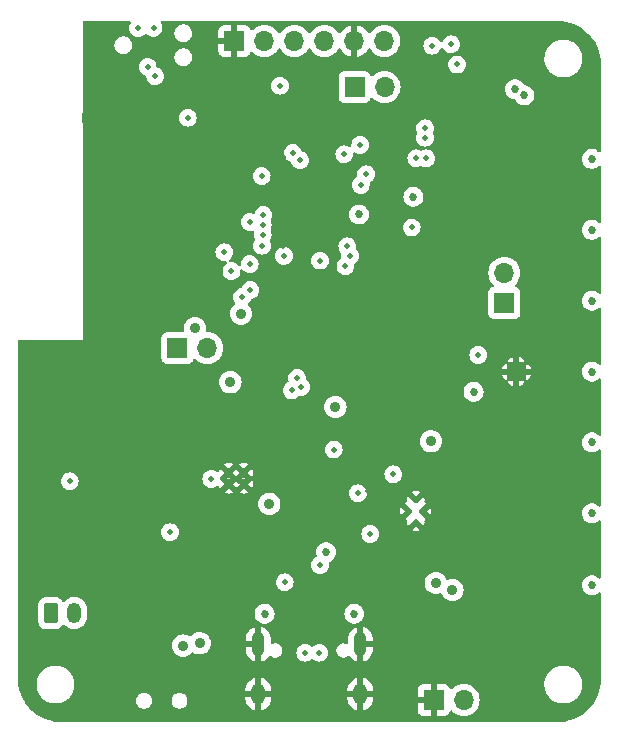
<source format=gbr>
%TF.GenerationSoftware,KiCad,Pcbnew,8.0.2*%
%TF.CreationDate,2024-05-26T21:52:28+02:00*%
%TF.ProjectId,Plant_Thing,506c616e-745f-4546-9869-6e672e6b6963,rev?*%
%TF.SameCoordinates,Original*%
%TF.FileFunction,Copper,L3,Inr*%
%TF.FilePolarity,Positive*%
%FSLAX46Y46*%
G04 Gerber Fmt 4.6, Leading zero omitted, Abs format (unit mm)*
G04 Created by KiCad (PCBNEW 8.0.2) date 2024-05-26 21:52:28*
%MOMM*%
%LPD*%
G01*
G04 APERTURE LIST*
G04 Aperture macros list*
%AMRoundRect*
0 Rectangle with rounded corners*
0 $1 Rounding radius*
0 $2 $3 $4 $5 $6 $7 $8 $9 X,Y pos of 4 corners*
0 Add a 4 corners polygon primitive as box body*
4,1,4,$2,$3,$4,$5,$6,$7,$8,$9,$2,$3,0*
0 Add four circle primitives for the rounded corners*
1,1,$1+$1,$2,$3*
1,1,$1+$1,$4,$5*
1,1,$1+$1,$6,$7*
1,1,$1+$1,$8,$9*
0 Add four rect primitives between the rounded corners*
20,1,$1+$1,$2,$3,$4,$5,0*
20,1,$1+$1,$4,$5,$6,$7,0*
20,1,$1+$1,$6,$7,$8,$9,0*
20,1,$1+$1,$8,$9,$2,$3,0*%
G04 Aperture macros list end*
%TA.AperFunction,HeatsinkPad*%
%ADD10C,0.600000*%
%TD*%
%TA.AperFunction,ComponentPad*%
%ADD11C,0.500000*%
%TD*%
%TA.AperFunction,ComponentPad*%
%ADD12R,1.700000X1.700000*%
%TD*%
%TA.AperFunction,ComponentPad*%
%ADD13O,1.700000X1.700000*%
%TD*%
%TA.AperFunction,ComponentPad*%
%ADD14R,0.500000X0.900000*%
%TD*%
%TA.AperFunction,ComponentPad*%
%ADD15O,1.100000X2.000000*%
%TD*%
%TA.AperFunction,ComponentPad*%
%ADD16O,1.200000X1.800000*%
%TD*%
%TA.AperFunction,ComponentPad*%
%ADD17RoundRect,0.250000X-0.350000X-0.625000X0.350000X-0.625000X0.350000X0.625000X-0.350000X0.625000X0*%
%TD*%
%TA.AperFunction,ComponentPad*%
%ADD18O,1.200000X1.750000*%
%TD*%
%TA.AperFunction,ViaPad*%
%ADD19C,0.500000*%
%TD*%
%TA.AperFunction,ViaPad*%
%ADD20C,0.889000*%
%TD*%
%TA.AperFunction,ViaPad*%
%ADD21C,0.685800*%
%TD*%
G04 APERTURE END LIST*
D10*
%TO.N,GND*%
%TO.C,U3*%
X149440000Y-98565000D03*
X148160000Y-98565000D03*
X149440000Y-99535000D03*
X148160000Y-99535000D03*
%TD*%
D11*
%TO.N,GND*%
%TO.C,U5*%
X172500000Y-90556776D03*
X173056776Y-90000000D03*
X171943224Y-90000000D03*
X172500000Y-89443224D03*
%TD*%
D12*
%TO.N,GND*%
%TO.C,J8*%
X165525000Y-117800000D03*
D13*
%TO.N,VDD*%
X168065000Y-117800000D03*
%TD*%
D12*
%TO.N,Net-(J7-Pin_1)*%
%TO.C,J7*%
X143825000Y-88000000D03*
D13*
%TO.N,/VDDH*%
X146365000Y-88000000D03*
%TD*%
D12*
%TO.N,VDDA*%
%TO.C,J6*%
X158825000Y-65900000D03*
D13*
%TO.N,Net-(J3-Pin_6)*%
X161365000Y-65900000D03*
%TD*%
D12*
%TO.N,GND*%
%TO.C,J3*%
X148650000Y-62000000D03*
D13*
%TO.N,P0.03_TDT_MEASURE*%
X151190000Y-62000000D03*
%TO.N,P0.04_AIN2*%
X153730000Y-62000000D03*
%TO.N,P0.05_AIN3*%
X156270000Y-62000000D03*
%TO.N,GND*%
X158810000Y-62000000D03*
%TO.N,Net-(J3-Pin_6)*%
X161350000Y-62000000D03*
%TD*%
D12*
%TO.N,Net-(D1-A)*%
%TO.C,J2*%
X171500000Y-84175000D03*
D13*
%TO.N,+3.3V*%
X171500000Y-81635000D03*
%TD*%
D14*
%TO.N,GND*%
%TO.C,AE1*%
X136000000Y-68500000D03*
%TD*%
D11*
%TO.N,GND*%
%TO.C,U6*%
X164575000Y-101800000D03*
X164000000Y-102750000D03*
X164000000Y-100850000D03*
X163425000Y-101800000D03*
%TD*%
D15*
%TO.N,GND*%
%TO.C,USB1*%
X150680000Y-113087500D03*
D16*
X150680000Y-117297500D03*
D15*
X159320000Y-113087500D03*
D16*
X159320000Y-117297500D03*
%TD*%
D17*
%TO.N,+BATT*%
%TO.C,BT1*%
X133100000Y-110450000D03*
D18*
%TO.N,-BATT*%
X135100000Y-110450000D03*
%TD*%
D19*
%TO.N,GND*%
X156750000Y-117400000D03*
X169250000Y-113750000D03*
X159150000Y-108850000D03*
X176550000Y-67100000D03*
X173950000Y-113650000D03*
X132000000Y-113450000D03*
D20*
X134800000Y-101800000D03*
X136800000Y-102900000D03*
D19*
X165900000Y-83050000D03*
X136150000Y-61400000D03*
X173400000Y-97650000D03*
X136100000Y-86600000D03*
X137050000Y-99750000D03*
X142350000Y-97650000D03*
X157100000Y-88800000D03*
X170200000Y-71800000D03*
X138300000Y-96800000D03*
X142450000Y-118500000D03*
X138900000Y-87950000D03*
X169400000Y-107050000D03*
X163550000Y-113150000D03*
X146400000Y-106400000D03*
X136200000Y-74050000D03*
X161800000Y-89250000D03*
X151100000Y-90900000D03*
X142250000Y-99850000D03*
X163150000Y-70450000D03*
X154150000Y-76200000D03*
X157300000Y-64200000D03*
X147200000Y-92300000D03*
X144350000Y-69650000D03*
X149600000Y-86600000D03*
X146900000Y-64250000D03*
X162250000Y-104300000D03*
X153200000Y-117650000D03*
X136200000Y-69600000D03*
X152200000Y-84100000D03*
X136100000Y-66700000D03*
X138350000Y-71700000D03*
X161800000Y-117000000D03*
X146200000Y-69650000D03*
D21*
X164000000Y-104400000D03*
D19*
X136200000Y-82000000D03*
X136650000Y-116150000D03*
D21*
X134800000Y-104600000D03*
D19*
X152800000Y-104050000D03*
X166650000Y-73000000D03*
X157850000Y-70400000D03*
X159961500Y-100150000D03*
X152800000Y-79400000D03*
X174400000Y-71900000D03*
X133150000Y-95650000D03*
X136200000Y-79250000D03*
X140100000Y-69650000D03*
X166050000Y-75800000D03*
X139100000Y-83700000D03*
X173350000Y-77800000D03*
X146400000Y-71600000D03*
X152900000Y-83300000D03*
X136100000Y-64250000D03*
X136150000Y-76600000D03*
X140100000Y-71700000D03*
X142600000Y-79450000D03*
X151932699Y-73565431D03*
X142150000Y-71650000D03*
X145100000Y-89800000D03*
X136850000Y-91550000D03*
X133350000Y-90850000D03*
X155000000Y-75350000D03*
X175250000Y-110350000D03*
X173250000Y-103050000D03*
X148550000Y-71600000D03*
X166900000Y-68950000D03*
X142100000Y-69650000D03*
X173350000Y-107050000D03*
X142150000Y-94950000D03*
X165100000Y-91050000D03*
X174150000Y-81400000D03*
X152750000Y-71800000D03*
X167850000Y-79100000D03*
X139700000Y-65050000D03*
X170700000Y-68700000D03*
X163650000Y-96900000D03*
X137850000Y-108050000D03*
X138700000Y-100650000D03*
X146950000Y-78350000D03*
X162100000Y-82050000D03*
X138400000Y-69650000D03*
X151100000Y-108300000D03*
X131750000Y-97750000D03*
X160750000Y-92950000D03*
X138800000Y-113950000D03*
D21*
X164350000Y-99300000D03*
D19*
X168000000Y-87150000D03*
X141500000Y-110350000D03*
X170800000Y-101800000D03*
X172650000Y-61700000D03*
X144300000Y-71650000D03*
X136200000Y-84450000D03*
X136250000Y-71650000D03*
X173200000Y-117800000D03*
X145800000Y-62400000D03*
X178550000Y-113100000D03*
X155000000Y-111200000D03*
X148500000Y-69650000D03*
X151100000Y-70150000D03*
D20*
%TO.N,+BATT*%
X151600000Y-101200000D03*
D19*
X146700000Y-99100000D03*
X143200000Y-103600000D03*
X134700000Y-99300000D03*
%TO.N,VDD*%
X163650000Y-77800000D03*
X155900000Y-80600000D03*
X149950000Y-77350000D03*
D20*
X148300000Y-90900000D03*
D19*
X144700000Y-68500000D03*
X157950000Y-71600000D03*
D20*
X149200000Y-85100000D03*
D21*
%TO.N,VBUS*%
X158800000Y-110500000D03*
X151200000Y-110500000D03*
X156400000Y-105300000D03*
X163800000Y-75200000D03*
D20*
X157200000Y-93000000D03*
D19*
%TO.N,DEC4*%
X152850000Y-80200000D03*
X150950000Y-73450000D03*
D20*
%TO.N,VCC*%
X145300000Y-86300000D03*
D19*
X159100000Y-100300000D03*
D20*
X144300000Y-113200000D03*
X145700000Y-113000000D03*
X165300000Y-95900000D03*
D19*
%TO.N,/Power/VINA*%
X160150000Y-103750000D03*
X162100000Y-98700000D03*
D20*
%TO.N,+3.3V*%
X167100000Y-108500000D03*
X165700000Y-107900000D03*
D21*
%TO.N,VDDA*%
X173200000Y-66600000D03*
X172400000Y-66100000D03*
D19*
X165400000Y-62400000D03*
D21*
%TO.N,Net-(D1-A)*%
X178900000Y-84000000D03*
X178900000Y-90000000D03*
X178900000Y-102000000D03*
X168900000Y-91700000D03*
X178900000Y-72000000D03*
X178900000Y-96000000D03*
X178900000Y-108100000D03*
X178900000Y-78000000D03*
D19*
%TO.N,P0.06_EN_BATT_MEASURE*%
X158450000Y-80200000D03*
X149950000Y-80900000D03*
%TO.N,P0.18_RESET*%
X148400000Y-81500000D03*
X152500000Y-65800000D03*
%TO.N,SWDIO*%
X141300000Y-64200000D03*
X140500000Y-60900000D03*
%TO.N,SWDCLK*%
X141800000Y-60900000D03*
X141950000Y-65000000D03*
%TO.N,P0.03_TDT_MEASURE*%
X147800000Y-79900000D03*
%TO.N,P0.04_AIN2*%
X164900000Y-71950000D03*
X158050000Y-81100000D03*
X164800000Y-70200000D03*
D21*
%TO.N,/VDDH*%
X159200000Y-76700000D03*
D19*
%TO.N,P0.05_AIN3*%
X164800000Y-69400000D03*
X158200000Y-79400000D03*
X164050000Y-71950000D03*
%TO.N,P0.14_SCL*%
X167000000Y-62300000D03*
X167500000Y-64000000D03*
%TO.N,P0.29_SCLK*%
X151050000Y-77550000D03*
X154300000Y-91300000D03*
%TO.N,P0.30_SIN*%
X153960067Y-90560067D03*
X151050000Y-78400000D03*
%TO.N,P0.28_LAT*%
X153500000Y-91600000D03*
X151000000Y-79350000D03*
%TO.N,P0.20_BLANK*%
X169300000Y-88600000D03*
X159300000Y-70808578D03*
%TO.N,USB_DP*%
X159800000Y-73300000D03*
X155850000Y-113800000D03*
X154650000Y-113800000D03*
X152900000Y-107850000D03*
%TO.N,P0.16_CHG*%
X150000000Y-83100000D03*
X154200000Y-72100000D03*
%TO.N,P0.17_PG*%
X153600000Y-71500000D03*
X149300000Y-83700000D03*
%TO.N,USB_DN*%
X159350000Y-74200000D03*
X155900000Y-106400000D03*
%TO.N,P0.08_EN_DCDC*%
X151100000Y-76750000D03*
X157050000Y-96600000D03*
%TD*%
%TA.AperFunction,Conductor*%
%TO.N,GND*%
G36*
X139833012Y-60320185D02*
G01*
X139878767Y-60372989D01*
X139888711Y-60442147D01*
X139870966Y-60490473D01*
X139819545Y-60572306D01*
X139763685Y-60731943D01*
X139744751Y-60899997D01*
X139744751Y-60900002D01*
X139763685Y-61068056D01*
X139819545Y-61227694D01*
X139819547Y-61227697D01*
X139909518Y-61370884D01*
X139909523Y-61370890D01*
X140029109Y-61490476D01*
X140029115Y-61490481D01*
X140172302Y-61580452D01*
X140172305Y-61580454D01*
X140172309Y-61580455D01*
X140172310Y-61580456D01*
X140227881Y-61599901D01*
X140331943Y-61636314D01*
X140499997Y-61655249D01*
X140500000Y-61655249D01*
X140500003Y-61655249D01*
X140668056Y-61636314D01*
X140668059Y-61636313D01*
X140827690Y-61580456D01*
X140827692Y-61580454D01*
X140827694Y-61580454D01*
X140827697Y-61580452D01*
X140970884Y-61490481D01*
X140970885Y-61490480D01*
X140970890Y-61490477D01*
X141062319Y-61399048D01*
X141123642Y-61365563D01*
X141193334Y-61370547D01*
X141237681Y-61399048D01*
X141329109Y-61490476D01*
X141329115Y-61490481D01*
X141472302Y-61580452D01*
X141472305Y-61580454D01*
X141472309Y-61580455D01*
X141472310Y-61580456D01*
X141527881Y-61599901D01*
X141631943Y-61636314D01*
X141799997Y-61655249D01*
X141800000Y-61655249D01*
X141800003Y-61655249D01*
X141968056Y-61636314D01*
X141968059Y-61636313D01*
X142127690Y-61580456D01*
X142127692Y-61580454D01*
X142127694Y-61580454D01*
X142127697Y-61580452D01*
X142270884Y-61490481D01*
X142270885Y-61490480D01*
X142270890Y-61490477D01*
X142390477Y-61370890D01*
X142393919Y-61365412D01*
X142450390Y-61275540D01*
X143564200Y-61275540D01*
X143564200Y-61422459D01*
X143592858Y-61566534D01*
X143592861Y-61566544D01*
X143649078Y-61702266D01*
X143649083Y-61702275D01*
X143730698Y-61824419D01*
X143730701Y-61824423D01*
X143834576Y-61928298D01*
X143834580Y-61928301D01*
X143956724Y-62009916D01*
X143956730Y-62009919D01*
X143956731Y-62009920D01*
X144092458Y-62066140D01*
X144235937Y-62094679D01*
X144236540Y-62094799D01*
X144236544Y-62094800D01*
X144236545Y-62094800D01*
X144383456Y-62094800D01*
X144383457Y-62094799D01*
X144527542Y-62066140D01*
X144663269Y-62009920D01*
X144785420Y-61928301D01*
X144889301Y-61824420D01*
X144970920Y-61702269D01*
X145027140Y-61566542D01*
X145055800Y-61422455D01*
X145055800Y-61275545D01*
X145027140Y-61131458D01*
X145015002Y-61102155D01*
X147300000Y-61102155D01*
X147300000Y-61750000D01*
X148216988Y-61750000D01*
X148184075Y-61807007D01*
X148150000Y-61934174D01*
X148150000Y-62065826D01*
X148184075Y-62192993D01*
X148216988Y-62250000D01*
X147300000Y-62250000D01*
X147300000Y-62897844D01*
X147306401Y-62957372D01*
X147306403Y-62957379D01*
X147356645Y-63092086D01*
X147356649Y-63092093D01*
X147442809Y-63207187D01*
X147442812Y-63207190D01*
X147557906Y-63293350D01*
X147557913Y-63293354D01*
X147692620Y-63343596D01*
X147692627Y-63343598D01*
X147752155Y-63349999D01*
X147752172Y-63350000D01*
X148400000Y-63350000D01*
X148400000Y-62433012D01*
X148457007Y-62465925D01*
X148584174Y-62500000D01*
X148715826Y-62500000D01*
X148842993Y-62465925D01*
X148900000Y-62433012D01*
X148900000Y-63350000D01*
X149547828Y-63350000D01*
X149547844Y-63349999D01*
X149607372Y-63343598D01*
X149607379Y-63343596D01*
X149742086Y-63293354D01*
X149742093Y-63293350D01*
X149857187Y-63207190D01*
X149857190Y-63207187D01*
X149943350Y-63092093D01*
X149943354Y-63092086D01*
X149992422Y-62960529D01*
X150034293Y-62904595D01*
X150099757Y-62880178D01*
X150168030Y-62895030D01*
X150196285Y-62916181D01*
X150318599Y-63038495D01*
X150380932Y-63082141D01*
X150512165Y-63174032D01*
X150512167Y-63174033D01*
X150512170Y-63174035D01*
X150726337Y-63273903D01*
X150954592Y-63335063D01*
X151125319Y-63350000D01*
X151189999Y-63355659D01*
X151190000Y-63355659D01*
X151190001Y-63355659D01*
X151254681Y-63350000D01*
X151425408Y-63335063D01*
X151653663Y-63273903D01*
X151867830Y-63174035D01*
X152061401Y-63038495D01*
X152228495Y-62871401D01*
X152358425Y-62685842D01*
X152413002Y-62642217D01*
X152482500Y-62635023D01*
X152544855Y-62666546D01*
X152561575Y-62685842D01*
X152691500Y-62871395D01*
X152691505Y-62871401D01*
X152858599Y-63038495D01*
X152920932Y-63082141D01*
X153052165Y-63174032D01*
X153052167Y-63174033D01*
X153052170Y-63174035D01*
X153266337Y-63273903D01*
X153494592Y-63335063D01*
X153665319Y-63350000D01*
X153729999Y-63355659D01*
X153730000Y-63355659D01*
X153730001Y-63355659D01*
X153794681Y-63350000D01*
X153965408Y-63335063D01*
X154193663Y-63273903D01*
X154407830Y-63174035D01*
X154601401Y-63038495D01*
X154768495Y-62871401D01*
X154898425Y-62685842D01*
X154953002Y-62642217D01*
X155022500Y-62635023D01*
X155084855Y-62666546D01*
X155101575Y-62685842D01*
X155231500Y-62871395D01*
X155231505Y-62871401D01*
X155398599Y-63038495D01*
X155460932Y-63082141D01*
X155592165Y-63174032D01*
X155592167Y-63174033D01*
X155592170Y-63174035D01*
X155806337Y-63273903D01*
X156034592Y-63335063D01*
X156205319Y-63350000D01*
X156269999Y-63355659D01*
X156270000Y-63355659D01*
X156270001Y-63355659D01*
X156334681Y-63350000D01*
X156505408Y-63335063D01*
X156733663Y-63273903D01*
X156947830Y-63174035D01*
X157141401Y-63038495D01*
X157308495Y-62871401D01*
X157438730Y-62685405D01*
X157493307Y-62641781D01*
X157562805Y-62634587D01*
X157625160Y-62666110D01*
X157641879Y-62685405D01*
X157771890Y-62871078D01*
X157938917Y-63038105D01*
X158132421Y-63173600D01*
X158346507Y-63273429D01*
X158346516Y-63273433D01*
X158560000Y-63330634D01*
X158560000Y-62433012D01*
X158617007Y-62465925D01*
X158744174Y-62500000D01*
X158875826Y-62500000D01*
X159002993Y-62465925D01*
X159060000Y-62433012D01*
X159060000Y-63330633D01*
X159273483Y-63273433D01*
X159273492Y-63273429D01*
X159487578Y-63173600D01*
X159681082Y-63038105D01*
X159848105Y-62871082D01*
X159978119Y-62685405D01*
X160032696Y-62641781D01*
X160102195Y-62634588D01*
X160164549Y-62666110D01*
X160181269Y-62685405D01*
X160311505Y-62871401D01*
X160478599Y-63038495D01*
X160540932Y-63082141D01*
X160672165Y-63174032D01*
X160672167Y-63174033D01*
X160672170Y-63174035D01*
X160886337Y-63273903D01*
X161114592Y-63335063D01*
X161285319Y-63350000D01*
X161349999Y-63355659D01*
X161350000Y-63355659D01*
X161350001Y-63355659D01*
X161414681Y-63350000D01*
X161585408Y-63335063D01*
X161813663Y-63273903D01*
X162027830Y-63174035D01*
X162221401Y-63038495D01*
X162388495Y-62871401D01*
X162524035Y-62677830D01*
X162623903Y-62463663D01*
X162640962Y-62399997D01*
X164644751Y-62399997D01*
X164644751Y-62400002D01*
X164663685Y-62568056D01*
X164719545Y-62727694D01*
X164719547Y-62727697D01*
X164809518Y-62870884D01*
X164809523Y-62870890D01*
X164929109Y-62990476D01*
X164929115Y-62990481D01*
X165072302Y-63080452D01*
X165072305Y-63080454D01*
X165072309Y-63080455D01*
X165072310Y-63080456D01*
X165105547Y-63092086D01*
X165231943Y-63136314D01*
X165399997Y-63155249D01*
X165400000Y-63155249D01*
X165400003Y-63155249D01*
X165568056Y-63136314D01*
X165599778Y-63125214D01*
X165727690Y-63080456D01*
X165727692Y-63080454D01*
X165727694Y-63080454D01*
X165727697Y-63080452D01*
X165870884Y-62990481D01*
X165870885Y-62990480D01*
X165870890Y-62990477D01*
X165990477Y-62870890D01*
X166009623Y-62840420D01*
X166080452Y-62727697D01*
X166080456Y-62727689D01*
X166103407Y-62662096D01*
X166144128Y-62605321D01*
X166209080Y-62579573D01*
X166277642Y-62593029D01*
X166325442Y-62637078D01*
X166409521Y-62770888D01*
X166529109Y-62890476D01*
X166529115Y-62890481D01*
X166672302Y-62980452D01*
X166672305Y-62980454D01*
X166672309Y-62980455D01*
X166672310Y-62980456D01*
X166700946Y-62990476D01*
X166831943Y-63036314D01*
X166999997Y-63055249D01*
X167000000Y-63055249D01*
X167000003Y-63055249D01*
X167168056Y-63036314D01*
X167192605Y-63027724D01*
X167327690Y-62980456D01*
X167327692Y-62980454D01*
X167327694Y-62980454D01*
X167327697Y-62980452D01*
X167470884Y-62890481D01*
X167470885Y-62890480D01*
X167470890Y-62890477D01*
X167590477Y-62770890D01*
X167617622Y-62727689D01*
X167680452Y-62627697D01*
X167680454Y-62627694D01*
X167680454Y-62627692D01*
X167680456Y-62627690D01*
X167736313Y-62468059D01*
X167736313Y-62468058D01*
X167736314Y-62468056D01*
X167755249Y-62300002D01*
X167755249Y-62299997D01*
X167736314Y-62131943D01*
X167694247Y-62011724D01*
X167680456Y-61972310D01*
X167680455Y-61972309D01*
X167680454Y-61972305D01*
X167680452Y-61972302D01*
X167590481Y-61829115D01*
X167590476Y-61829109D01*
X167470890Y-61709523D01*
X167470884Y-61709518D01*
X167327697Y-61619547D01*
X167327694Y-61619545D01*
X167168056Y-61563685D01*
X167000003Y-61544751D01*
X166999997Y-61544751D01*
X166831943Y-61563685D01*
X166672305Y-61619545D01*
X166672302Y-61619547D01*
X166529115Y-61709518D01*
X166529109Y-61709523D01*
X166409523Y-61829109D01*
X166409518Y-61829115D01*
X166319547Y-61972302D01*
X166319542Y-61972313D01*
X166296591Y-62037903D01*
X166255869Y-62094679D01*
X166190917Y-62120426D01*
X166122355Y-62106970D01*
X166074557Y-62062920D01*
X165990481Y-61929115D01*
X165990476Y-61929109D01*
X165870890Y-61809523D01*
X165870884Y-61809518D01*
X165727697Y-61719547D01*
X165727694Y-61719545D01*
X165568056Y-61663685D01*
X165400003Y-61644751D01*
X165399997Y-61644751D01*
X165231943Y-61663685D01*
X165072305Y-61719545D01*
X165072302Y-61719547D01*
X164929115Y-61809518D01*
X164929109Y-61809523D01*
X164809523Y-61929109D01*
X164809518Y-61929115D01*
X164719547Y-62072302D01*
X164719545Y-62072305D01*
X164663685Y-62231943D01*
X164644751Y-62399997D01*
X162640962Y-62399997D01*
X162685063Y-62235408D01*
X162705659Y-62000000D01*
X162685063Y-61764592D01*
X162631231Y-61563685D01*
X162623905Y-61536344D01*
X162623904Y-61536343D01*
X162623903Y-61536337D01*
X162524035Y-61322171D01*
X162518731Y-61314595D01*
X162388494Y-61128597D01*
X162221402Y-60961506D01*
X162221395Y-60961501D01*
X162027834Y-60825967D01*
X162027830Y-60825965D01*
X161956727Y-60792809D01*
X161813663Y-60726097D01*
X161813659Y-60726096D01*
X161813655Y-60726094D01*
X161585413Y-60664938D01*
X161585403Y-60664936D01*
X161350001Y-60644341D01*
X161349999Y-60644341D01*
X161114596Y-60664936D01*
X161114586Y-60664938D01*
X160886344Y-60726094D01*
X160886335Y-60726098D01*
X160672171Y-60825964D01*
X160672169Y-60825965D01*
X160478597Y-60961505D01*
X160311508Y-61128594D01*
X160181269Y-61314595D01*
X160126692Y-61358219D01*
X160057193Y-61365412D01*
X159994839Y-61333890D01*
X159978119Y-61314594D01*
X159848113Y-61128926D01*
X159848108Y-61128920D01*
X159681082Y-60961894D01*
X159487578Y-60826399D01*
X159273492Y-60726570D01*
X159273486Y-60726567D01*
X159060000Y-60669364D01*
X159060000Y-61566988D01*
X159002993Y-61534075D01*
X158875826Y-61500000D01*
X158744174Y-61500000D01*
X158617007Y-61534075D01*
X158560000Y-61566988D01*
X158560000Y-60669364D01*
X158559999Y-60669364D01*
X158346513Y-60726567D01*
X158346507Y-60726570D01*
X158132422Y-60826399D01*
X158132420Y-60826400D01*
X157938926Y-60961886D01*
X157938920Y-60961891D01*
X157771891Y-61128920D01*
X157771890Y-61128922D01*
X157641880Y-61314595D01*
X157587303Y-61358219D01*
X157517804Y-61365412D01*
X157455450Y-61333890D01*
X157438730Y-61314594D01*
X157308494Y-61128597D01*
X157141402Y-60961506D01*
X157141395Y-60961501D01*
X156947834Y-60825967D01*
X156947830Y-60825965D01*
X156876727Y-60792809D01*
X156733663Y-60726097D01*
X156733659Y-60726096D01*
X156733655Y-60726094D01*
X156505413Y-60664938D01*
X156505403Y-60664936D01*
X156270001Y-60644341D01*
X156269999Y-60644341D01*
X156034596Y-60664936D01*
X156034586Y-60664938D01*
X155806344Y-60726094D01*
X155806335Y-60726098D01*
X155592171Y-60825964D01*
X155592169Y-60825965D01*
X155398597Y-60961505D01*
X155231505Y-61128597D01*
X155101575Y-61314158D01*
X155046998Y-61357783D01*
X154977500Y-61364977D01*
X154915145Y-61333454D01*
X154898425Y-61314158D01*
X154768494Y-61128597D01*
X154601402Y-60961506D01*
X154601395Y-60961501D01*
X154407834Y-60825967D01*
X154407830Y-60825965D01*
X154336727Y-60792809D01*
X154193663Y-60726097D01*
X154193659Y-60726096D01*
X154193655Y-60726094D01*
X153965413Y-60664938D01*
X153965403Y-60664936D01*
X153730001Y-60644341D01*
X153729999Y-60644341D01*
X153494596Y-60664936D01*
X153494586Y-60664938D01*
X153266344Y-60726094D01*
X153266335Y-60726098D01*
X153052171Y-60825964D01*
X153052169Y-60825965D01*
X152858597Y-60961505D01*
X152691505Y-61128597D01*
X152561575Y-61314158D01*
X152506998Y-61357783D01*
X152437500Y-61364977D01*
X152375145Y-61333454D01*
X152358425Y-61314158D01*
X152228494Y-61128597D01*
X152061402Y-60961506D01*
X152061395Y-60961501D01*
X151867834Y-60825967D01*
X151867830Y-60825965D01*
X151796727Y-60792809D01*
X151653663Y-60726097D01*
X151653659Y-60726096D01*
X151653655Y-60726094D01*
X151425413Y-60664938D01*
X151425403Y-60664936D01*
X151190001Y-60644341D01*
X151189999Y-60644341D01*
X150954596Y-60664936D01*
X150954586Y-60664938D01*
X150726344Y-60726094D01*
X150726335Y-60726098D01*
X150512171Y-60825964D01*
X150512169Y-60825965D01*
X150318600Y-60961503D01*
X150196284Y-61083819D01*
X150134961Y-61117303D01*
X150065269Y-61112319D01*
X150009336Y-61070447D01*
X149992421Y-61039470D01*
X149943354Y-60907913D01*
X149943350Y-60907906D01*
X149857190Y-60792812D01*
X149857187Y-60792809D01*
X149742093Y-60706649D01*
X149742086Y-60706645D01*
X149607379Y-60656403D01*
X149607372Y-60656401D01*
X149547844Y-60650000D01*
X148900000Y-60650000D01*
X148900000Y-61566988D01*
X148842993Y-61534075D01*
X148715826Y-61500000D01*
X148584174Y-61500000D01*
X148457007Y-61534075D01*
X148400000Y-61566988D01*
X148400000Y-60650000D01*
X147752155Y-60650000D01*
X147692627Y-60656401D01*
X147692620Y-60656403D01*
X147557913Y-60706645D01*
X147557906Y-60706649D01*
X147442812Y-60792809D01*
X147442809Y-60792812D01*
X147356649Y-60907906D01*
X147356645Y-60907913D01*
X147306403Y-61042620D01*
X147306401Y-61042627D01*
X147300000Y-61102155D01*
X145015002Y-61102155D01*
X144970920Y-60995731D01*
X144970919Y-60995730D01*
X144970916Y-60995724D01*
X144889301Y-60873580D01*
X144889298Y-60873576D01*
X144785423Y-60769701D01*
X144785419Y-60769698D01*
X144663275Y-60688083D01*
X144663266Y-60688078D01*
X144527544Y-60631861D01*
X144527545Y-60631861D01*
X144527542Y-60631860D01*
X144527538Y-60631859D01*
X144527534Y-60631858D01*
X144383459Y-60603200D01*
X144383455Y-60603200D01*
X144236545Y-60603200D01*
X144236540Y-60603200D01*
X144092465Y-60631858D01*
X144092455Y-60631861D01*
X143956733Y-60688078D01*
X143956724Y-60688083D01*
X143834580Y-60769698D01*
X143834576Y-60769701D01*
X143730701Y-60873576D01*
X143730698Y-60873580D01*
X143649083Y-60995724D01*
X143649078Y-60995733D01*
X143592861Y-61131455D01*
X143592858Y-61131465D01*
X143564200Y-61275540D01*
X142450390Y-61275540D01*
X142480452Y-61227697D01*
X142480454Y-61227694D01*
X142480454Y-61227692D01*
X142480456Y-61227690D01*
X142536313Y-61068059D01*
X142536313Y-61068058D01*
X142536314Y-61068056D01*
X142555249Y-60900002D01*
X142555249Y-60899997D01*
X142536314Y-60731943D01*
X142509881Y-60656403D01*
X142480456Y-60572310D01*
X142480454Y-60572307D01*
X142480454Y-60572306D01*
X142429034Y-60490473D01*
X142410033Y-60423236D01*
X142430400Y-60356401D01*
X142483668Y-60311187D01*
X142534027Y-60300500D01*
X175952405Y-60300500D01*
X175996949Y-60300500D01*
X176003032Y-60300648D01*
X176356532Y-60318015D01*
X176368640Y-60319208D01*
X176477576Y-60335367D01*
X176715717Y-60370692D01*
X176727635Y-60373062D01*
X177068008Y-60458321D01*
X177079646Y-60461852D01*
X177409996Y-60580054D01*
X177421237Y-60584710D01*
X177639793Y-60688078D01*
X177738433Y-60734731D01*
X177749150Y-60740459D01*
X178050102Y-60920843D01*
X178060217Y-60927601D01*
X178331231Y-61128599D01*
X178342049Y-61136622D01*
X178351455Y-61144342D01*
X178611436Y-61379974D01*
X178620025Y-61388563D01*
X178761585Y-61544751D01*
X178855657Y-61648544D01*
X178863377Y-61657950D01*
X179072396Y-61939779D01*
X179079156Y-61949897D01*
X179224862Y-62192993D01*
X179259533Y-62250837D01*
X179265270Y-62261570D01*
X179415289Y-62578762D01*
X179419945Y-62590003D01*
X179538147Y-62920353D01*
X179541680Y-62931998D01*
X179626934Y-63272351D01*
X179629308Y-63284287D01*
X179680791Y-63631359D01*
X179681984Y-63643468D01*
X179699351Y-63996966D01*
X179699500Y-64003051D01*
X179699500Y-71304460D01*
X179679815Y-71371499D01*
X179627011Y-71417254D01*
X179557853Y-71427198D01*
X179494297Y-71398173D01*
X179483350Y-71387433D01*
X179467453Y-71369778D01*
X179356594Y-71289235D01*
X179324023Y-71265571D01*
X179324021Y-71265570D01*
X179324022Y-71265570D01*
X179162066Y-71193461D01*
X179162058Y-71193459D01*
X178988645Y-71156600D01*
X178811355Y-71156600D01*
X178637941Y-71193459D01*
X178637933Y-71193461D01*
X178475978Y-71265570D01*
X178332543Y-71369780D01*
X178213915Y-71501532D01*
X178125272Y-71655065D01*
X178125271Y-71655066D01*
X178070487Y-71823677D01*
X178070486Y-71823679D01*
X178051954Y-72000000D01*
X178070486Y-72176320D01*
X178070487Y-72176322D01*
X178125271Y-72344933D01*
X178125272Y-72344934D01*
X178169122Y-72420884D01*
X178213916Y-72498469D01*
X178261414Y-72551221D01*
X178332543Y-72630219D01*
X178332869Y-72630456D01*
X178475977Y-72734429D01*
X178637933Y-72806538D01*
X178637936Y-72806538D01*
X178637939Y-72806540D01*
X178811355Y-72843400D01*
X178988645Y-72843400D01*
X179162061Y-72806540D01*
X179162064Y-72806538D01*
X179162066Y-72806538D01*
X179220650Y-72780454D01*
X179324023Y-72734429D01*
X179467454Y-72630221D01*
X179483349Y-72612568D01*
X179542835Y-72575919D01*
X179612692Y-72577248D01*
X179670741Y-72616134D01*
X179698551Y-72680230D01*
X179699500Y-72695539D01*
X179699500Y-77304460D01*
X179679815Y-77371499D01*
X179627011Y-77417254D01*
X179557853Y-77427198D01*
X179494297Y-77398173D01*
X179483350Y-77387433D01*
X179467453Y-77369778D01*
X179377549Y-77304460D01*
X179324023Y-77265571D01*
X179324021Y-77265570D01*
X179324022Y-77265570D01*
X179162066Y-77193461D01*
X179162058Y-77193459D01*
X178988645Y-77156600D01*
X178811355Y-77156600D01*
X178637941Y-77193459D01*
X178637933Y-77193461D01*
X178475978Y-77265570D01*
X178332543Y-77369780D01*
X178213915Y-77501532D01*
X178125272Y-77655065D01*
X178125271Y-77655066D01*
X178070487Y-77823677D01*
X178070486Y-77823679D01*
X178051954Y-78000000D01*
X178070486Y-78176320D01*
X178070487Y-78176322D01*
X178125271Y-78344933D01*
X178125272Y-78344934D01*
X178151569Y-78390481D01*
X178213916Y-78498469D01*
X178247991Y-78536313D01*
X178332543Y-78630219D01*
X178332546Y-78630221D01*
X178475977Y-78734429D01*
X178637933Y-78806538D01*
X178637936Y-78806538D01*
X178637939Y-78806540D01*
X178811355Y-78843400D01*
X178988645Y-78843400D01*
X179162061Y-78806540D01*
X179162064Y-78806538D01*
X179162066Y-78806538D01*
X179194869Y-78791932D01*
X179324023Y-78734429D01*
X179467454Y-78630221D01*
X179483349Y-78612568D01*
X179542835Y-78575919D01*
X179612692Y-78577248D01*
X179670741Y-78616134D01*
X179698551Y-78680230D01*
X179699500Y-78695539D01*
X179699500Y-83304460D01*
X179679815Y-83371499D01*
X179627011Y-83417254D01*
X179557853Y-83427198D01*
X179494297Y-83398173D01*
X179483350Y-83387433D01*
X179467453Y-83369778D01*
X179377549Y-83304460D01*
X179324023Y-83265571D01*
X179324021Y-83265570D01*
X179324022Y-83265570D01*
X179162066Y-83193461D01*
X179162058Y-83193459D01*
X178988645Y-83156600D01*
X178811355Y-83156600D01*
X178637941Y-83193459D01*
X178637933Y-83193461D01*
X178475978Y-83265570D01*
X178332543Y-83369780D01*
X178213915Y-83501532D01*
X178125272Y-83655065D01*
X178125271Y-83655066D01*
X178070487Y-83823677D01*
X178070486Y-83823679D01*
X178051954Y-84000000D01*
X178070486Y-84176320D01*
X178070487Y-84176322D01*
X178125271Y-84344933D01*
X178125272Y-84344934D01*
X178173548Y-84428550D01*
X178213916Y-84498469D01*
X178261414Y-84551221D01*
X178332543Y-84630219D01*
X178332546Y-84630221D01*
X178475977Y-84734429D01*
X178637933Y-84806538D01*
X178637936Y-84806538D01*
X178637939Y-84806540D01*
X178811355Y-84843400D01*
X178988645Y-84843400D01*
X179162061Y-84806540D01*
X179162064Y-84806538D01*
X179162066Y-84806538D01*
X179194869Y-84791932D01*
X179324023Y-84734429D01*
X179467454Y-84630221D01*
X179483349Y-84612568D01*
X179542835Y-84575919D01*
X179612692Y-84577248D01*
X179670741Y-84616134D01*
X179698551Y-84680230D01*
X179699500Y-84695539D01*
X179699500Y-89304460D01*
X179679815Y-89371499D01*
X179627011Y-89417254D01*
X179557853Y-89427198D01*
X179494297Y-89398173D01*
X179483350Y-89387433D01*
X179467453Y-89369778D01*
X179362873Y-89293797D01*
X179324023Y-89265571D01*
X179324021Y-89265570D01*
X179324022Y-89265570D01*
X179162066Y-89193461D01*
X179162058Y-89193459D01*
X178988645Y-89156600D01*
X178811355Y-89156600D01*
X178637941Y-89193459D01*
X178637933Y-89193461D01*
X178475978Y-89265570D01*
X178332543Y-89369780D01*
X178213915Y-89501532D01*
X178125272Y-89655065D01*
X178125271Y-89655066D01*
X178070487Y-89823677D01*
X178070486Y-89823679D01*
X178051954Y-90000000D01*
X178070486Y-90176320D01*
X178070487Y-90176322D01*
X178125271Y-90344933D01*
X178125272Y-90344934D01*
X178152452Y-90392010D01*
X178213916Y-90498469D01*
X178248263Y-90536615D01*
X178332543Y-90630219D01*
X178332546Y-90630221D01*
X178475977Y-90734429D01*
X178637933Y-90806538D01*
X178637936Y-90806538D01*
X178637939Y-90806540D01*
X178811355Y-90843400D01*
X178988645Y-90843400D01*
X179162061Y-90806540D01*
X179162064Y-90806538D01*
X179162066Y-90806538D01*
X179194869Y-90791932D01*
X179324023Y-90734429D01*
X179467454Y-90630221D01*
X179483349Y-90612568D01*
X179542835Y-90575919D01*
X179612692Y-90577248D01*
X179670741Y-90616134D01*
X179698551Y-90680230D01*
X179699500Y-90695539D01*
X179699500Y-95304460D01*
X179679815Y-95371499D01*
X179627011Y-95417254D01*
X179557853Y-95427198D01*
X179494297Y-95398173D01*
X179483350Y-95387433D01*
X179467453Y-95369778D01*
X179377549Y-95304460D01*
X179324023Y-95265571D01*
X179324021Y-95265570D01*
X179324022Y-95265570D01*
X179162066Y-95193461D01*
X179162058Y-95193459D01*
X178988645Y-95156600D01*
X178811355Y-95156600D01*
X178637941Y-95193459D01*
X178637933Y-95193461D01*
X178475978Y-95265570D01*
X178332543Y-95369780D01*
X178213915Y-95501532D01*
X178125272Y-95655065D01*
X178125271Y-95655066D01*
X178070487Y-95823677D01*
X178070486Y-95823679D01*
X178051954Y-96000000D01*
X178070486Y-96176320D01*
X178070487Y-96176322D01*
X178125271Y-96344933D01*
X178125272Y-96344934D01*
X178172972Y-96427552D01*
X178213916Y-96498469D01*
X178261414Y-96551221D01*
X178332543Y-96630219D01*
X178332546Y-96630221D01*
X178475977Y-96734429D01*
X178637933Y-96806538D01*
X178637936Y-96806538D01*
X178637939Y-96806540D01*
X178811355Y-96843400D01*
X178988645Y-96843400D01*
X179162061Y-96806540D01*
X179162064Y-96806538D01*
X179162066Y-96806538D01*
X179194869Y-96791932D01*
X179324023Y-96734429D01*
X179467454Y-96630221D01*
X179483349Y-96612568D01*
X179542835Y-96575919D01*
X179612692Y-96577248D01*
X179670741Y-96616134D01*
X179698551Y-96680230D01*
X179699500Y-96695539D01*
X179699500Y-101304460D01*
X179679815Y-101371499D01*
X179627011Y-101417254D01*
X179557853Y-101427198D01*
X179494297Y-101398173D01*
X179483350Y-101387433D01*
X179467453Y-101369778D01*
X179377549Y-101304460D01*
X179324023Y-101265571D01*
X179324021Y-101265570D01*
X179324022Y-101265570D01*
X179162066Y-101193461D01*
X179162058Y-101193459D01*
X178988645Y-101156600D01*
X178811355Y-101156600D01*
X178637941Y-101193459D01*
X178637933Y-101193461D01*
X178475978Y-101265570D01*
X178332543Y-101369780D01*
X178213915Y-101501532D01*
X178125272Y-101655065D01*
X178125271Y-101655066D01*
X178070487Y-101823677D01*
X178070486Y-101823679D01*
X178051954Y-102000000D01*
X178070486Y-102176320D01*
X178070487Y-102176322D01*
X178125271Y-102344933D01*
X178125272Y-102344934D01*
X178186304Y-102450643D01*
X178213916Y-102498469D01*
X178258546Y-102548036D01*
X178332543Y-102630219D01*
X178359770Y-102650000D01*
X178475977Y-102734429D01*
X178637933Y-102806538D01*
X178637936Y-102806538D01*
X178637939Y-102806540D01*
X178811355Y-102843400D01*
X178988645Y-102843400D01*
X179162061Y-102806540D01*
X179162064Y-102806538D01*
X179162066Y-102806538D01*
X179194869Y-102791932D01*
X179324023Y-102734429D01*
X179467454Y-102630221D01*
X179483349Y-102612568D01*
X179542835Y-102575919D01*
X179612692Y-102577248D01*
X179670741Y-102616134D01*
X179698551Y-102680230D01*
X179699500Y-102695539D01*
X179699500Y-107404460D01*
X179679815Y-107471499D01*
X179627011Y-107517254D01*
X179557853Y-107527198D01*
X179494297Y-107498173D01*
X179483350Y-107487433D01*
X179467453Y-107469778D01*
X179377549Y-107404460D01*
X179324023Y-107365571D01*
X179324021Y-107365570D01*
X179324022Y-107365570D01*
X179162066Y-107293461D01*
X179162058Y-107293459D01*
X178988645Y-107256600D01*
X178811355Y-107256600D01*
X178637941Y-107293459D01*
X178637933Y-107293461D01*
X178475978Y-107365570D01*
X178332543Y-107469780D01*
X178213915Y-107601532D01*
X178125272Y-107755065D01*
X178125271Y-107755066D01*
X178070487Y-107923677D01*
X178070486Y-107923679D01*
X178051954Y-108100000D01*
X178070486Y-108276320D01*
X178070487Y-108276322D01*
X178125271Y-108444933D01*
X178125272Y-108444934D01*
X178174649Y-108530456D01*
X178213916Y-108598469D01*
X178220021Y-108605249D01*
X178332543Y-108730219D01*
X178332546Y-108730221D01*
X178475977Y-108834429D01*
X178637933Y-108906538D01*
X178637936Y-108906538D01*
X178637939Y-108906540D01*
X178811355Y-108943400D01*
X178988645Y-108943400D01*
X179162061Y-108906540D01*
X179162064Y-108906538D01*
X179162066Y-108906538D01*
X179194869Y-108891932D01*
X179324023Y-108834429D01*
X179467454Y-108730221D01*
X179483349Y-108712568D01*
X179542835Y-108675919D01*
X179612692Y-108677248D01*
X179670741Y-108716134D01*
X179698551Y-108780230D01*
X179699500Y-108795539D01*
X179699500Y-115996948D01*
X179699351Y-116003033D01*
X179681984Y-116356531D01*
X179680791Y-116368640D01*
X179629308Y-116715712D01*
X179626934Y-116727648D01*
X179541680Y-117068001D01*
X179538147Y-117079646D01*
X179419945Y-117409996D01*
X179415289Y-117421237D01*
X179265270Y-117738429D01*
X179259533Y-117749162D01*
X179079156Y-118050102D01*
X179072396Y-118060220D01*
X178863377Y-118342049D01*
X178855657Y-118351455D01*
X178620033Y-118611428D01*
X178611428Y-118620033D01*
X178351455Y-118855657D01*
X178342049Y-118863377D01*
X178060220Y-119072396D01*
X178050102Y-119079156D01*
X177749162Y-119259533D01*
X177738429Y-119265270D01*
X177421237Y-119415289D01*
X177409996Y-119419945D01*
X177079646Y-119538147D01*
X177068001Y-119541680D01*
X176727648Y-119626934D01*
X176715712Y-119629308D01*
X176368640Y-119680791D01*
X176356531Y-119681984D01*
X176023016Y-119698369D01*
X176003031Y-119699351D01*
X175996949Y-119699500D01*
X134003051Y-119699500D01*
X133996968Y-119699351D01*
X133975811Y-119698311D01*
X133643468Y-119681984D01*
X133631359Y-119680791D01*
X133284287Y-119629308D01*
X133272351Y-119626934D01*
X132931998Y-119541680D01*
X132920353Y-119538147D01*
X132590003Y-119419945D01*
X132578762Y-119415289D01*
X132261570Y-119265270D01*
X132250842Y-119259535D01*
X131949897Y-119079156D01*
X131939779Y-119072396D01*
X131657950Y-118863377D01*
X131648544Y-118855657D01*
X131540110Y-118757379D01*
X131388563Y-118620025D01*
X131379974Y-118611436D01*
X131144342Y-118351455D01*
X131136622Y-118342049D01*
X131105436Y-118300000D01*
X130927601Y-118060217D01*
X130920843Y-118050102D01*
X130880767Y-117983239D01*
X130740459Y-117749150D01*
X130734729Y-117738429D01*
X130726388Y-117720794D01*
X130652508Y-117564586D01*
X130584710Y-117421237D01*
X130580054Y-117409996D01*
X130461852Y-117079646D01*
X130458319Y-117068001D01*
X130453184Y-117047500D01*
X130373062Y-116727635D01*
X130370691Y-116715712D01*
X130357378Y-116625965D01*
X130320009Y-116374038D01*
X131899500Y-116374038D01*
X131899500Y-116625962D01*
X131920968Y-116761503D01*
X131938910Y-116874785D01*
X132016760Y-117114383D01*
X132065715Y-117210461D01*
X132129852Y-117336337D01*
X132131132Y-117338848D01*
X132279201Y-117542649D01*
X132279205Y-117542654D01*
X132457345Y-117720794D01*
X132457350Y-117720798D01*
X132541181Y-117781704D01*
X132661155Y-117868870D01*
X132804184Y-117941747D01*
X132885616Y-117983239D01*
X132885618Y-117983239D01*
X132885621Y-117983241D01*
X133125215Y-118061090D01*
X133374038Y-118100500D01*
X133374039Y-118100500D01*
X133625961Y-118100500D01*
X133625962Y-118100500D01*
X133874785Y-118061090D01*
X134114379Y-117983241D01*
X134225675Y-117926533D01*
X140324499Y-117926533D01*
X140350458Y-118057030D01*
X140350461Y-118057040D01*
X140401376Y-118179961D01*
X140401386Y-118179979D01*
X140475301Y-118290601D01*
X140475307Y-118290609D01*
X140569390Y-118384692D01*
X140569398Y-118384698D01*
X140680020Y-118458613D01*
X140680023Y-118458614D01*
X140680031Y-118458620D01*
X140680037Y-118458622D01*
X140680038Y-118458623D01*
X140726418Y-118477834D01*
X140802964Y-118509540D01*
X140802968Y-118509540D01*
X140802969Y-118509541D01*
X140933466Y-118535500D01*
X140933469Y-118535500D01*
X141066533Y-118535500D01*
X141154325Y-118518035D01*
X141197036Y-118509540D01*
X141319969Y-118458620D01*
X141430606Y-118384695D01*
X141524695Y-118290606D01*
X141598620Y-118179969D01*
X141649540Y-118057036D01*
X141658035Y-118014325D01*
X141675500Y-117926533D01*
X143324499Y-117926533D01*
X143350458Y-118057030D01*
X143350461Y-118057040D01*
X143401376Y-118179961D01*
X143401386Y-118179979D01*
X143475301Y-118290601D01*
X143475307Y-118290609D01*
X143569390Y-118384692D01*
X143569398Y-118384698D01*
X143680020Y-118458613D01*
X143680023Y-118458614D01*
X143680031Y-118458620D01*
X143680037Y-118458622D01*
X143680038Y-118458623D01*
X143726418Y-118477834D01*
X143802964Y-118509540D01*
X143802968Y-118509540D01*
X143802969Y-118509541D01*
X143933466Y-118535500D01*
X143933469Y-118535500D01*
X144066533Y-118535500D01*
X144154325Y-118518035D01*
X144197036Y-118509540D01*
X144319969Y-118458620D01*
X144430606Y-118384695D01*
X144524695Y-118290606D01*
X144598620Y-118179969D01*
X144649540Y-118057036D01*
X144658035Y-118014325D01*
X144675500Y-117926533D01*
X144675500Y-117793466D01*
X144649541Y-117662969D01*
X144649540Y-117662968D01*
X144649540Y-117662964D01*
X144599707Y-117542656D01*
X144598623Y-117540038D01*
X144598622Y-117540037D01*
X144598620Y-117540031D01*
X144567190Y-117492993D01*
X144524698Y-117429398D01*
X144524692Y-117429390D01*
X144430609Y-117335307D01*
X144430601Y-117335301D01*
X144319979Y-117261386D01*
X144319972Y-117261382D01*
X144319969Y-117261380D01*
X144319965Y-117261378D01*
X144319961Y-117261376D01*
X144197040Y-117210461D01*
X144197030Y-117210458D01*
X144066533Y-117184500D01*
X144066531Y-117184500D01*
X143933469Y-117184500D01*
X143933467Y-117184500D01*
X143802969Y-117210458D01*
X143802959Y-117210461D01*
X143680038Y-117261376D01*
X143680020Y-117261386D01*
X143569398Y-117335301D01*
X143569390Y-117335307D01*
X143475307Y-117429390D01*
X143475301Y-117429398D01*
X143401386Y-117540020D01*
X143401376Y-117540038D01*
X143350461Y-117662959D01*
X143350458Y-117662969D01*
X143324500Y-117793466D01*
X143324500Y-117793469D01*
X143324500Y-117926531D01*
X143324500Y-117926533D01*
X143324499Y-117926533D01*
X141675500Y-117926533D01*
X141675500Y-117793466D01*
X141649541Y-117662969D01*
X141649540Y-117662968D01*
X141649540Y-117662964D01*
X141599707Y-117542656D01*
X141598623Y-117540038D01*
X141598622Y-117540037D01*
X141598620Y-117540031D01*
X141567190Y-117492993D01*
X141524698Y-117429398D01*
X141524692Y-117429390D01*
X141430609Y-117335307D01*
X141430601Y-117335301D01*
X141319979Y-117261386D01*
X141319972Y-117261382D01*
X141319969Y-117261380D01*
X141319965Y-117261378D01*
X141319961Y-117261376D01*
X141197040Y-117210461D01*
X141197030Y-117210458D01*
X141066533Y-117184500D01*
X141066531Y-117184500D01*
X140933469Y-117184500D01*
X140933467Y-117184500D01*
X140802969Y-117210458D01*
X140802959Y-117210461D01*
X140680038Y-117261376D01*
X140680020Y-117261386D01*
X140569398Y-117335301D01*
X140569390Y-117335307D01*
X140475307Y-117429390D01*
X140475301Y-117429398D01*
X140401386Y-117540020D01*
X140401376Y-117540038D01*
X140350461Y-117662959D01*
X140350458Y-117662969D01*
X140324500Y-117793466D01*
X140324500Y-117793469D01*
X140324500Y-117926531D01*
X140324500Y-117926533D01*
X140324499Y-117926533D01*
X134225675Y-117926533D01*
X134338845Y-117868870D01*
X134542656Y-117720793D01*
X134720793Y-117542656D01*
X134868870Y-117338845D01*
X134983241Y-117114379D01*
X135049346Y-116910928D01*
X149580000Y-116910928D01*
X149580000Y-117047500D01*
X150380000Y-117047500D01*
X150380000Y-117547500D01*
X149580000Y-117547500D01*
X149580000Y-117684071D01*
X149607085Y-117855084D01*
X149660591Y-118019757D01*
X149739195Y-118174024D01*
X149840967Y-118314102D01*
X149963397Y-118436532D01*
X150103475Y-118538304D01*
X150257744Y-118616908D01*
X150422415Y-118670414D01*
X150422414Y-118670414D01*
X150429999Y-118671615D01*
X150430000Y-118671614D01*
X150430000Y-117764487D01*
X150439940Y-117781704D01*
X150495795Y-117837559D01*
X150564204Y-117877055D01*
X150640504Y-117897499D01*
X150719496Y-117897499D01*
X150795796Y-117877055D01*
X150864205Y-117837559D01*
X150920060Y-117781704D01*
X150930000Y-117764487D01*
X150930000Y-118671615D01*
X150937584Y-118670414D01*
X151102255Y-118616908D01*
X151256524Y-118538304D01*
X151396602Y-118436532D01*
X151519032Y-118314102D01*
X151620804Y-118174024D01*
X151699408Y-118019757D01*
X151752914Y-117855084D01*
X151780000Y-117684071D01*
X151780000Y-117547500D01*
X150980000Y-117547500D01*
X150980000Y-117047500D01*
X151780000Y-117047500D01*
X151780000Y-116910928D01*
X158220000Y-116910928D01*
X158220000Y-117047500D01*
X159020000Y-117047500D01*
X159020000Y-117547500D01*
X158220000Y-117547500D01*
X158220000Y-117684071D01*
X158247085Y-117855084D01*
X158300591Y-118019757D01*
X158379195Y-118174024D01*
X158480967Y-118314102D01*
X158603397Y-118436532D01*
X158743475Y-118538304D01*
X158897744Y-118616908D01*
X159062415Y-118670414D01*
X159062414Y-118670414D01*
X159069999Y-118671615D01*
X159070000Y-118671614D01*
X159070000Y-117764487D01*
X159079940Y-117781704D01*
X159135795Y-117837559D01*
X159204204Y-117877055D01*
X159280504Y-117897499D01*
X159359496Y-117897499D01*
X159435796Y-117877055D01*
X159504205Y-117837559D01*
X159560060Y-117781704D01*
X159570000Y-117764487D01*
X159570000Y-118671615D01*
X159577584Y-118670414D01*
X159742255Y-118616908D01*
X159896524Y-118538304D01*
X160036602Y-118436532D01*
X160159032Y-118314102D01*
X160260804Y-118174024D01*
X160339408Y-118019757D01*
X160392914Y-117855084D01*
X160420000Y-117684071D01*
X160420000Y-117547500D01*
X159620000Y-117547500D01*
X159620000Y-117047500D01*
X160420000Y-117047500D01*
X160420000Y-116910928D01*
X160418610Y-116902155D01*
X164175000Y-116902155D01*
X164175000Y-117550000D01*
X165091988Y-117550000D01*
X165059075Y-117607007D01*
X165025000Y-117734174D01*
X165025000Y-117865826D01*
X165059075Y-117992993D01*
X165091988Y-118050000D01*
X164175000Y-118050000D01*
X164175000Y-118697844D01*
X164181401Y-118757372D01*
X164181403Y-118757379D01*
X164231645Y-118892086D01*
X164231649Y-118892093D01*
X164317809Y-119007187D01*
X164317812Y-119007190D01*
X164432906Y-119093350D01*
X164432913Y-119093354D01*
X164567620Y-119143596D01*
X164567627Y-119143598D01*
X164627155Y-119149999D01*
X164627172Y-119150000D01*
X165275000Y-119150000D01*
X165275000Y-118233012D01*
X165332007Y-118265925D01*
X165459174Y-118300000D01*
X165590826Y-118300000D01*
X165717993Y-118265925D01*
X165775000Y-118233012D01*
X165775000Y-119150000D01*
X166422828Y-119150000D01*
X166422844Y-119149999D01*
X166482372Y-119143598D01*
X166482379Y-119143596D01*
X166617086Y-119093354D01*
X166617093Y-119093350D01*
X166732187Y-119007190D01*
X166732190Y-119007187D01*
X166818350Y-118892093D01*
X166818354Y-118892086D01*
X166867422Y-118760529D01*
X166909293Y-118704595D01*
X166974757Y-118680178D01*
X167043030Y-118695030D01*
X167071285Y-118716181D01*
X167193599Y-118838495D01*
X167270135Y-118892086D01*
X167387165Y-118974032D01*
X167387167Y-118974033D01*
X167387170Y-118974035D01*
X167601337Y-119073903D01*
X167601343Y-119073904D01*
X167601344Y-119073905D01*
X167656285Y-119088626D01*
X167829592Y-119135063D01*
X168000319Y-119150000D01*
X168064999Y-119155659D01*
X168065000Y-119155659D01*
X168065001Y-119155659D01*
X168129681Y-119150000D01*
X168300408Y-119135063D01*
X168528663Y-119073903D01*
X168742830Y-118974035D01*
X168936401Y-118838495D01*
X169103495Y-118671401D01*
X169239035Y-118477830D01*
X169338903Y-118263663D01*
X169400063Y-118035408D01*
X169420659Y-117800000D01*
X169400063Y-117564592D01*
X169338903Y-117336337D01*
X169239035Y-117122171D01*
X169143446Y-116985654D01*
X169103494Y-116928597D01*
X168936402Y-116761506D01*
X168936395Y-116761501D01*
X168742834Y-116625967D01*
X168742830Y-116625965D01*
X168634054Y-116575242D01*
X168528663Y-116526097D01*
X168528659Y-116526096D01*
X168528655Y-116526094D01*
X168300413Y-116464938D01*
X168300403Y-116464936D01*
X168065001Y-116444341D01*
X168064999Y-116444341D01*
X167829596Y-116464936D01*
X167829586Y-116464938D01*
X167601344Y-116526094D01*
X167601335Y-116526098D01*
X167387171Y-116625964D01*
X167387169Y-116625965D01*
X167193600Y-116761503D01*
X167071284Y-116883819D01*
X167009961Y-116917303D01*
X166940269Y-116912319D01*
X166884336Y-116870447D01*
X166867421Y-116839470D01*
X166818354Y-116707913D01*
X166818350Y-116707906D01*
X166732190Y-116592812D01*
X166732187Y-116592809D01*
X166617093Y-116506649D01*
X166617086Y-116506645D01*
X166482379Y-116456403D01*
X166482372Y-116456401D01*
X166422844Y-116450000D01*
X165775000Y-116450000D01*
X165775000Y-117366988D01*
X165717993Y-117334075D01*
X165590826Y-117300000D01*
X165459174Y-117300000D01*
X165332007Y-117334075D01*
X165275000Y-117366988D01*
X165275000Y-116450000D01*
X164627155Y-116450000D01*
X164567627Y-116456401D01*
X164567620Y-116456403D01*
X164432913Y-116506645D01*
X164432906Y-116506649D01*
X164317812Y-116592809D01*
X164317809Y-116592812D01*
X164231649Y-116707906D01*
X164231645Y-116707913D01*
X164181403Y-116842620D01*
X164181401Y-116842627D01*
X164175000Y-116902155D01*
X160418610Y-116902155D01*
X160392914Y-116739915D01*
X160339408Y-116575242D01*
X160260804Y-116420975D01*
X160226702Y-116374038D01*
X174899500Y-116374038D01*
X174899500Y-116625962D01*
X174920968Y-116761503D01*
X174938910Y-116874785D01*
X175016760Y-117114383D01*
X175065715Y-117210461D01*
X175129852Y-117336337D01*
X175131132Y-117338848D01*
X175279201Y-117542649D01*
X175279205Y-117542654D01*
X175457345Y-117720794D01*
X175457350Y-117720798D01*
X175541181Y-117781704D01*
X175661155Y-117868870D01*
X175804184Y-117941747D01*
X175885616Y-117983239D01*
X175885618Y-117983239D01*
X175885621Y-117983241D01*
X176125215Y-118061090D01*
X176374038Y-118100500D01*
X176374039Y-118100500D01*
X176625961Y-118100500D01*
X176625962Y-118100500D01*
X176874785Y-118061090D01*
X177114379Y-117983241D01*
X177338845Y-117868870D01*
X177542656Y-117720793D01*
X177720793Y-117542656D01*
X177868870Y-117338845D01*
X177983241Y-117114379D01*
X178061090Y-116874785D01*
X178100500Y-116625962D01*
X178100500Y-116374038D01*
X178061090Y-116125215D01*
X177983241Y-115885621D01*
X177983239Y-115885618D01*
X177983239Y-115885616D01*
X177941747Y-115804184D01*
X177868870Y-115661155D01*
X177849952Y-115635117D01*
X177720798Y-115457350D01*
X177720794Y-115457345D01*
X177542654Y-115279205D01*
X177542649Y-115279201D01*
X177338848Y-115131132D01*
X177338847Y-115131131D01*
X177338845Y-115131130D01*
X177268747Y-115095413D01*
X177114383Y-115016760D01*
X176874785Y-114938910D01*
X176625962Y-114899500D01*
X176374038Y-114899500D01*
X176249626Y-114919205D01*
X176125214Y-114938910D01*
X175885616Y-115016760D01*
X175661151Y-115131132D01*
X175457350Y-115279201D01*
X175457345Y-115279205D01*
X175279205Y-115457345D01*
X175279201Y-115457350D01*
X175131132Y-115661151D01*
X175016760Y-115885616D01*
X174938910Y-116125214D01*
X174938910Y-116125215D01*
X174899500Y-116374038D01*
X160226702Y-116374038D01*
X160159032Y-116280897D01*
X160036602Y-116158467D01*
X159896524Y-116056695D01*
X159742257Y-115978091D01*
X159577589Y-115924587D01*
X159577581Y-115924585D01*
X159570000Y-115923384D01*
X159570000Y-116830512D01*
X159560060Y-116813296D01*
X159504205Y-116757441D01*
X159435796Y-116717945D01*
X159359496Y-116697501D01*
X159280504Y-116697501D01*
X159204204Y-116717945D01*
X159135795Y-116757441D01*
X159079940Y-116813296D01*
X159070000Y-116830512D01*
X159070000Y-115923384D01*
X159069999Y-115923384D01*
X159062418Y-115924585D01*
X159062410Y-115924587D01*
X158897742Y-115978091D01*
X158743475Y-116056695D01*
X158603397Y-116158467D01*
X158480967Y-116280897D01*
X158379195Y-116420975D01*
X158300591Y-116575242D01*
X158247085Y-116739915D01*
X158220000Y-116910928D01*
X151780000Y-116910928D01*
X151752914Y-116739915D01*
X151699408Y-116575242D01*
X151620804Y-116420975D01*
X151519032Y-116280897D01*
X151396602Y-116158467D01*
X151256524Y-116056695D01*
X151102257Y-115978091D01*
X150937589Y-115924587D01*
X150937581Y-115924585D01*
X150930000Y-115923384D01*
X150930000Y-116830512D01*
X150920060Y-116813296D01*
X150864205Y-116757441D01*
X150795796Y-116717945D01*
X150719496Y-116697501D01*
X150640504Y-116697501D01*
X150564204Y-116717945D01*
X150495795Y-116757441D01*
X150439940Y-116813296D01*
X150430000Y-116830512D01*
X150430000Y-115923384D01*
X150429999Y-115923384D01*
X150422418Y-115924585D01*
X150422410Y-115924587D01*
X150257742Y-115978091D01*
X150103475Y-116056695D01*
X149963397Y-116158467D01*
X149840967Y-116280897D01*
X149739195Y-116420975D01*
X149660591Y-116575242D01*
X149607085Y-116739915D01*
X149580000Y-116910928D01*
X135049346Y-116910928D01*
X135061090Y-116874785D01*
X135100500Y-116625962D01*
X135100500Y-116374038D01*
X135061090Y-116125215D01*
X134983241Y-115885621D01*
X134983239Y-115885618D01*
X134983239Y-115885616D01*
X134941747Y-115804184D01*
X134868870Y-115661155D01*
X134849952Y-115635117D01*
X134720798Y-115457350D01*
X134720794Y-115457345D01*
X134542654Y-115279205D01*
X134542649Y-115279201D01*
X134338848Y-115131132D01*
X134338847Y-115131131D01*
X134338845Y-115131130D01*
X134268747Y-115095413D01*
X134114383Y-115016760D01*
X133874785Y-114938910D01*
X133625962Y-114899500D01*
X133374038Y-114899500D01*
X133249626Y-114919205D01*
X133125214Y-114938910D01*
X132885616Y-115016760D01*
X132661151Y-115131132D01*
X132457350Y-115279201D01*
X132457345Y-115279205D01*
X132279205Y-115457345D01*
X132279201Y-115457350D01*
X132131132Y-115661151D01*
X132016760Y-115885616D01*
X131938910Y-116125214D01*
X131938910Y-116125215D01*
X131899500Y-116374038D01*
X130320009Y-116374038D01*
X130319208Y-116368640D01*
X130318015Y-116356530D01*
X130314299Y-116280897D01*
X130300649Y-116003032D01*
X130300500Y-115996948D01*
X130300500Y-113200000D01*
X143350428Y-113200000D01*
X143368673Y-113385250D01*
X143422711Y-113563389D01*
X143510458Y-113727552D01*
X143510460Y-113727554D01*
X143628550Y-113871449D01*
X143772445Y-113989539D01*
X143772447Y-113989541D01*
X143936610Y-114077288D01*
X143936612Y-114077288D01*
X143936615Y-114077290D01*
X144114748Y-114131326D01*
X144114747Y-114131326D01*
X144131357Y-114132961D01*
X144300000Y-114149572D01*
X144485252Y-114131326D01*
X144663385Y-114077290D01*
X144667395Y-114075147D01*
X144827552Y-113989541D01*
X144827551Y-113989541D01*
X144827554Y-113989540D01*
X144971449Y-113871449D01*
X145014901Y-113818502D01*
X145072645Y-113779168D01*
X145142490Y-113777297D01*
X145169207Y-113787809D01*
X145336610Y-113877288D01*
X145336612Y-113877288D01*
X145336615Y-113877290D01*
X145514748Y-113931326D01*
X145514747Y-113931326D01*
X145531357Y-113932961D01*
X145700000Y-113949572D01*
X145885252Y-113931326D01*
X146063385Y-113877290D01*
X146115770Y-113849290D01*
X146227552Y-113789541D01*
X146227551Y-113789541D01*
X146227554Y-113789540D01*
X146371449Y-113671449D01*
X146489540Y-113527554D01*
X146577290Y-113363385D01*
X146631326Y-113185252D01*
X146649572Y-113000000D01*
X146631326Y-112814748D01*
X146577290Y-112636615D01*
X146577288Y-112636612D01*
X146577288Y-112636610D01*
X146522484Y-112534079D01*
X149630000Y-112534079D01*
X149630000Y-112837500D01*
X150380000Y-112837500D01*
X150380000Y-113337500D01*
X149630000Y-113337500D01*
X149630000Y-113640920D01*
X149670348Y-113843766D01*
X149670350Y-113843774D01*
X149749500Y-114034858D01*
X149749505Y-114034868D01*
X149864410Y-114206835D01*
X149864413Y-114206839D01*
X150010660Y-114353086D01*
X150010664Y-114353089D01*
X150182631Y-114467994D01*
X150182641Y-114467999D01*
X150373723Y-114547148D01*
X150373725Y-114547149D01*
X150430000Y-114558342D01*
X150430000Y-113704487D01*
X150439940Y-113721704D01*
X150495795Y-113777559D01*
X150564204Y-113817055D01*
X150640504Y-113837499D01*
X150719496Y-113837499D01*
X150795796Y-113817055D01*
X150864205Y-113777559D01*
X150920060Y-113721704D01*
X150930000Y-113704487D01*
X150930000Y-114558342D01*
X150986274Y-114547149D01*
X150986276Y-114547148D01*
X151177358Y-114467999D01*
X151177368Y-114467994D01*
X151349335Y-114353089D01*
X151349339Y-114353086D01*
X151495586Y-114206839D01*
X151495592Y-114206831D01*
X151553643Y-114119953D01*
X151607255Y-114075147D01*
X151676580Y-114066440D01*
X151734143Y-114093980D01*
X151734839Y-114093074D01*
X151739126Y-114096364D01*
X151739607Y-114096594D01*
X151740375Y-114097322D01*
X151741281Y-114098017D01*
X151741284Y-114098020D01*
X151741287Y-114098021D01*
X151741290Y-114098024D01*
X151878209Y-114177073D01*
X151878216Y-114177077D01*
X152030943Y-114218000D01*
X152030945Y-114218000D01*
X152189055Y-114218000D01*
X152189057Y-114218000D01*
X152341784Y-114177077D01*
X152478716Y-114098020D01*
X152590520Y-113986216D01*
X152669577Y-113849284D01*
X152682783Y-113799997D01*
X153894751Y-113799997D01*
X153894751Y-113800002D01*
X153913685Y-113968056D01*
X153969545Y-114127694D01*
X153969547Y-114127697D01*
X154059518Y-114270884D01*
X154059523Y-114270890D01*
X154179109Y-114390476D01*
X154179115Y-114390481D01*
X154322302Y-114480452D01*
X154322305Y-114480454D01*
X154322309Y-114480455D01*
X154322310Y-114480456D01*
X154394913Y-114505860D01*
X154481943Y-114536314D01*
X154649997Y-114555249D01*
X154650000Y-114555249D01*
X154650003Y-114555249D01*
X154818056Y-114536314D01*
X154818059Y-114536313D01*
X154977690Y-114480456D01*
X154977692Y-114480454D01*
X154977694Y-114480454D01*
X154977697Y-114480452D01*
X155120884Y-114390481D01*
X155120885Y-114390480D01*
X155120890Y-114390477D01*
X155162319Y-114349048D01*
X155223642Y-114315563D01*
X155293334Y-114320547D01*
X155337681Y-114349048D01*
X155379109Y-114390476D01*
X155379115Y-114390481D01*
X155522302Y-114480452D01*
X155522305Y-114480454D01*
X155522309Y-114480455D01*
X155522310Y-114480456D01*
X155594913Y-114505860D01*
X155681943Y-114536314D01*
X155849997Y-114555249D01*
X155850000Y-114555249D01*
X155850003Y-114555249D01*
X156018056Y-114536314D01*
X156018059Y-114536313D01*
X156177690Y-114480456D01*
X156177692Y-114480454D01*
X156177694Y-114480454D01*
X156177697Y-114480452D01*
X156320884Y-114390481D01*
X156320885Y-114390480D01*
X156320890Y-114390477D01*
X156440477Y-114270890D01*
X156499425Y-114177076D01*
X156530452Y-114127697D01*
X156530454Y-114127694D01*
X156530454Y-114127692D01*
X156530456Y-114127690D01*
X156586313Y-113968059D01*
X156586313Y-113968058D01*
X156586314Y-113968056D01*
X156605249Y-113800002D01*
X156605249Y-113799997D01*
X156586314Y-113631943D01*
X156555860Y-113544913D01*
X156553596Y-113538443D01*
X157289500Y-113538443D01*
X157289500Y-113696557D01*
X157328945Y-113843766D01*
X157330423Y-113849283D01*
X157330426Y-113849290D01*
X157409475Y-113986209D01*
X157409479Y-113986214D01*
X157409480Y-113986216D01*
X157521284Y-114098020D01*
X157521286Y-114098021D01*
X157521290Y-114098024D01*
X157658209Y-114177073D01*
X157658216Y-114177077D01*
X157810943Y-114218000D01*
X157810945Y-114218000D01*
X157969055Y-114218000D01*
X157969057Y-114218000D01*
X158121784Y-114177077D01*
X158258716Y-114098020D01*
X158258719Y-114098016D01*
X158265166Y-114093071D01*
X158266711Y-114095085D01*
X158316874Y-114067682D01*
X158386566Y-114072653D01*
X158442508Y-114114514D01*
X158446357Y-114119953D01*
X158504407Y-114206831D01*
X158504413Y-114206839D01*
X158650660Y-114353086D01*
X158650664Y-114353089D01*
X158822631Y-114467994D01*
X158822641Y-114467999D01*
X159013723Y-114547148D01*
X159013725Y-114547149D01*
X159070000Y-114558342D01*
X159070000Y-113704499D01*
X159079940Y-113721716D01*
X159135795Y-113777571D01*
X159204204Y-113817067D01*
X159280504Y-113837511D01*
X159359496Y-113837511D01*
X159435796Y-113817067D01*
X159504205Y-113777571D01*
X159560060Y-113721716D01*
X159570000Y-113704499D01*
X159570000Y-114558342D01*
X159626274Y-114547149D01*
X159626276Y-114547148D01*
X159817358Y-114467999D01*
X159817368Y-114467994D01*
X159989335Y-114353089D01*
X159989339Y-114353086D01*
X160135586Y-114206839D01*
X160135589Y-114206835D01*
X160250494Y-114034868D01*
X160250499Y-114034858D01*
X160329649Y-113843774D01*
X160329651Y-113843766D01*
X160369999Y-113640920D01*
X160370000Y-113640917D01*
X160370000Y-113337500D01*
X159620000Y-113337500D01*
X159620000Y-112837500D01*
X160370000Y-112837500D01*
X160370000Y-112534083D01*
X160369999Y-112534079D01*
X160329651Y-112331233D01*
X160329649Y-112331225D01*
X160250499Y-112140141D01*
X160250494Y-112140131D01*
X160135589Y-111968164D01*
X160135586Y-111968160D01*
X159989339Y-111821913D01*
X159989335Y-111821910D01*
X159817368Y-111707005D01*
X159817358Y-111707000D01*
X159626272Y-111627849D01*
X159626267Y-111627847D01*
X159570000Y-111616655D01*
X159570000Y-112470500D01*
X159560060Y-112453284D01*
X159504205Y-112397429D01*
X159435796Y-112357933D01*
X159359496Y-112337489D01*
X159280504Y-112337489D01*
X159204204Y-112357933D01*
X159135795Y-112397429D01*
X159079940Y-112453284D01*
X159070000Y-112470500D01*
X159070000Y-111616656D01*
X159069999Y-111616655D01*
X159013732Y-111627847D01*
X159013727Y-111627849D01*
X158822641Y-111707000D01*
X158822631Y-111707005D01*
X158650664Y-111821910D01*
X158650660Y-111821913D01*
X158504413Y-111968160D01*
X158504410Y-111968164D01*
X158389505Y-112140131D01*
X158389500Y-112140141D01*
X158310350Y-112331225D01*
X158310348Y-112331233D01*
X158270000Y-112534079D01*
X158270000Y-112936037D01*
X158250315Y-113003076D01*
X158197511Y-113048831D01*
X158128353Y-113058775D01*
X158113907Y-113055812D01*
X158030072Y-113033349D01*
X157969057Y-113017000D01*
X157810943Y-113017000D01*
X157658216Y-113057923D01*
X157658209Y-113057926D01*
X157521290Y-113136975D01*
X157521282Y-113136981D01*
X157409481Y-113248782D01*
X157409475Y-113248790D01*
X157330426Y-113385709D01*
X157330423Y-113385716D01*
X157289500Y-113538443D01*
X156553596Y-113538443D01*
X156530456Y-113472310D01*
X156530455Y-113472309D01*
X156530454Y-113472305D01*
X156530452Y-113472302D01*
X156440481Y-113329115D01*
X156440476Y-113329109D01*
X156320890Y-113209523D01*
X156320884Y-113209518D01*
X156177697Y-113119547D01*
X156177694Y-113119545D01*
X156018056Y-113063685D01*
X155850003Y-113044751D01*
X155849997Y-113044751D01*
X155681943Y-113063685D01*
X155522305Y-113119545D01*
X155522302Y-113119547D01*
X155379115Y-113209518D01*
X155379108Y-113209524D01*
X155337680Y-113250952D01*
X155276357Y-113284436D01*
X155206665Y-113279451D01*
X155162320Y-113250952D01*
X155120891Y-113209524D01*
X155120884Y-113209518D01*
X154977697Y-113119547D01*
X154977694Y-113119545D01*
X154818056Y-113063685D01*
X154650003Y-113044751D01*
X154649997Y-113044751D01*
X154481943Y-113063685D01*
X154322305Y-113119545D01*
X154322302Y-113119547D01*
X154179115Y-113209518D01*
X154179109Y-113209523D01*
X154059523Y-113329109D01*
X154059518Y-113329115D01*
X153969547Y-113472302D01*
X153969545Y-113472305D01*
X153913685Y-113631943D01*
X153894751Y-113799997D01*
X152682783Y-113799997D01*
X152710500Y-113696557D01*
X152710500Y-113538443D01*
X152669577Y-113385716D01*
X152656684Y-113363385D01*
X152590524Y-113248790D01*
X152590518Y-113248782D01*
X152478717Y-113136981D01*
X152478709Y-113136975D01*
X152341790Y-113057926D01*
X152341786Y-113057924D01*
X152341784Y-113057923D01*
X152189057Y-113017000D01*
X152030943Y-113017000D01*
X151886093Y-113055812D01*
X151816243Y-113054149D01*
X151758381Y-113014986D01*
X151730877Y-112950758D01*
X151730000Y-112936037D01*
X151730000Y-112534083D01*
X151729999Y-112534079D01*
X151689651Y-112331233D01*
X151689649Y-112331225D01*
X151610499Y-112140141D01*
X151610494Y-112140131D01*
X151495589Y-111968164D01*
X151495586Y-111968160D01*
X151349339Y-111821913D01*
X151349335Y-111821910D01*
X151177368Y-111707005D01*
X151177358Y-111707000D01*
X150986272Y-111627849D01*
X150986267Y-111627847D01*
X150930000Y-111616655D01*
X150930000Y-112470512D01*
X150920060Y-112453296D01*
X150864205Y-112397441D01*
X150795796Y-112357945D01*
X150719496Y-112337501D01*
X150640504Y-112337501D01*
X150564204Y-112357945D01*
X150495795Y-112397441D01*
X150439940Y-112453296D01*
X150430000Y-112470512D01*
X150430000Y-111616656D01*
X150429999Y-111616655D01*
X150373732Y-111627847D01*
X150373727Y-111627849D01*
X150182641Y-111707000D01*
X150182631Y-111707005D01*
X150010664Y-111821910D01*
X150010660Y-111821913D01*
X149864413Y-111968160D01*
X149864410Y-111968164D01*
X149749505Y-112140131D01*
X149749500Y-112140141D01*
X149670350Y-112331225D01*
X149670348Y-112331233D01*
X149630000Y-112534079D01*
X146522484Y-112534079D01*
X146489541Y-112472447D01*
X146489539Y-112472445D01*
X146371449Y-112328550D01*
X146227554Y-112210460D01*
X146227552Y-112210458D01*
X146063389Y-112122711D01*
X145974318Y-112095692D01*
X145885252Y-112068674D01*
X145885250Y-112068673D01*
X145885252Y-112068673D01*
X145700000Y-112050428D01*
X145514749Y-112068673D01*
X145336610Y-112122711D01*
X145172447Y-112210458D01*
X145172445Y-112210460D01*
X145028552Y-112328549D01*
X144985098Y-112381498D01*
X144927352Y-112420832D01*
X144857507Y-112422701D01*
X144830792Y-112412190D01*
X144663389Y-112322711D01*
X144574318Y-112295692D01*
X144485252Y-112268674D01*
X144485250Y-112268673D01*
X144485252Y-112268673D01*
X144300000Y-112250428D01*
X144114749Y-112268673D01*
X143936610Y-112322711D01*
X143772447Y-112410458D01*
X143772445Y-112410460D01*
X143628550Y-112528550D01*
X143510460Y-112672445D01*
X143510458Y-112672447D01*
X143422711Y-112836610D01*
X143368673Y-113014749D01*
X143350428Y-113200000D01*
X130300500Y-113200000D01*
X130300500Y-109774983D01*
X131999500Y-109774983D01*
X131999500Y-111125001D01*
X131999501Y-111125018D01*
X132010000Y-111227796D01*
X132010001Y-111227799D01*
X132065185Y-111394331D01*
X132065187Y-111394336D01*
X132088870Y-111432732D01*
X132157288Y-111543656D01*
X132281344Y-111667712D01*
X132430666Y-111759814D01*
X132597203Y-111814999D01*
X132699991Y-111825500D01*
X133500008Y-111825499D01*
X133500016Y-111825498D01*
X133500019Y-111825498D01*
X133556302Y-111819748D01*
X133602797Y-111814999D01*
X133769334Y-111759814D01*
X133918656Y-111667712D01*
X134042712Y-111543656D01*
X134082310Y-111479456D01*
X134134258Y-111432732D01*
X134203220Y-111421509D01*
X134267303Y-111449352D01*
X134275530Y-111456872D01*
X134383072Y-111564414D01*
X134523212Y-111666232D01*
X134677555Y-111744873D01*
X134842299Y-111798402D01*
X135013389Y-111825500D01*
X135013390Y-111825500D01*
X135186610Y-111825500D01*
X135186611Y-111825500D01*
X135357701Y-111798402D01*
X135522445Y-111744873D01*
X135676788Y-111666232D01*
X135816928Y-111564414D01*
X135939414Y-111441928D01*
X136041232Y-111301788D01*
X136119873Y-111147445D01*
X136173402Y-110982701D01*
X136200500Y-110811611D01*
X136200500Y-110500000D01*
X150351954Y-110500000D01*
X150370486Y-110676320D01*
X150370487Y-110676322D01*
X150425271Y-110844933D01*
X150425272Y-110844934D01*
X150498450Y-110971682D01*
X150513916Y-110998469D01*
X150561414Y-111051221D01*
X150632543Y-111130219D01*
X150632546Y-111130221D01*
X150775977Y-111234429D01*
X150937933Y-111306538D01*
X150937936Y-111306538D01*
X150937939Y-111306540D01*
X151111355Y-111343400D01*
X151288645Y-111343400D01*
X151462061Y-111306540D01*
X151462064Y-111306538D01*
X151462066Y-111306538D01*
X151494869Y-111291932D01*
X151624023Y-111234429D01*
X151767454Y-111130221D01*
X151886084Y-110998469D01*
X151974729Y-110844931D01*
X152029514Y-110676319D01*
X152048046Y-110500000D01*
X157951954Y-110500000D01*
X157970486Y-110676320D01*
X157970487Y-110676322D01*
X158025271Y-110844933D01*
X158025272Y-110844934D01*
X158098450Y-110971682D01*
X158113916Y-110998469D01*
X158161414Y-111051221D01*
X158232543Y-111130219D01*
X158232546Y-111130221D01*
X158375977Y-111234429D01*
X158537933Y-111306538D01*
X158537936Y-111306538D01*
X158537939Y-111306540D01*
X158711355Y-111343400D01*
X158888645Y-111343400D01*
X159062061Y-111306540D01*
X159062064Y-111306538D01*
X159062066Y-111306538D01*
X159094869Y-111291932D01*
X159224023Y-111234429D01*
X159367454Y-111130221D01*
X159486084Y-110998469D01*
X159574729Y-110844931D01*
X159629514Y-110676319D01*
X159648046Y-110500000D01*
X159629514Y-110323681D01*
X159574729Y-110155069D01*
X159574728Y-110155068D01*
X159574728Y-110155066D01*
X159574727Y-110155065D01*
X159536231Y-110088389D01*
X159486084Y-110001531D01*
X159410244Y-109917302D01*
X159367456Y-109869780D01*
X159295738Y-109817675D01*
X159224023Y-109765571D01*
X159224021Y-109765570D01*
X159224022Y-109765570D01*
X159062066Y-109693461D01*
X159062058Y-109693459D01*
X158888645Y-109656600D01*
X158711355Y-109656600D01*
X158537941Y-109693459D01*
X158537933Y-109693461D01*
X158375978Y-109765570D01*
X158232543Y-109869780D01*
X158113915Y-110001532D01*
X158025272Y-110155065D01*
X158025271Y-110155066D01*
X157970487Y-110323677D01*
X157970486Y-110323679D01*
X157951954Y-110500000D01*
X152048046Y-110500000D01*
X152029514Y-110323681D01*
X151974729Y-110155069D01*
X151974728Y-110155068D01*
X151974728Y-110155066D01*
X151974727Y-110155065D01*
X151936231Y-110088389D01*
X151886084Y-110001531D01*
X151810244Y-109917302D01*
X151767456Y-109869780D01*
X151695738Y-109817675D01*
X151624023Y-109765571D01*
X151624021Y-109765570D01*
X151624022Y-109765570D01*
X151462066Y-109693461D01*
X151462058Y-109693459D01*
X151288645Y-109656600D01*
X151111355Y-109656600D01*
X150937941Y-109693459D01*
X150937933Y-109693461D01*
X150775978Y-109765570D01*
X150632543Y-109869780D01*
X150513915Y-110001532D01*
X150425272Y-110155065D01*
X150425271Y-110155066D01*
X150370487Y-110323677D01*
X150370486Y-110323679D01*
X150351954Y-110500000D01*
X136200500Y-110500000D01*
X136200500Y-110088389D01*
X136173402Y-109917299D01*
X136119873Y-109752555D01*
X136041232Y-109598212D01*
X135939414Y-109458072D01*
X135816928Y-109335586D01*
X135676788Y-109233768D01*
X135522445Y-109155127D01*
X135357701Y-109101598D01*
X135357699Y-109101597D01*
X135357698Y-109101597D01*
X135226271Y-109080781D01*
X135186611Y-109074500D01*
X135013389Y-109074500D01*
X134973728Y-109080781D01*
X134842302Y-109101597D01*
X134677552Y-109155128D01*
X134523211Y-109233768D01*
X134383073Y-109335585D01*
X134275530Y-109443128D01*
X134214207Y-109476612D01*
X134144515Y-109471628D01*
X134088582Y-109429756D01*
X134082310Y-109420543D01*
X134042712Y-109356344D01*
X133918656Y-109232288D01*
X133793559Y-109155128D01*
X133769336Y-109140187D01*
X133769331Y-109140185D01*
X133767862Y-109139698D01*
X133602797Y-109085001D01*
X133602795Y-109085000D01*
X133500010Y-109074500D01*
X132699998Y-109074500D01*
X132699980Y-109074501D01*
X132597203Y-109085000D01*
X132597200Y-109085001D01*
X132430668Y-109140185D01*
X132430663Y-109140187D01*
X132281342Y-109232289D01*
X132157289Y-109356342D01*
X132065187Y-109505663D01*
X132065186Y-109505666D01*
X132010001Y-109672203D01*
X132010001Y-109672204D01*
X132010000Y-109672204D01*
X131999500Y-109774983D01*
X130300500Y-109774983D01*
X130300500Y-107849997D01*
X152144751Y-107849997D01*
X152144751Y-107850002D01*
X152163685Y-108018056D01*
X152219545Y-108177694D01*
X152219547Y-108177697D01*
X152309518Y-108320884D01*
X152309523Y-108320890D01*
X152429109Y-108440476D01*
X152429115Y-108440481D01*
X152572302Y-108530452D01*
X152572305Y-108530454D01*
X152572309Y-108530455D01*
X152572310Y-108530456D01*
X152644913Y-108555860D01*
X152731943Y-108586314D01*
X152899997Y-108605249D01*
X152900000Y-108605249D01*
X152900003Y-108605249D01*
X153068056Y-108586314D01*
X153110538Y-108571449D01*
X153227690Y-108530456D01*
X153227692Y-108530454D01*
X153227694Y-108530454D01*
X153227697Y-108530452D01*
X153370884Y-108440481D01*
X153370885Y-108440480D01*
X153370890Y-108440477D01*
X153490477Y-108320890D01*
X153494336Y-108314749D01*
X153580452Y-108177697D01*
X153580454Y-108177694D01*
X153580454Y-108177692D01*
X153580456Y-108177690D01*
X153636313Y-108018059D01*
X153636313Y-108018058D01*
X153636314Y-108018056D01*
X153649616Y-107900000D01*
X164750428Y-107900000D01*
X164768673Y-108085250D01*
X164822711Y-108263389D01*
X164910458Y-108427552D01*
X164910460Y-108427554D01*
X165028550Y-108571449D01*
X165172445Y-108689539D01*
X165172447Y-108689541D01*
X165336610Y-108777288D01*
X165336612Y-108777288D01*
X165336615Y-108777290D01*
X165514748Y-108831326D01*
X165514747Y-108831326D01*
X165531357Y-108832961D01*
X165700000Y-108849572D01*
X165885252Y-108831326D01*
X166063385Y-108777290D01*
X166063386Y-108777289D01*
X166066707Y-108776282D01*
X166136574Y-108775658D01*
X166195687Y-108812906D01*
X166221363Y-108858944D01*
X166222711Y-108863388D01*
X166310458Y-109027552D01*
X166310460Y-109027554D01*
X166428550Y-109171449D01*
X166572445Y-109289539D01*
X166572447Y-109289541D01*
X166736610Y-109377288D01*
X166736612Y-109377288D01*
X166736615Y-109377290D01*
X166914748Y-109431326D01*
X166914747Y-109431326D01*
X166931357Y-109432961D01*
X167100000Y-109449572D01*
X167285252Y-109431326D01*
X167463385Y-109377290D01*
X167627554Y-109289540D01*
X167771449Y-109171449D01*
X167889540Y-109027554D01*
X167977290Y-108863385D01*
X168031326Y-108685252D01*
X168049572Y-108500000D01*
X168031326Y-108314748D01*
X167977290Y-108136615D01*
X167977288Y-108136612D01*
X167977288Y-108136610D01*
X167889541Y-107972447D01*
X167889539Y-107972445D01*
X167771449Y-107828550D01*
X167627554Y-107710460D01*
X167627552Y-107710458D01*
X167463389Y-107622711D01*
X167345971Y-107587093D01*
X167285252Y-107568674D01*
X167285250Y-107568673D01*
X167285252Y-107568673D01*
X167100000Y-107550428D01*
X166914749Y-107568673D01*
X166733291Y-107623718D01*
X166663424Y-107624341D01*
X166604311Y-107587093D01*
X166578636Y-107541053D01*
X166577290Y-107536615D01*
X166569640Y-107522302D01*
X166489541Y-107372447D01*
X166489539Y-107372445D01*
X166371449Y-107228550D01*
X166227554Y-107110460D01*
X166227552Y-107110458D01*
X166063389Y-107022711D01*
X165957127Y-106990477D01*
X165885252Y-106968674D01*
X165885250Y-106968673D01*
X165885252Y-106968673D01*
X165700000Y-106950428D01*
X165514749Y-106968673D01*
X165336610Y-107022711D01*
X165172447Y-107110458D01*
X165172445Y-107110460D01*
X165028550Y-107228550D01*
X164910460Y-107372445D01*
X164910458Y-107372447D01*
X164822711Y-107536610D01*
X164768673Y-107714749D01*
X164750428Y-107900000D01*
X153649616Y-107900000D01*
X153655249Y-107850002D01*
X153655249Y-107849997D01*
X153636314Y-107681943D01*
X153587014Y-107541051D01*
X153580456Y-107522310D01*
X153580455Y-107522309D01*
X153580454Y-107522305D01*
X153580452Y-107522302D01*
X153490481Y-107379115D01*
X153490476Y-107379109D01*
X153370890Y-107259523D01*
X153370884Y-107259518D01*
X153227697Y-107169547D01*
X153227694Y-107169545D01*
X153068056Y-107113685D01*
X152900003Y-107094751D01*
X152899997Y-107094751D01*
X152731943Y-107113685D01*
X152572305Y-107169545D01*
X152572302Y-107169547D01*
X152429115Y-107259518D01*
X152429109Y-107259523D01*
X152309523Y-107379109D01*
X152309518Y-107379115D01*
X152219547Y-107522302D01*
X152219545Y-107522305D01*
X152163685Y-107681943D01*
X152144751Y-107849997D01*
X130300500Y-107849997D01*
X130300500Y-106399997D01*
X155144751Y-106399997D01*
X155144751Y-106400002D01*
X155163685Y-106568056D01*
X155219545Y-106727694D01*
X155219547Y-106727697D01*
X155309518Y-106870884D01*
X155309523Y-106870890D01*
X155429109Y-106990476D01*
X155429115Y-106990481D01*
X155572302Y-107080452D01*
X155572305Y-107080454D01*
X155572309Y-107080455D01*
X155572310Y-107080456D01*
X155613163Y-107094751D01*
X155731943Y-107136314D01*
X155899997Y-107155249D01*
X155900000Y-107155249D01*
X155900003Y-107155249D01*
X156068056Y-107136314D01*
X156068059Y-107136313D01*
X156227690Y-107080456D01*
X156227692Y-107080454D01*
X156227694Y-107080454D01*
X156227697Y-107080452D01*
X156370884Y-106990481D01*
X156370885Y-106990480D01*
X156370890Y-106990477D01*
X156490477Y-106870890D01*
X156580452Y-106727697D01*
X156580454Y-106727694D01*
X156580454Y-106727692D01*
X156580456Y-106727690D01*
X156636313Y-106568059D01*
X156636313Y-106568058D01*
X156636314Y-106568056D01*
X156655249Y-106400002D01*
X156655249Y-106399997D01*
X156636314Y-106231945D01*
X156635396Y-106227924D01*
X156635559Y-106225249D01*
X156635534Y-106225021D01*
X156635573Y-106225016D01*
X156639664Y-106158185D01*
X156680959Y-106101824D01*
X156705849Y-106087044D01*
X156824023Y-106034429D01*
X156967454Y-105930221D01*
X156968455Y-105929110D01*
X156979270Y-105917097D01*
X157086084Y-105798469D01*
X157174729Y-105644931D01*
X157229514Y-105476319D01*
X157248046Y-105300000D01*
X157229514Y-105123681D01*
X157174729Y-104955069D01*
X157174728Y-104955068D01*
X157174728Y-104955066D01*
X157174727Y-104955065D01*
X157143798Y-104901495D01*
X157086084Y-104801531D01*
X157032677Y-104742217D01*
X156967456Y-104669780D01*
X156895738Y-104617675D01*
X156824023Y-104565571D01*
X156824021Y-104565570D01*
X156824022Y-104565570D01*
X156662066Y-104493461D01*
X156662058Y-104493459D01*
X156488645Y-104456600D01*
X156311355Y-104456600D01*
X156137941Y-104493459D01*
X156137933Y-104493461D01*
X155975978Y-104565570D01*
X155832543Y-104669780D01*
X155713915Y-104801532D01*
X155625272Y-104955065D01*
X155625271Y-104955066D01*
X155570487Y-105123677D01*
X155570486Y-105123679D01*
X155551954Y-105300000D01*
X155570486Y-105476320D01*
X155570488Y-105476325D01*
X155606564Y-105587358D01*
X155608559Y-105657199D01*
X155572478Y-105717031D01*
X155554605Y-105730669D01*
X155429109Y-105809523D01*
X155309523Y-105929109D01*
X155309518Y-105929115D01*
X155219547Y-106072302D01*
X155219545Y-106072305D01*
X155163685Y-106231943D01*
X155144751Y-106399997D01*
X130300500Y-106399997D01*
X130300500Y-103599997D01*
X142444751Y-103599997D01*
X142444751Y-103600002D01*
X142463685Y-103768056D01*
X142519545Y-103927694D01*
X142519547Y-103927697D01*
X142609518Y-104070884D01*
X142609523Y-104070890D01*
X142729109Y-104190476D01*
X142729115Y-104190481D01*
X142872302Y-104280452D01*
X142872305Y-104280454D01*
X142872309Y-104280455D01*
X142872310Y-104280456D01*
X142944913Y-104305860D01*
X143031943Y-104336314D01*
X143199997Y-104355249D01*
X143200000Y-104355249D01*
X143200003Y-104355249D01*
X143368056Y-104336314D01*
X143368059Y-104336313D01*
X143527690Y-104280456D01*
X143527692Y-104280454D01*
X143527694Y-104280454D01*
X143527697Y-104280452D01*
X143670884Y-104190481D01*
X143670885Y-104190480D01*
X143670890Y-104190477D01*
X143790477Y-104070890D01*
X143880452Y-103927697D01*
X143880454Y-103927694D01*
X143880454Y-103927692D01*
X143880456Y-103927690D01*
X143936313Y-103768059D01*
X143936313Y-103768058D01*
X143936314Y-103768056D01*
X143938349Y-103749997D01*
X159394751Y-103749997D01*
X159394751Y-103750002D01*
X159413685Y-103918056D01*
X159469545Y-104077694D01*
X159469547Y-104077697D01*
X159559518Y-104220884D01*
X159559523Y-104220890D01*
X159679109Y-104340476D01*
X159679115Y-104340481D01*
X159822302Y-104430452D01*
X159822305Y-104430454D01*
X159822309Y-104430455D01*
X159822310Y-104430456D01*
X159894913Y-104455860D01*
X159981943Y-104486314D01*
X160149997Y-104505249D01*
X160150000Y-104505249D01*
X160150003Y-104505249D01*
X160318056Y-104486314D01*
X160318059Y-104486313D01*
X160477690Y-104430456D01*
X160477692Y-104430454D01*
X160477694Y-104430454D01*
X160477697Y-104430452D01*
X160620884Y-104340481D01*
X160620885Y-104340480D01*
X160620890Y-104340477D01*
X160740477Y-104220890D01*
X160740481Y-104220884D01*
X160830452Y-104077697D01*
X160830454Y-104077694D01*
X160830454Y-104077692D01*
X160830456Y-104077690D01*
X160886313Y-103918059D01*
X160886313Y-103918058D01*
X160886314Y-103918056D01*
X160905249Y-103750002D01*
X160905249Y-103749997D01*
X160886314Y-103581943D01*
X160852680Y-103485824D01*
X160833240Y-103430266D01*
X163673285Y-103430266D01*
X163832056Y-103485824D01*
X163999996Y-103504746D01*
X164000004Y-103504746D01*
X164167943Y-103485824D01*
X164326713Y-103430267D01*
X164326714Y-103430266D01*
X164000001Y-103103553D01*
X164000000Y-103103553D01*
X163673285Y-103430266D01*
X160833240Y-103430266D01*
X160830456Y-103422310D01*
X160830455Y-103422309D01*
X160830454Y-103422305D01*
X160830452Y-103422302D01*
X160740481Y-103279115D01*
X160740476Y-103279109D01*
X160620890Y-103159523D01*
X160620884Y-103159518D01*
X160477697Y-103069547D01*
X160477694Y-103069545D01*
X160318056Y-103013685D01*
X160150003Y-102994751D01*
X160149997Y-102994751D01*
X159981943Y-103013685D01*
X159822305Y-103069545D01*
X159822302Y-103069547D01*
X159679115Y-103159518D01*
X159679109Y-103159523D01*
X159559523Y-103279109D01*
X159559518Y-103279115D01*
X159469547Y-103422302D01*
X159469545Y-103422305D01*
X159413685Y-103581943D01*
X159394751Y-103749997D01*
X143938349Y-103749997D01*
X143955249Y-103600002D01*
X143955249Y-103599997D01*
X143936314Y-103431943D01*
X143880454Y-103272305D01*
X143880452Y-103272302D01*
X143790481Y-103129115D01*
X143790476Y-103129109D01*
X143670890Y-103009523D01*
X143670884Y-103009518D01*
X143527697Y-102919547D01*
X143527694Y-102919545D01*
X143368056Y-102863685D01*
X143200003Y-102844751D01*
X143199997Y-102844751D01*
X143031943Y-102863685D01*
X142872305Y-102919545D01*
X142872302Y-102919547D01*
X142729115Y-103009518D01*
X142729109Y-103009523D01*
X142609523Y-103129109D01*
X142609518Y-103129115D01*
X142519547Y-103272302D01*
X142519545Y-103272305D01*
X142463685Y-103431943D01*
X142444751Y-103599997D01*
X130300500Y-103599997D01*
X130300500Y-101200000D01*
X150650428Y-101200000D01*
X150668673Y-101385250D01*
X150722711Y-101563389D01*
X150810458Y-101727552D01*
X150810460Y-101727554D01*
X150928550Y-101871449D01*
X151072445Y-101989539D01*
X151072447Y-101989541D01*
X151236610Y-102077288D01*
X151236612Y-102077288D01*
X151236615Y-102077290D01*
X151414748Y-102131326D01*
X151414747Y-102131326D01*
X151431357Y-102132961D01*
X151600000Y-102149572D01*
X151785252Y-102131326D01*
X151963385Y-102077290D01*
X152127554Y-101989540D01*
X152271449Y-101871449D01*
X152330089Y-101799996D01*
X162670254Y-101799996D01*
X162670254Y-101800003D01*
X162689175Y-101967938D01*
X162689176Y-101967943D01*
X162744732Y-102126714D01*
X163071447Y-101800000D01*
X163051556Y-101780109D01*
X163325000Y-101780109D01*
X163325000Y-101819891D01*
X163340224Y-101856645D01*
X163368355Y-101884776D01*
X163405109Y-101900000D01*
X163444891Y-101900000D01*
X163481645Y-101884776D01*
X163509776Y-101856645D01*
X163525000Y-101819891D01*
X163525000Y-101780109D01*
X163509776Y-101743355D01*
X163481645Y-101715224D01*
X163444891Y-101700000D01*
X163405109Y-101700000D01*
X163368355Y-101715224D01*
X163340224Y-101743355D01*
X163325000Y-101780109D01*
X163051556Y-101780109D01*
X162744732Y-101473285D01*
X162689176Y-101632053D01*
X162689175Y-101632058D01*
X162670254Y-101799996D01*
X152330089Y-101799996D01*
X152389540Y-101727554D01*
X152477290Y-101563385D01*
X152531326Y-101385252D01*
X152549572Y-101200000D01*
X152541666Y-101119730D01*
X163098285Y-101119730D01*
X163098285Y-101119732D01*
X163690871Y-101712318D01*
X163724356Y-101773641D01*
X163719372Y-101843333D01*
X163690871Y-101887680D01*
X163098285Y-102480266D01*
X163098285Y-102480267D01*
X163175580Y-102507314D01*
X163232356Y-102548036D01*
X163258103Y-102612988D01*
X163257845Y-102638237D01*
X163245254Y-102749994D01*
X163245254Y-102750003D01*
X163264175Y-102917938D01*
X163264176Y-102917943D01*
X163319732Y-103076713D01*
X163666337Y-102730109D01*
X163900000Y-102730109D01*
X163900000Y-102769891D01*
X163915224Y-102806645D01*
X163943355Y-102834776D01*
X163980109Y-102850000D01*
X164019891Y-102850000D01*
X164056645Y-102834776D01*
X164084776Y-102806645D01*
X164100000Y-102769891D01*
X164100000Y-102730109D01*
X164084776Y-102693355D01*
X164056645Y-102665224D01*
X164019891Y-102650000D01*
X163980109Y-102650000D01*
X163943355Y-102665224D01*
X163915224Y-102693355D01*
X163900000Y-102730109D01*
X163666337Y-102730109D01*
X163912318Y-102484128D01*
X163973641Y-102450643D01*
X164043333Y-102455627D01*
X164087680Y-102484128D01*
X164680266Y-103076714D01*
X164680267Y-103076713D01*
X164735824Y-102917943D01*
X164754746Y-102750003D01*
X164754746Y-102749996D01*
X164742154Y-102638238D01*
X164754209Y-102569417D01*
X164801558Y-102518037D01*
X164824419Y-102507314D01*
X164901713Y-102480267D01*
X164901714Y-102480266D01*
X164309128Y-101887680D01*
X164275643Y-101826357D01*
X164278950Y-101780109D01*
X164475000Y-101780109D01*
X164475000Y-101819891D01*
X164490224Y-101856645D01*
X164518355Y-101884776D01*
X164555109Y-101900000D01*
X164594891Y-101900000D01*
X164631645Y-101884776D01*
X164659776Y-101856645D01*
X164675000Y-101819891D01*
X164675000Y-101799999D01*
X164928553Y-101799999D01*
X164928553Y-101800001D01*
X165255266Y-102126714D01*
X165255267Y-102126713D01*
X165310824Y-101967943D01*
X165329746Y-101800003D01*
X165329746Y-101799996D01*
X165310824Y-101632056D01*
X165255266Y-101473285D01*
X164928553Y-101799999D01*
X164675000Y-101799999D01*
X164675000Y-101780109D01*
X164659776Y-101743355D01*
X164631645Y-101715224D01*
X164594891Y-101700000D01*
X164555109Y-101700000D01*
X164518355Y-101715224D01*
X164490224Y-101743355D01*
X164475000Y-101780109D01*
X164278950Y-101780109D01*
X164280627Y-101756665D01*
X164309128Y-101712318D01*
X164575000Y-101446447D01*
X164901714Y-101119732D01*
X164824420Y-101092686D01*
X164767644Y-101051964D01*
X164741896Y-100987011D01*
X164742154Y-100961760D01*
X164754746Y-100850002D01*
X164754746Y-100849996D01*
X164735824Y-100682056D01*
X164680266Y-100523285D01*
X164087680Y-101115871D01*
X164026357Y-101149356D01*
X163956665Y-101144372D01*
X163912318Y-101115871D01*
X163626556Y-100830109D01*
X163900000Y-100830109D01*
X163900000Y-100869891D01*
X163915224Y-100906645D01*
X163943355Y-100934776D01*
X163980109Y-100950000D01*
X164019891Y-100950000D01*
X164056645Y-100934776D01*
X164084776Y-100906645D01*
X164100000Y-100869891D01*
X164100000Y-100830109D01*
X164084776Y-100793355D01*
X164056645Y-100765224D01*
X164019891Y-100750000D01*
X163980109Y-100750000D01*
X163943355Y-100765224D01*
X163915224Y-100793355D01*
X163900000Y-100830109D01*
X163626556Y-100830109D01*
X163319732Y-100523285D01*
X163264176Y-100682053D01*
X163264175Y-100682058D01*
X163245254Y-100849996D01*
X163245254Y-100850004D01*
X163257845Y-100961760D01*
X163245790Y-101030582D01*
X163198441Y-101081961D01*
X163175580Y-101092684D01*
X163098285Y-101119730D01*
X152541666Y-101119730D01*
X152531326Y-101014748D01*
X152477290Y-100836615D01*
X152477288Y-100836612D01*
X152477288Y-100836610D01*
X152389541Y-100672447D01*
X152389539Y-100672445D01*
X152271449Y-100528550D01*
X152127554Y-100410460D01*
X152127552Y-100410458D01*
X151963389Y-100322711D01*
X151888510Y-100299997D01*
X158344751Y-100299997D01*
X158344751Y-100300002D01*
X158363685Y-100468056D01*
X158419545Y-100627694D01*
X158419547Y-100627697D01*
X158509518Y-100770884D01*
X158509523Y-100770890D01*
X158629109Y-100890476D01*
X158629115Y-100890481D01*
X158772302Y-100980452D01*
X158772305Y-100980454D01*
X158772309Y-100980455D01*
X158772310Y-100980456D01*
X158844913Y-101005860D01*
X158931943Y-101036314D01*
X159099997Y-101055249D01*
X159100000Y-101055249D01*
X159100003Y-101055249D01*
X159268056Y-101036314D01*
X159284437Y-101030582D01*
X159427690Y-100980456D01*
X159427692Y-100980454D01*
X159427694Y-100980454D01*
X159427697Y-100980452D01*
X159570884Y-100890481D01*
X159570885Y-100890480D01*
X159570890Y-100890477D01*
X159690477Y-100770890D01*
X159746294Y-100682058D01*
X159780452Y-100627697D01*
X159780454Y-100627694D01*
X159780454Y-100627692D01*
X159780456Y-100627690D01*
X159836313Y-100468059D01*
X159836313Y-100468058D01*
X159836314Y-100468056D01*
X159855249Y-100300002D01*
X159855249Y-100299997D01*
X159840572Y-100169732D01*
X163673285Y-100169732D01*
X164000000Y-100496447D01*
X164000001Y-100496447D01*
X164326714Y-100169732D01*
X164167943Y-100114176D01*
X164167938Y-100114175D01*
X164000004Y-100095254D01*
X163999996Y-100095254D01*
X163832058Y-100114175D01*
X163832053Y-100114176D01*
X163673285Y-100169732D01*
X159840572Y-100169732D01*
X159836314Y-100131943D01*
X159783306Y-99980456D01*
X159780456Y-99972310D01*
X159780455Y-99972309D01*
X159780454Y-99972305D01*
X159780452Y-99972302D01*
X159690481Y-99829115D01*
X159690476Y-99829109D01*
X159570890Y-99709523D01*
X159570884Y-99709518D01*
X159427697Y-99619547D01*
X159427694Y-99619545D01*
X159268056Y-99563685D01*
X159100003Y-99544751D01*
X159099997Y-99544751D01*
X158931943Y-99563685D01*
X158772305Y-99619545D01*
X158772302Y-99619547D01*
X158629115Y-99709518D01*
X158629109Y-99709523D01*
X158509523Y-99829109D01*
X158509518Y-99829115D01*
X158419547Y-99972302D01*
X158419545Y-99972305D01*
X158363685Y-100131943D01*
X158344751Y-100299997D01*
X151888510Y-100299997D01*
X151874318Y-100295692D01*
X151785252Y-100268674D01*
X151785250Y-100268673D01*
X151785252Y-100268673D01*
X151600000Y-100250428D01*
X151414749Y-100268673D01*
X151236610Y-100322711D01*
X151072447Y-100410458D01*
X151072445Y-100410460D01*
X150928550Y-100528550D01*
X150810460Y-100672445D01*
X150810458Y-100672447D01*
X150722711Y-100836610D01*
X150668673Y-101014749D01*
X150650428Y-101200000D01*
X130300500Y-101200000D01*
X130300500Y-100251660D01*
X147796892Y-100251660D01*
X147796892Y-100251661D01*
X147810692Y-100260333D01*
X147810691Y-100260333D01*
X147980861Y-100319878D01*
X148159997Y-100340062D01*
X148160003Y-100340062D01*
X148339138Y-100319878D01*
X148339141Y-100319877D01*
X148509305Y-100260334D01*
X148509306Y-100260334D01*
X148523106Y-100251661D01*
X148523106Y-100251660D01*
X149076892Y-100251660D01*
X149076892Y-100251661D01*
X149090692Y-100260333D01*
X149090691Y-100260333D01*
X149260861Y-100319878D01*
X149439997Y-100340062D01*
X149440003Y-100340062D01*
X149619138Y-100319878D01*
X149619141Y-100319877D01*
X149789305Y-100260334D01*
X149789306Y-100260334D01*
X149803106Y-100251661D01*
X149803106Y-100251660D01*
X149440001Y-99888553D01*
X149440000Y-99888553D01*
X149076892Y-100251660D01*
X148523106Y-100251660D01*
X148160001Y-99888553D01*
X148160000Y-99888553D01*
X147796892Y-100251660D01*
X130300500Y-100251660D01*
X130300500Y-99299997D01*
X133944751Y-99299997D01*
X133944751Y-99300002D01*
X133963685Y-99468056D01*
X134019545Y-99627694D01*
X134019547Y-99627697D01*
X134109518Y-99770884D01*
X134109523Y-99770890D01*
X134229109Y-99890476D01*
X134229115Y-99890481D01*
X134372302Y-99980452D01*
X134372305Y-99980454D01*
X134372309Y-99980455D01*
X134372310Y-99980456D01*
X134444913Y-100005860D01*
X134531943Y-100036314D01*
X134699997Y-100055249D01*
X134700000Y-100055249D01*
X134700003Y-100055249D01*
X134868056Y-100036314D01*
X134868059Y-100036313D01*
X135027690Y-99980456D01*
X135027692Y-99980454D01*
X135027694Y-99980454D01*
X135027697Y-99980452D01*
X135170884Y-99890481D01*
X135170885Y-99890480D01*
X135170890Y-99890477D01*
X135290477Y-99770890D01*
X135344530Y-99684866D01*
X135380452Y-99627697D01*
X135380454Y-99627694D01*
X135380454Y-99627692D01*
X135380456Y-99627690D01*
X135436313Y-99468059D01*
X135436313Y-99468058D01*
X135436314Y-99468056D01*
X135455249Y-99300002D01*
X135455249Y-99299997D01*
X135436314Y-99131943D01*
X135425136Y-99099997D01*
X145944751Y-99099997D01*
X145944751Y-99100002D01*
X145963685Y-99268056D01*
X146019545Y-99427694D01*
X146019547Y-99427697D01*
X146109518Y-99570884D01*
X146109523Y-99570890D01*
X146229109Y-99690476D01*
X146229115Y-99690481D01*
X146372302Y-99780452D01*
X146372305Y-99780454D01*
X146372309Y-99780455D01*
X146372310Y-99780456D01*
X146444913Y-99805860D01*
X146531943Y-99836314D01*
X146699997Y-99855249D01*
X146700000Y-99855249D01*
X146700003Y-99855249D01*
X146868056Y-99836314D01*
X146868059Y-99836313D01*
X147027690Y-99780456D01*
X147027692Y-99780454D01*
X147027694Y-99780454D01*
X147027697Y-99780452D01*
X147170884Y-99690481D01*
X147170884Y-99690480D01*
X147170890Y-99690477D01*
X147176502Y-99684864D01*
X147237821Y-99651378D01*
X147307513Y-99656359D01*
X147363449Y-99698228D01*
X147381226Y-99731588D01*
X147434663Y-99884300D01*
X147434663Y-99884301D01*
X147443338Y-99898107D01*
X147806446Y-99535000D01*
X147776609Y-99505163D01*
X148010000Y-99505163D01*
X148010000Y-99564837D01*
X148032836Y-99619968D01*
X148075032Y-99662164D01*
X148130163Y-99685000D01*
X148189837Y-99685000D01*
X148244968Y-99662164D01*
X148287164Y-99619968D01*
X148310000Y-99564837D01*
X148310000Y-99535000D01*
X148513553Y-99535000D01*
X148800000Y-99821446D01*
X148800001Y-99821446D01*
X149086446Y-99535001D01*
X149086446Y-99534999D01*
X149056610Y-99505163D01*
X149290000Y-99505163D01*
X149290000Y-99564837D01*
X149312836Y-99619968D01*
X149355032Y-99662164D01*
X149410163Y-99685000D01*
X149469837Y-99685000D01*
X149524968Y-99662164D01*
X149567164Y-99619968D01*
X149590000Y-99564837D01*
X149590000Y-99534999D01*
X149793553Y-99534999D01*
X149793553Y-99535000D01*
X150156660Y-99898106D01*
X150156661Y-99898106D01*
X150165334Y-99884306D01*
X150165334Y-99884305D01*
X150224877Y-99714141D01*
X150224878Y-99714138D01*
X150245062Y-99535002D01*
X150245062Y-99534997D01*
X150224878Y-99355861D01*
X150165333Y-99185692D01*
X150156660Y-99171891D01*
X149793553Y-99534999D01*
X149590000Y-99534999D01*
X149590000Y-99505163D01*
X149567164Y-99450032D01*
X149524968Y-99407836D01*
X149469837Y-99385000D01*
X149410163Y-99385000D01*
X149355032Y-99407836D01*
X149312836Y-99450032D01*
X149290000Y-99505163D01*
X149056610Y-99505163D01*
X148800001Y-99248553D01*
X148800000Y-99248553D01*
X148513553Y-99535000D01*
X148310000Y-99535000D01*
X148310000Y-99505163D01*
X148287164Y-99450032D01*
X148244968Y-99407836D01*
X148189837Y-99385000D01*
X148130163Y-99385000D01*
X148075032Y-99407836D01*
X148032836Y-99450032D01*
X148010000Y-99505163D01*
X147776609Y-99505163D01*
X147488987Y-99217541D01*
X147455502Y-99156218D01*
X147453448Y-99115979D01*
X147455249Y-99100000D01*
X147449615Y-99049999D01*
X148028553Y-99049999D01*
X148160000Y-99181446D01*
X148291446Y-99050001D01*
X148291446Y-99050000D01*
X148291445Y-99049999D01*
X149308553Y-99049999D01*
X149440000Y-99181446D01*
X149571446Y-99050001D01*
X149571446Y-99050000D01*
X149440000Y-98918553D01*
X149308553Y-99049999D01*
X148291445Y-99049999D01*
X148160000Y-98918553D01*
X148028553Y-99049999D01*
X147449615Y-99049999D01*
X147443322Y-98994148D01*
X147455376Y-98925327D01*
X147478861Y-98892584D01*
X147806446Y-98565000D01*
X147806446Y-98564999D01*
X147776610Y-98535163D01*
X148010000Y-98535163D01*
X148010000Y-98594837D01*
X148032836Y-98649968D01*
X148075032Y-98692164D01*
X148130163Y-98715000D01*
X148189837Y-98715000D01*
X148244968Y-98692164D01*
X148287164Y-98649968D01*
X148310000Y-98594837D01*
X148310000Y-98565000D01*
X148513553Y-98565000D01*
X148800000Y-98851446D01*
X148800001Y-98851446D01*
X149086446Y-98565001D01*
X149086446Y-98564999D01*
X149056610Y-98535163D01*
X149290000Y-98535163D01*
X149290000Y-98594837D01*
X149312836Y-98649968D01*
X149355032Y-98692164D01*
X149410163Y-98715000D01*
X149469837Y-98715000D01*
X149524968Y-98692164D01*
X149567164Y-98649968D01*
X149590000Y-98594837D01*
X149590000Y-98565000D01*
X149793552Y-98565000D01*
X150156661Y-98928107D01*
X150165334Y-98914306D01*
X150165334Y-98914305D01*
X150224877Y-98744141D01*
X150224878Y-98744138D01*
X150229852Y-98699997D01*
X161344751Y-98699997D01*
X161344751Y-98700002D01*
X161363685Y-98868056D01*
X161419545Y-99027694D01*
X161419547Y-99027697D01*
X161509518Y-99170884D01*
X161509523Y-99170890D01*
X161629109Y-99290476D01*
X161629115Y-99290481D01*
X161772302Y-99380452D01*
X161772305Y-99380454D01*
X161772309Y-99380455D01*
X161772310Y-99380456D01*
X161844913Y-99405860D01*
X161931943Y-99436314D01*
X162099997Y-99455249D01*
X162100000Y-99455249D01*
X162100003Y-99455249D01*
X162268056Y-99436314D01*
X162292682Y-99427697D01*
X162427690Y-99380456D01*
X162427692Y-99380454D01*
X162427694Y-99380454D01*
X162427697Y-99380452D01*
X162570884Y-99290481D01*
X162570885Y-99290480D01*
X162570890Y-99290477D01*
X162690477Y-99170890D01*
X162714949Y-99131943D01*
X162780452Y-99027697D01*
X162780454Y-99027694D01*
X162780454Y-99027692D01*
X162780456Y-99027690D01*
X162836313Y-98868059D01*
X162836313Y-98868058D01*
X162836314Y-98868056D01*
X162855249Y-98700002D01*
X162855249Y-98699997D01*
X162836314Y-98531943D01*
X162795394Y-98415000D01*
X162780456Y-98372310D01*
X162780455Y-98372309D01*
X162780454Y-98372305D01*
X162780452Y-98372302D01*
X162690481Y-98229115D01*
X162690476Y-98229109D01*
X162570890Y-98109523D01*
X162570884Y-98109518D01*
X162427697Y-98019547D01*
X162427694Y-98019545D01*
X162268056Y-97963685D01*
X162100003Y-97944751D01*
X162099997Y-97944751D01*
X161931943Y-97963685D01*
X161772305Y-98019545D01*
X161772302Y-98019547D01*
X161629115Y-98109518D01*
X161629109Y-98109523D01*
X161509523Y-98229109D01*
X161509518Y-98229115D01*
X161419547Y-98372302D01*
X161419545Y-98372305D01*
X161363685Y-98531943D01*
X161344751Y-98699997D01*
X150229852Y-98699997D01*
X150245062Y-98565002D01*
X150245062Y-98564997D01*
X150224878Y-98385861D01*
X150165333Y-98215692D01*
X150156661Y-98201892D01*
X150156660Y-98201892D01*
X149793552Y-98565000D01*
X149590000Y-98565000D01*
X149590000Y-98535163D01*
X149567164Y-98480032D01*
X149524968Y-98437836D01*
X149469837Y-98415000D01*
X149410163Y-98415000D01*
X149355032Y-98437836D01*
X149312836Y-98480032D01*
X149290000Y-98535163D01*
X149056610Y-98535163D01*
X148800001Y-98278553D01*
X148800000Y-98278553D01*
X148513553Y-98565000D01*
X148310000Y-98565000D01*
X148310000Y-98535163D01*
X148287164Y-98480032D01*
X148244968Y-98437836D01*
X148189837Y-98415000D01*
X148130163Y-98415000D01*
X148075032Y-98437836D01*
X148032836Y-98480032D01*
X148010000Y-98535163D01*
X147776610Y-98535163D01*
X147443338Y-98201891D01*
X147443337Y-98201891D01*
X147434667Y-98215691D01*
X147434662Y-98215701D01*
X147375122Y-98385858D01*
X147375121Y-98385861D01*
X147370619Y-98425820D01*
X147343551Y-98490234D01*
X147285956Y-98529788D01*
X147216119Y-98531925D01*
X147177259Y-98512473D01*
X147176786Y-98513227D01*
X147027697Y-98419547D01*
X147027694Y-98419545D01*
X146868056Y-98363685D01*
X146700003Y-98344751D01*
X146699997Y-98344751D01*
X146531943Y-98363685D01*
X146372305Y-98419545D01*
X146372302Y-98419547D01*
X146229115Y-98509518D01*
X146229109Y-98509523D01*
X146109523Y-98629109D01*
X146109518Y-98629115D01*
X146019547Y-98772302D01*
X146019545Y-98772305D01*
X145963685Y-98931943D01*
X145944751Y-99099997D01*
X135425136Y-99099997D01*
X135380454Y-98972305D01*
X135380452Y-98972302D01*
X135290481Y-98829115D01*
X135290476Y-98829109D01*
X135170890Y-98709523D01*
X135170884Y-98709518D01*
X135027697Y-98619547D01*
X135027694Y-98619545D01*
X134868056Y-98563685D01*
X134700003Y-98544751D01*
X134699997Y-98544751D01*
X134531943Y-98563685D01*
X134372305Y-98619545D01*
X134372302Y-98619547D01*
X134229115Y-98709518D01*
X134229109Y-98709523D01*
X134109523Y-98829109D01*
X134109518Y-98829115D01*
X134019547Y-98972302D01*
X134019545Y-98972305D01*
X133963685Y-99131943D01*
X133944751Y-99299997D01*
X130300500Y-99299997D01*
X130300500Y-97848337D01*
X147796891Y-97848337D01*
X147796891Y-97848338D01*
X148160000Y-98211446D01*
X148160001Y-98211446D01*
X148523107Y-97848338D01*
X148523105Y-97848337D01*
X149076891Y-97848337D01*
X149076891Y-97848338D01*
X149440000Y-98211446D01*
X149440001Y-98211446D01*
X149803107Y-97848338D01*
X149789304Y-97839665D01*
X149619138Y-97780121D01*
X149440003Y-97759938D01*
X149439997Y-97759938D01*
X149260861Y-97780121D01*
X149260858Y-97780122D01*
X149090701Y-97839662D01*
X149090691Y-97839667D01*
X149076891Y-97848337D01*
X148523105Y-97848337D01*
X148509304Y-97839665D01*
X148339138Y-97780121D01*
X148160003Y-97759938D01*
X148159997Y-97759938D01*
X147980861Y-97780121D01*
X147980858Y-97780122D01*
X147810701Y-97839662D01*
X147810691Y-97839667D01*
X147796891Y-97848337D01*
X130300500Y-97848337D01*
X130300500Y-96599997D01*
X156294751Y-96599997D01*
X156294751Y-96600002D01*
X156313685Y-96768056D01*
X156369545Y-96927694D01*
X156369547Y-96927697D01*
X156459518Y-97070884D01*
X156459523Y-97070890D01*
X156579109Y-97190476D01*
X156579115Y-97190481D01*
X156722302Y-97280452D01*
X156722305Y-97280454D01*
X156722309Y-97280455D01*
X156722310Y-97280456D01*
X156794913Y-97305860D01*
X156881943Y-97336314D01*
X157049997Y-97355249D01*
X157050000Y-97355249D01*
X157050003Y-97355249D01*
X157218056Y-97336314D01*
X157218059Y-97336313D01*
X157377690Y-97280456D01*
X157377692Y-97280454D01*
X157377694Y-97280454D01*
X157377697Y-97280452D01*
X157520884Y-97190481D01*
X157520885Y-97190480D01*
X157520890Y-97190477D01*
X157640477Y-97070890D01*
X157730452Y-96927697D01*
X157730454Y-96927694D01*
X157730454Y-96927692D01*
X157730456Y-96927690D01*
X157786313Y-96768059D01*
X157786313Y-96768058D01*
X157786314Y-96768056D01*
X157805249Y-96600002D01*
X157805249Y-96599997D01*
X157786314Y-96431943D01*
X157730454Y-96272305D01*
X157730452Y-96272302D01*
X157640481Y-96129115D01*
X157640476Y-96129109D01*
X157520890Y-96009523D01*
X157520884Y-96009518D01*
X157377697Y-95919547D01*
X157377694Y-95919545D01*
X157321838Y-95900000D01*
X164350428Y-95900000D01*
X164368673Y-96085250D01*
X164422711Y-96263389D01*
X164510458Y-96427552D01*
X164510460Y-96427554D01*
X164628550Y-96571449D01*
X164772445Y-96689539D01*
X164772447Y-96689541D01*
X164936610Y-96777288D01*
X164936612Y-96777288D01*
X164936615Y-96777290D01*
X165114748Y-96831326D01*
X165114747Y-96831326D01*
X165131357Y-96832961D01*
X165300000Y-96849572D01*
X165485252Y-96831326D01*
X165663385Y-96777290D01*
X165743573Y-96734429D01*
X165827552Y-96689541D01*
X165827551Y-96689541D01*
X165827554Y-96689540D01*
X165971449Y-96571449D01*
X166089540Y-96427554D01*
X166133703Y-96344931D01*
X166177288Y-96263389D01*
X166177288Y-96263388D01*
X166177290Y-96263385D01*
X166231326Y-96085252D01*
X166249572Y-95900000D01*
X166231326Y-95714748D01*
X166177290Y-95536615D01*
X166177288Y-95536612D01*
X166177288Y-95536610D01*
X166089541Y-95372447D01*
X166089539Y-95372445D01*
X165971449Y-95228550D01*
X165827554Y-95110460D01*
X165827552Y-95110458D01*
X165663389Y-95022711D01*
X165574318Y-94995692D01*
X165485252Y-94968674D01*
X165485250Y-94968673D01*
X165485252Y-94968673D01*
X165300000Y-94950428D01*
X165114749Y-94968673D01*
X164936610Y-95022711D01*
X164772447Y-95110458D01*
X164772445Y-95110460D01*
X164628550Y-95228550D01*
X164510460Y-95372445D01*
X164510458Y-95372447D01*
X164422711Y-95536610D01*
X164368673Y-95714749D01*
X164350428Y-95900000D01*
X157321838Y-95900000D01*
X157218056Y-95863685D01*
X157050003Y-95844751D01*
X157049997Y-95844751D01*
X156881943Y-95863685D01*
X156722305Y-95919545D01*
X156722302Y-95919547D01*
X156579115Y-96009518D01*
X156579109Y-96009523D01*
X156459523Y-96129109D01*
X156459518Y-96129115D01*
X156369547Y-96272302D01*
X156369545Y-96272305D01*
X156313685Y-96431943D01*
X156294751Y-96599997D01*
X130300500Y-96599997D01*
X130300500Y-93000000D01*
X156250428Y-93000000D01*
X156268673Y-93185250D01*
X156322711Y-93363389D01*
X156410458Y-93527552D01*
X156410460Y-93527554D01*
X156528550Y-93671449D01*
X156672445Y-93789539D01*
X156672447Y-93789541D01*
X156836610Y-93877288D01*
X156836612Y-93877288D01*
X156836615Y-93877290D01*
X157014748Y-93931326D01*
X157014747Y-93931326D01*
X157031357Y-93932961D01*
X157200000Y-93949572D01*
X157385252Y-93931326D01*
X157563385Y-93877290D01*
X157727554Y-93789540D01*
X157871449Y-93671449D01*
X157989540Y-93527554D01*
X158077290Y-93363385D01*
X158131326Y-93185252D01*
X158149572Y-93000000D01*
X158131326Y-92814748D01*
X158077290Y-92636615D01*
X158077288Y-92636612D01*
X158077288Y-92636610D01*
X157989541Y-92472447D01*
X157989539Y-92472445D01*
X157871449Y-92328550D01*
X157727554Y-92210460D01*
X157727552Y-92210458D01*
X157563389Y-92122711D01*
X157474318Y-92095692D01*
X157385252Y-92068674D01*
X157385250Y-92068673D01*
X157385252Y-92068673D01*
X157200000Y-92050428D01*
X157014749Y-92068673D01*
X156836610Y-92122711D01*
X156672447Y-92210458D01*
X156672445Y-92210460D01*
X156528550Y-92328550D01*
X156410460Y-92472445D01*
X156410458Y-92472447D01*
X156322711Y-92636610D01*
X156268673Y-92814749D01*
X156250428Y-93000000D01*
X130300500Y-93000000D01*
X130300500Y-90900000D01*
X147350428Y-90900000D01*
X147368673Y-91085250D01*
X147422711Y-91263389D01*
X147510458Y-91427552D01*
X147510460Y-91427554D01*
X147628550Y-91571449D01*
X147772445Y-91689539D01*
X147772447Y-91689541D01*
X147936610Y-91777288D01*
X147936612Y-91777288D01*
X147936615Y-91777290D01*
X148114748Y-91831326D01*
X148114747Y-91831326D01*
X148131357Y-91832961D01*
X148300000Y-91849572D01*
X148485252Y-91831326D01*
X148663385Y-91777290D01*
X148827554Y-91689540D01*
X148936663Y-91599997D01*
X152744751Y-91599997D01*
X152744751Y-91600002D01*
X152763685Y-91768056D01*
X152819545Y-91927694D01*
X152819547Y-91927697D01*
X152909518Y-92070884D01*
X152909523Y-92070890D01*
X153029109Y-92190476D01*
X153029115Y-92190481D01*
X153172302Y-92280452D01*
X153172305Y-92280454D01*
X153172309Y-92280455D01*
X153172310Y-92280456D01*
X153244913Y-92305860D01*
X153331943Y-92336314D01*
X153499997Y-92355249D01*
X153500000Y-92355249D01*
X153500003Y-92355249D01*
X153668056Y-92336314D01*
X153685469Y-92330221D01*
X153827690Y-92280456D01*
X153827692Y-92280454D01*
X153827694Y-92280454D01*
X153827697Y-92280452D01*
X153970884Y-92190481D01*
X153970885Y-92190480D01*
X153970890Y-92190477D01*
X154083526Y-92077841D01*
X154144849Y-92044356D01*
X154185091Y-92042302D01*
X154299997Y-92055249D01*
X154300000Y-92055249D01*
X154300003Y-92055249D01*
X154468056Y-92036314D01*
X154484240Y-92030651D01*
X154627690Y-91980456D01*
X154627692Y-91980454D01*
X154627694Y-91980454D01*
X154627697Y-91980452D01*
X154770884Y-91890481D01*
X154770885Y-91890480D01*
X154770890Y-91890477D01*
X154890477Y-91770890D01*
X154892258Y-91768056D01*
X154935021Y-91700000D01*
X168051954Y-91700000D01*
X168070486Y-91876320D01*
X168070487Y-91876322D01*
X168125271Y-92044933D01*
X168125272Y-92044934D01*
X168170177Y-92122711D01*
X168213916Y-92198469D01*
X168224713Y-92210460D01*
X168332543Y-92330219D01*
X168332546Y-92330221D01*
X168475977Y-92434429D01*
X168637933Y-92506538D01*
X168637936Y-92506538D01*
X168637939Y-92506540D01*
X168811355Y-92543400D01*
X168988645Y-92543400D01*
X169162061Y-92506540D01*
X169162064Y-92506538D01*
X169162066Y-92506538D01*
X169238636Y-92472446D01*
X169324023Y-92434429D01*
X169467454Y-92330221D01*
X169586084Y-92198469D01*
X169674729Y-92044931D01*
X169729514Y-91876319D01*
X169748046Y-91700000D01*
X169729514Y-91523681D01*
X169674729Y-91355069D01*
X169674728Y-91355068D01*
X169674728Y-91355066D01*
X169674727Y-91355065D01*
X169626945Y-91272305D01*
X169586084Y-91201531D01*
X169523425Y-91131941D01*
X169467456Y-91069780D01*
X169384511Y-91009518D01*
X169324023Y-90965571D01*
X169324021Y-90965570D01*
X169324022Y-90965570D01*
X169162066Y-90893461D01*
X169162058Y-90893459D01*
X168988645Y-90856600D01*
X168811355Y-90856600D01*
X168637941Y-90893459D01*
X168637933Y-90893461D01*
X168475978Y-90965570D01*
X168332543Y-91069780D01*
X168213915Y-91201532D01*
X168125272Y-91355065D01*
X168125271Y-91355066D01*
X168070487Y-91523677D01*
X168070486Y-91523679D01*
X168051954Y-91700000D01*
X154935021Y-91700000D01*
X154980452Y-91627697D01*
X154980454Y-91627694D01*
X154980454Y-91627692D01*
X154980456Y-91627690D01*
X155036313Y-91468059D01*
X155036313Y-91468058D01*
X155036314Y-91468056D01*
X155055249Y-91300002D01*
X155055249Y-91299997D01*
X155036314Y-91131943D01*
X154993477Y-91009523D01*
X154980456Y-90972310D01*
X154980455Y-90972309D01*
X154980454Y-90972305D01*
X154980452Y-90972302D01*
X154890481Y-90829115D01*
X154890476Y-90829109D01*
X154860178Y-90798811D01*
X171790100Y-90798811D01*
X171819996Y-90884246D01*
X171909915Y-91027351D01*
X172029424Y-91146860D01*
X172172526Y-91236778D01*
X172249999Y-91263886D01*
X172250000Y-91263886D01*
X172250000Y-90806776D01*
X172750000Y-90806776D01*
X172750000Y-91263886D01*
X172827473Y-91236778D01*
X172970575Y-91146860D01*
X173090084Y-91027351D01*
X173180003Y-90884248D01*
X173180003Y-90884247D01*
X173209115Y-90801045D01*
X173182776Y-90806776D01*
X172750000Y-90806776D01*
X172250000Y-90806776D01*
X171817224Y-90806776D01*
X171790100Y-90798811D01*
X154860178Y-90798811D01*
X154771264Y-90709897D01*
X173298812Y-90709897D01*
X173384247Y-90680003D01*
X173384248Y-90680003D01*
X173527351Y-90590084D01*
X173646860Y-90470575D01*
X173736779Y-90327469D01*
X173763887Y-90250000D01*
X173306776Y-90250000D01*
X173306776Y-90682776D01*
X173298812Y-90709897D01*
X154771264Y-90709897D01*
X154770890Y-90709523D01*
X154770885Y-90709519D01*
X154769231Y-90708480D01*
X154768390Y-90707530D01*
X154765444Y-90705180D01*
X154765855Y-90704663D01*
X154722942Y-90656144D01*
X154711987Y-90589604D01*
X154715316Y-90560067D01*
X154708563Y-90500131D01*
X154696381Y-90392010D01*
X154653230Y-90268693D01*
X154646689Y-90250000D01*
X171236112Y-90250000D01*
X171263220Y-90327469D01*
X171353139Y-90470575D01*
X171472648Y-90590084D01*
X171615751Y-90680003D01*
X171698954Y-90709115D01*
X171693224Y-90682776D01*
X171693224Y-90536885D01*
X172400000Y-90536885D01*
X172400000Y-90576667D01*
X172415224Y-90613421D01*
X172443355Y-90641552D01*
X172480109Y-90656776D01*
X172519891Y-90656776D01*
X172556645Y-90641552D01*
X172584776Y-90613421D01*
X172600000Y-90576667D01*
X172600000Y-90536885D01*
X172584776Y-90500131D01*
X172556645Y-90472000D01*
X172519891Y-90456776D01*
X172480109Y-90456776D01*
X172443355Y-90472000D01*
X172415224Y-90500131D01*
X172400000Y-90536885D01*
X171693224Y-90536885D01*
X171693224Y-90306776D01*
X172193224Y-90306776D01*
X172250000Y-90306776D01*
X172750000Y-90306776D01*
X172806776Y-90306776D01*
X172806776Y-90250000D01*
X172750000Y-90250000D01*
X172750000Y-90306776D01*
X172250000Y-90306776D01*
X172250000Y-90250000D01*
X172193224Y-90250000D01*
X172193224Y-90306776D01*
X171693224Y-90306776D01*
X171693224Y-90250000D01*
X171236112Y-90250000D01*
X154646689Y-90250000D01*
X154640523Y-90232377D01*
X154640522Y-90232376D01*
X154640521Y-90232372D01*
X154640519Y-90232369D01*
X154550548Y-90089182D01*
X154550543Y-90089176D01*
X154441476Y-89980109D01*
X171843224Y-89980109D01*
X171843224Y-90019891D01*
X171858448Y-90056645D01*
X171886579Y-90084776D01*
X171923333Y-90100000D01*
X171963115Y-90100000D01*
X171999869Y-90084776D01*
X172028000Y-90056645D01*
X172043224Y-90019891D01*
X172043224Y-89980109D01*
X172956776Y-89980109D01*
X172956776Y-90019891D01*
X172972000Y-90056645D01*
X173000131Y-90084776D01*
X173036885Y-90100000D01*
X173076667Y-90100000D01*
X173113421Y-90084776D01*
X173141552Y-90056645D01*
X173156776Y-90019891D01*
X173156776Y-89980109D01*
X173141552Y-89943355D01*
X173113421Y-89915224D01*
X173076667Y-89900000D01*
X173036885Y-89900000D01*
X173000131Y-89915224D01*
X172972000Y-89943355D01*
X172956776Y-89980109D01*
X172043224Y-89980109D01*
X172028000Y-89943355D01*
X171999869Y-89915224D01*
X171963115Y-89900000D01*
X171923333Y-89900000D01*
X171886579Y-89915224D01*
X171858448Y-89943355D01*
X171843224Y-89980109D01*
X154441476Y-89980109D01*
X154430957Y-89969590D01*
X154430951Y-89969585D01*
X154287764Y-89879614D01*
X154287761Y-89879612D01*
X154128123Y-89823752D01*
X153960070Y-89804818D01*
X153960064Y-89804818D01*
X153792010Y-89823752D01*
X153632372Y-89879612D01*
X153632369Y-89879614D01*
X153489182Y-89969585D01*
X153489176Y-89969590D01*
X153369590Y-90089176D01*
X153369585Y-90089182D01*
X153279614Y-90232369D01*
X153279612Y-90232372D01*
X153223752Y-90392010D01*
X153204818Y-90560064D01*
X153204818Y-90560069D01*
X153223752Y-90728121D01*
X153223755Y-90728131D01*
X153237056Y-90766146D01*
X153240617Y-90835925D01*
X153205887Y-90896551D01*
X153178176Y-90915791D01*
X153178206Y-90915838D01*
X153177185Y-90916479D01*
X153173820Y-90918816D01*
X153172306Y-90919544D01*
X153029115Y-91009518D01*
X153029109Y-91009523D01*
X152909523Y-91129109D01*
X152909518Y-91129115D01*
X152819547Y-91272302D01*
X152819545Y-91272305D01*
X152763685Y-91431943D01*
X152744751Y-91599997D01*
X148936663Y-91599997D01*
X148971449Y-91571449D01*
X149089540Y-91427554D01*
X149157721Y-91299997D01*
X149177288Y-91263389D01*
X149177288Y-91263388D01*
X149177290Y-91263385D01*
X149231326Y-91085252D01*
X149249572Y-90900000D01*
X149231326Y-90714748D01*
X149177290Y-90536615D01*
X149177288Y-90536612D01*
X149177288Y-90536610D01*
X149089541Y-90372447D01*
X149089539Y-90372445D01*
X148971449Y-90228550D01*
X148827554Y-90110460D01*
X148827552Y-90110458D01*
X148663389Y-90022711D01*
X148522948Y-89980109D01*
X148485252Y-89968674D01*
X148485250Y-89968673D01*
X148485252Y-89968673D01*
X148300000Y-89950428D01*
X148114749Y-89968673D01*
X147936610Y-90022711D01*
X147772447Y-90110458D01*
X147772445Y-90110460D01*
X147628550Y-90228550D01*
X147510460Y-90372445D01*
X147510458Y-90372447D01*
X147422711Y-90536610D01*
X147368673Y-90714749D01*
X147350428Y-90900000D01*
X130300500Y-90900000D01*
X130300500Y-89749999D01*
X171236112Y-89749999D01*
X171236112Y-89750000D01*
X171693224Y-89750000D01*
X172193224Y-89750000D01*
X172250000Y-89750000D01*
X172750000Y-89750000D01*
X172806776Y-89750000D01*
X172806776Y-89693224D01*
X172750000Y-89693224D01*
X172750000Y-89750000D01*
X172250000Y-89750000D01*
X172250000Y-89693224D01*
X172193224Y-89693224D01*
X172193224Y-89750000D01*
X171693224Y-89750000D01*
X171693224Y-89423333D01*
X172400000Y-89423333D01*
X172400000Y-89463115D01*
X172415224Y-89499869D01*
X172443355Y-89528000D01*
X172480109Y-89543224D01*
X172519891Y-89543224D01*
X172556645Y-89528000D01*
X172584776Y-89499869D01*
X172600000Y-89463115D01*
X172600000Y-89423333D01*
X172584776Y-89386579D01*
X172556645Y-89358448D01*
X172519891Y-89343224D01*
X172480109Y-89343224D01*
X172443355Y-89358448D01*
X172415224Y-89386579D01*
X172400000Y-89423333D01*
X171693224Y-89423333D01*
X171693224Y-89317224D01*
X171700958Y-89290882D01*
X173301045Y-89290882D01*
X173306776Y-89317224D01*
X173306776Y-89750000D01*
X173763888Y-89750000D01*
X173763887Y-89749999D01*
X173736779Y-89672530D01*
X173646860Y-89529424D01*
X173527351Y-89409915D01*
X173384246Y-89319996D01*
X173301045Y-89290882D01*
X171700958Y-89290882D01*
X171701188Y-89290100D01*
X171615754Y-89319996D01*
X171472648Y-89409915D01*
X171353139Y-89529424D01*
X171263220Y-89672530D01*
X171236112Y-89749999D01*
X130300500Y-89749999D01*
X130300500Y-87424000D01*
X130320185Y-87356961D01*
X130372989Y-87311206D01*
X130424500Y-87300000D01*
X135800000Y-87300000D01*
X135800000Y-87102135D01*
X142474500Y-87102135D01*
X142474500Y-88897870D01*
X142474501Y-88897876D01*
X142480908Y-88957483D01*
X142531202Y-89092328D01*
X142531206Y-89092335D01*
X142617452Y-89207544D01*
X142617455Y-89207547D01*
X142732664Y-89293793D01*
X142732671Y-89293797D01*
X142867517Y-89344091D01*
X142867516Y-89344091D01*
X142874444Y-89344835D01*
X142927127Y-89350500D01*
X144722872Y-89350499D01*
X144782483Y-89344091D01*
X144917331Y-89293796D01*
X145032546Y-89207546D01*
X145118796Y-89092331D01*
X145167810Y-88960916D01*
X145209681Y-88904984D01*
X145275145Y-88880566D01*
X145343418Y-88895417D01*
X145371673Y-88916569D01*
X145493599Y-89038495D01*
X145590384Y-89106265D01*
X145687165Y-89174032D01*
X145687167Y-89174033D01*
X145687170Y-89174035D01*
X145901337Y-89273903D01*
X146129592Y-89335063D01*
X146306034Y-89350500D01*
X146364999Y-89355659D01*
X146365000Y-89355659D01*
X146365001Y-89355659D01*
X146423966Y-89350500D01*
X146600408Y-89335063D01*
X146828663Y-89273903D01*
X147042830Y-89174035D01*
X147236401Y-89038495D01*
X147403495Y-88871401D01*
X147539035Y-88677830D01*
X147575329Y-88599997D01*
X168544751Y-88599997D01*
X168544751Y-88600002D01*
X168563685Y-88768056D01*
X168619545Y-88927694D01*
X168619547Y-88927697D01*
X168709518Y-89070884D01*
X168709523Y-89070890D01*
X168829109Y-89190476D01*
X168829115Y-89190481D01*
X168972302Y-89280452D01*
X168972305Y-89280454D01*
X168972309Y-89280455D01*
X168972310Y-89280456D01*
X169010434Y-89293796D01*
X169131943Y-89336314D01*
X169299997Y-89355249D01*
X169300000Y-89355249D01*
X169300003Y-89355249D01*
X169468056Y-89336314D01*
X169471637Y-89335061D01*
X169627690Y-89280456D01*
X169627692Y-89280454D01*
X169627694Y-89280454D01*
X169627697Y-89280452D01*
X169757399Y-89198954D01*
X171790882Y-89198954D01*
X171817224Y-89193224D01*
X172250000Y-89193224D01*
X172750000Y-89193224D01*
X173182776Y-89193224D01*
X173209897Y-89201187D01*
X173180003Y-89115752D01*
X173180003Y-89115751D01*
X173090084Y-88972648D01*
X172970575Y-88853139D01*
X172827469Y-88763220D01*
X172750000Y-88736112D01*
X172750000Y-89193224D01*
X172250000Y-89193224D01*
X172250000Y-88736112D01*
X172249999Y-88736112D01*
X172172530Y-88763220D01*
X172029424Y-88853139D01*
X171909915Y-88972648D01*
X171819996Y-89115754D01*
X171790882Y-89198954D01*
X169757399Y-89198954D01*
X169770884Y-89190481D01*
X169770885Y-89190480D01*
X169770890Y-89190477D01*
X169890477Y-89070890D01*
X169890481Y-89070884D01*
X169980452Y-88927697D01*
X169980454Y-88927694D01*
X169980454Y-88927692D01*
X169980456Y-88927690D01*
X170036313Y-88768059D01*
X170036313Y-88768058D01*
X170036314Y-88768056D01*
X170055249Y-88600002D01*
X170055249Y-88599997D01*
X170036314Y-88431943D01*
X169980454Y-88272305D01*
X169980452Y-88272302D01*
X169890481Y-88129115D01*
X169890476Y-88129109D01*
X169770890Y-88009523D01*
X169770884Y-88009518D01*
X169627697Y-87919547D01*
X169627694Y-87919545D01*
X169468056Y-87863685D01*
X169300003Y-87844751D01*
X169299997Y-87844751D01*
X169131943Y-87863685D01*
X168972305Y-87919545D01*
X168972302Y-87919547D01*
X168829115Y-88009518D01*
X168829109Y-88009523D01*
X168709523Y-88129109D01*
X168709518Y-88129115D01*
X168619547Y-88272302D01*
X168619545Y-88272305D01*
X168563685Y-88431943D01*
X168544751Y-88599997D01*
X147575329Y-88599997D01*
X147638903Y-88463663D01*
X147700063Y-88235408D01*
X147720659Y-88000000D01*
X147700063Y-87764592D01*
X147638903Y-87536337D01*
X147539035Y-87322171D01*
X147531358Y-87311206D01*
X147403494Y-87128597D01*
X147236402Y-86961506D01*
X147236395Y-86961501D01*
X147042834Y-86825967D01*
X147042830Y-86825965D01*
X146828663Y-86726097D01*
X146828659Y-86726096D01*
X146828655Y-86726094D01*
X146600413Y-86664938D01*
X146600403Y-86664936D01*
X146365001Y-86644341D01*
X146364998Y-86644341D01*
X146360814Y-86644707D01*
X146292314Y-86630940D01*
X146242131Y-86582325D01*
X146226198Y-86514296D01*
X146230274Y-86491252D01*
X146230138Y-86491225D01*
X146231326Y-86485252D01*
X146231326Y-86485250D01*
X146249572Y-86300000D01*
X146231326Y-86114748D01*
X146177290Y-85936615D01*
X146177288Y-85936612D01*
X146177288Y-85936610D01*
X146089541Y-85772447D01*
X146089539Y-85772445D01*
X145971449Y-85628550D01*
X145827554Y-85510460D01*
X145827552Y-85510458D01*
X145663389Y-85422711D01*
X145530975Y-85382544D01*
X145485252Y-85368674D01*
X145485250Y-85368673D01*
X145485252Y-85368673D01*
X145300000Y-85350428D01*
X145114749Y-85368673D01*
X144936610Y-85422711D01*
X144772447Y-85510458D01*
X144772445Y-85510460D01*
X144628550Y-85628550D01*
X144510460Y-85772445D01*
X144510458Y-85772447D01*
X144422711Y-85936610D01*
X144368673Y-86114749D01*
X144350428Y-86300000D01*
X144368673Y-86485250D01*
X144369965Y-86489508D01*
X144370586Y-86559375D01*
X144333336Y-86618487D01*
X144270041Y-86648076D01*
X144251303Y-86649500D01*
X142927129Y-86649500D01*
X142927123Y-86649501D01*
X142867516Y-86655908D01*
X142732671Y-86706202D01*
X142732664Y-86706206D01*
X142617455Y-86792452D01*
X142617452Y-86792455D01*
X142531206Y-86907664D01*
X142531202Y-86907671D01*
X142480908Y-87042517D01*
X142474501Y-87102116D01*
X142474500Y-87102135D01*
X135800000Y-87102135D01*
X135800000Y-85100000D01*
X148250428Y-85100000D01*
X148268673Y-85285250D01*
X148322711Y-85463389D01*
X148410458Y-85627552D01*
X148410460Y-85627554D01*
X148528550Y-85771449D01*
X148672445Y-85889539D01*
X148672447Y-85889541D01*
X148836610Y-85977288D01*
X148836612Y-85977288D01*
X148836615Y-85977290D01*
X149014748Y-86031326D01*
X149014747Y-86031326D01*
X149031357Y-86032961D01*
X149200000Y-86049572D01*
X149385252Y-86031326D01*
X149563385Y-85977290D01*
X149727554Y-85889540D01*
X149871449Y-85771449D01*
X149989540Y-85627554D01*
X150074398Y-85468796D01*
X150077288Y-85463389D01*
X150077288Y-85463388D01*
X150077290Y-85463385D01*
X150131326Y-85285252D01*
X150149572Y-85100000D01*
X150131326Y-84914748D01*
X150077290Y-84736615D01*
X150077288Y-84736612D01*
X150077288Y-84736610D01*
X149989541Y-84572447D01*
X149989539Y-84572445D01*
X149871448Y-84428550D01*
X149846138Y-84407778D01*
X149806804Y-84350032D01*
X149804933Y-84280187D01*
X149837121Y-84224245D01*
X149890477Y-84170890D01*
X149980456Y-84027690D01*
X150016736Y-83924004D01*
X150057458Y-83867230D01*
X150119895Y-83841740D01*
X150168054Y-83836314D01*
X150168057Y-83836313D01*
X150168059Y-83836313D01*
X150327690Y-83780456D01*
X150327692Y-83780454D01*
X150327694Y-83780454D01*
X150327697Y-83780452D01*
X150470884Y-83690481D01*
X150470885Y-83690480D01*
X150470890Y-83690477D01*
X150590477Y-83570890D01*
X150614949Y-83531943D01*
X150680452Y-83427697D01*
X150680454Y-83427694D01*
X150680454Y-83427692D01*
X150680456Y-83427690D01*
X150736313Y-83268059D01*
X150736313Y-83268058D01*
X150736314Y-83268056D01*
X150755249Y-83100002D01*
X150755249Y-83099997D01*
X150736314Y-82931943D01*
X150695490Y-82815274D01*
X150680456Y-82772310D01*
X150680455Y-82772308D01*
X150680454Y-82772305D01*
X150680452Y-82772302D01*
X150590481Y-82629115D01*
X150590476Y-82629109D01*
X150470890Y-82509523D01*
X150470884Y-82509518D01*
X150327697Y-82419547D01*
X150327694Y-82419545D01*
X150168056Y-82363685D01*
X150000003Y-82344751D01*
X149999997Y-82344751D01*
X149831943Y-82363685D01*
X149672305Y-82419545D01*
X149672302Y-82419547D01*
X149529115Y-82509518D01*
X149529109Y-82509523D01*
X149409523Y-82629109D01*
X149409518Y-82629115D01*
X149319547Y-82772302D01*
X149319544Y-82772308D01*
X149283264Y-82875993D01*
X149242542Y-82932769D01*
X149180109Y-82958259D01*
X149131941Y-82963687D01*
X148972307Y-83019544D01*
X148972302Y-83019547D01*
X148829115Y-83109518D01*
X148829109Y-83109523D01*
X148709523Y-83229109D01*
X148709518Y-83229115D01*
X148619547Y-83372302D01*
X148619545Y-83372305D01*
X148563685Y-83531943D01*
X148544751Y-83699997D01*
X148544751Y-83700002D01*
X148563685Y-83868056D01*
X148619545Y-84027693D01*
X148696639Y-84150385D01*
X148715640Y-84217622D01*
X148695273Y-84284457D01*
X148670311Y-84312211D01*
X148528551Y-84428550D01*
X148410460Y-84572445D01*
X148410458Y-84572447D01*
X148322711Y-84736610D01*
X148268673Y-84914749D01*
X148250428Y-85100000D01*
X135800000Y-85100000D01*
X135800000Y-79899997D01*
X147044751Y-79899997D01*
X147044751Y-79900002D01*
X147063685Y-80068056D01*
X147119545Y-80227694D01*
X147119547Y-80227697D01*
X147209518Y-80370884D01*
X147209523Y-80370890D01*
X147329109Y-80490476D01*
X147329115Y-80490481D01*
X147472302Y-80580452D01*
X147472305Y-80580454D01*
X147472309Y-80580455D01*
X147472310Y-80580456D01*
X147518164Y-80596501D01*
X147631943Y-80636314D01*
X147799997Y-80655249D01*
X147800000Y-80655249D01*
X147800003Y-80655249D01*
X147910551Y-80642793D01*
X147979373Y-80654847D01*
X148030753Y-80702196D01*
X148048377Y-80769807D01*
X148026651Y-80836212D01*
X147990408Y-80871006D01*
X147929112Y-80909521D01*
X147929109Y-80909523D01*
X147809523Y-81029109D01*
X147809518Y-81029115D01*
X147719547Y-81172302D01*
X147719545Y-81172305D01*
X147663685Y-81331943D01*
X147644751Y-81499997D01*
X147644751Y-81500002D01*
X147663685Y-81668056D01*
X147719545Y-81827694D01*
X147719547Y-81827697D01*
X147809518Y-81970884D01*
X147809523Y-81970890D01*
X147929109Y-82090476D01*
X147929115Y-82090481D01*
X148072302Y-82180452D01*
X148072305Y-82180454D01*
X148072309Y-82180455D01*
X148072310Y-82180456D01*
X148144913Y-82205860D01*
X148231943Y-82236314D01*
X148399997Y-82255249D01*
X148400000Y-82255249D01*
X148400003Y-82255249D01*
X148568056Y-82236314D01*
X148568059Y-82236313D01*
X148727690Y-82180456D01*
X148727692Y-82180454D01*
X148727694Y-82180454D01*
X148727697Y-82180452D01*
X148870884Y-82090481D01*
X148870885Y-82090480D01*
X148870890Y-82090477D01*
X148990477Y-81970890D01*
X148990481Y-81970884D01*
X149080452Y-81827697D01*
X149080454Y-81827694D01*
X149080454Y-81827692D01*
X149080456Y-81827690D01*
X149136313Y-81668059D01*
X149136313Y-81668058D01*
X149136314Y-81668056D01*
X149155249Y-81500002D01*
X149155249Y-81499997D01*
X149152593Y-81476426D01*
X149164647Y-81407604D01*
X149211996Y-81356225D01*
X149279606Y-81338600D01*
X149346012Y-81360326D01*
X149363494Y-81374861D01*
X149479109Y-81490476D01*
X149479115Y-81490481D01*
X149622302Y-81580452D01*
X149622305Y-81580454D01*
X149622309Y-81580455D01*
X149622310Y-81580456D01*
X149694913Y-81605860D01*
X149781943Y-81636314D01*
X149949997Y-81655249D01*
X149950000Y-81655249D01*
X149950003Y-81655249D01*
X150118056Y-81636314D01*
X150121814Y-81634999D01*
X150277690Y-81580456D01*
X150277692Y-81580454D01*
X150277694Y-81580454D01*
X150277697Y-81580452D01*
X150420884Y-81490481D01*
X150420885Y-81490480D01*
X150420890Y-81490477D01*
X150540477Y-81370890D01*
X150550305Y-81355249D01*
X150630452Y-81227697D01*
X150630454Y-81227694D01*
X150630454Y-81227692D01*
X150630456Y-81227690D01*
X150686313Y-81068059D01*
X150686313Y-81068058D01*
X150686314Y-81068056D01*
X150705249Y-80900002D01*
X150705249Y-80899997D01*
X150686314Y-80731943D01*
X150640144Y-80599997D01*
X150630456Y-80572310D01*
X150630455Y-80572309D01*
X150630454Y-80572305D01*
X150630452Y-80572302D01*
X150540481Y-80429115D01*
X150540476Y-80429109D01*
X150420890Y-80309523D01*
X150420884Y-80309518D01*
X150277697Y-80219547D01*
X150277694Y-80219545D01*
X150221829Y-80199997D01*
X152094751Y-80199997D01*
X152094751Y-80200002D01*
X152113685Y-80368056D01*
X152169545Y-80527694D01*
X152169547Y-80527697D01*
X152259518Y-80670884D01*
X152259523Y-80670890D01*
X152379109Y-80790476D01*
X152379115Y-80790481D01*
X152522302Y-80880452D01*
X152522305Y-80880454D01*
X152522309Y-80880455D01*
X152522310Y-80880456D01*
X152542161Y-80887402D01*
X152681943Y-80936314D01*
X152849997Y-80955249D01*
X152850000Y-80955249D01*
X152850003Y-80955249D01*
X153018056Y-80936314D01*
X153030548Y-80931943D01*
X153177690Y-80880456D01*
X153177692Y-80880454D01*
X153177694Y-80880454D01*
X153177697Y-80880452D01*
X153320884Y-80790481D01*
X153320885Y-80790480D01*
X153320890Y-80790477D01*
X153440477Y-80670890D01*
X153462203Y-80636314D01*
X153485023Y-80599997D01*
X155144751Y-80599997D01*
X155144751Y-80600002D01*
X155163685Y-80768056D01*
X155219545Y-80927694D01*
X155219547Y-80927697D01*
X155309518Y-81070884D01*
X155309523Y-81070890D01*
X155429109Y-81190476D01*
X155429115Y-81190481D01*
X155572302Y-81280452D01*
X155572305Y-81280454D01*
X155572309Y-81280455D01*
X155572310Y-81280456D01*
X155644913Y-81305860D01*
X155731943Y-81336314D01*
X155899997Y-81355249D01*
X155900000Y-81355249D01*
X155900003Y-81355249D01*
X156068056Y-81336314D01*
X156080548Y-81331943D01*
X156227690Y-81280456D01*
X156227692Y-81280454D01*
X156227694Y-81280454D01*
X156227697Y-81280452D01*
X156370884Y-81190481D01*
X156370885Y-81190480D01*
X156370890Y-81190477D01*
X156461370Y-81099997D01*
X157294751Y-81099997D01*
X157294751Y-81100002D01*
X157313685Y-81268056D01*
X157369545Y-81427694D01*
X157369547Y-81427697D01*
X157459518Y-81570884D01*
X157459523Y-81570890D01*
X157579109Y-81690476D01*
X157579115Y-81690481D01*
X157722302Y-81780452D01*
X157722305Y-81780454D01*
X157722309Y-81780455D01*
X157722310Y-81780456D01*
X157794913Y-81805860D01*
X157881943Y-81836314D01*
X158049997Y-81855249D01*
X158050000Y-81855249D01*
X158050003Y-81855249D01*
X158218056Y-81836314D01*
X158242682Y-81827697D01*
X158377690Y-81780456D01*
X158377692Y-81780454D01*
X158377694Y-81780454D01*
X158377697Y-81780452D01*
X158520884Y-81690481D01*
X158520885Y-81690480D01*
X158520890Y-81690477D01*
X158576368Y-81634999D01*
X170144341Y-81634999D01*
X170144341Y-81635000D01*
X170164936Y-81870403D01*
X170164938Y-81870413D01*
X170226094Y-82098655D01*
X170226096Y-82098659D01*
X170226097Y-82098663D01*
X170325965Y-82312830D01*
X170325967Y-82312834D01*
X170400689Y-82419547D01*
X170461501Y-82506396D01*
X170461506Y-82506402D01*
X170583430Y-82628326D01*
X170616915Y-82689649D01*
X170611931Y-82759341D01*
X170570059Y-82815274D01*
X170539083Y-82832189D01*
X170407669Y-82881203D01*
X170407664Y-82881206D01*
X170292455Y-82967452D01*
X170292452Y-82967455D01*
X170206206Y-83082664D01*
X170206202Y-83082671D01*
X170155908Y-83217517D01*
X170150742Y-83265571D01*
X170149501Y-83277123D01*
X170149500Y-83277135D01*
X170149500Y-85072870D01*
X170149501Y-85072876D01*
X170155908Y-85132483D01*
X170206202Y-85267328D01*
X170206206Y-85267335D01*
X170292452Y-85382544D01*
X170292455Y-85382547D01*
X170407664Y-85468793D01*
X170407671Y-85468797D01*
X170542517Y-85519091D01*
X170542516Y-85519091D01*
X170549444Y-85519835D01*
X170602127Y-85525500D01*
X172397872Y-85525499D01*
X172457483Y-85519091D01*
X172592331Y-85468796D01*
X172707546Y-85382546D01*
X172793796Y-85267331D01*
X172844091Y-85132483D01*
X172850500Y-85072873D01*
X172850499Y-83277128D01*
X172844091Y-83217517D01*
X172835118Y-83193460D01*
X172793797Y-83082671D01*
X172793793Y-83082664D01*
X172707547Y-82967455D01*
X172707544Y-82967452D01*
X172592335Y-82881206D01*
X172592328Y-82881202D01*
X172460917Y-82832189D01*
X172404983Y-82790318D01*
X172380566Y-82724853D01*
X172395418Y-82656580D01*
X172416563Y-82628332D01*
X172538495Y-82506401D01*
X172674035Y-82312830D01*
X172773903Y-82098663D01*
X172835063Y-81870408D01*
X172855659Y-81635000D01*
X172835063Y-81399592D01*
X172779033Y-81190481D01*
X172773905Y-81171344D01*
X172773904Y-81171343D01*
X172773903Y-81171337D01*
X172674035Y-80957171D01*
X172672690Y-80955249D01*
X172538494Y-80763597D01*
X172371402Y-80596506D01*
X172371395Y-80596501D01*
X172177834Y-80460967D01*
X172177830Y-80460965D01*
X172115588Y-80431941D01*
X171963663Y-80361097D01*
X171963659Y-80361096D01*
X171963655Y-80361094D01*
X171735413Y-80299938D01*
X171735403Y-80299936D01*
X171500001Y-80279341D01*
X171499999Y-80279341D01*
X171264596Y-80299936D01*
X171264586Y-80299938D01*
X171036344Y-80361094D01*
X171036335Y-80361098D01*
X170822171Y-80460964D01*
X170822169Y-80460965D01*
X170628597Y-80596505D01*
X170461505Y-80763597D01*
X170325965Y-80957169D01*
X170325964Y-80957171D01*
X170226098Y-81171335D01*
X170226094Y-81171344D01*
X170164938Y-81399586D01*
X170164936Y-81399596D01*
X170144341Y-81634999D01*
X158576368Y-81634999D01*
X158640477Y-81570890D01*
X158685019Y-81500002D01*
X158730452Y-81427697D01*
X158730454Y-81427694D01*
X158730454Y-81427692D01*
X158730456Y-81427690D01*
X158786313Y-81268059D01*
X158786313Y-81268058D01*
X158786314Y-81268056D01*
X158805249Y-81100002D01*
X158805249Y-81099997D01*
X158789156Y-80957171D01*
X158789049Y-80956223D01*
X158801103Y-80887402D01*
X158846296Y-80837347D01*
X158920890Y-80790477D01*
X159040477Y-80670890D01*
X159062203Y-80636314D01*
X159130452Y-80527697D01*
X159130454Y-80527694D01*
X159130454Y-80527692D01*
X159130456Y-80527690D01*
X159186313Y-80368059D01*
X159186313Y-80368058D01*
X159186314Y-80368056D01*
X159205249Y-80200002D01*
X159205249Y-80199997D01*
X159186314Y-80031943D01*
X159130454Y-79872305D01*
X159130452Y-79872302D01*
X159040481Y-79729115D01*
X159040476Y-79729109D01*
X158972778Y-79661411D01*
X158939293Y-79600088D01*
X158937239Y-79559846D01*
X158955249Y-79400002D01*
X158955249Y-79399997D01*
X158936314Y-79231943D01*
X158880454Y-79072305D01*
X158880452Y-79072302D01*
X158790481Y-78929115D01*
X158790476Y-78929109D01*
X158670890Y-78809523D01*
X158670884Y-78809518D01*
X158527697Y-78719547D01*
X158527694Y-78719545D01*
X158368056Y-78663685D01*
X158200003Y-78644751D01*
X158199997Y-78644751D01*
X158031943Y-78663685D01*
X157872305Y-78719545D01*
X157872302Y-78719547D01*
X157729115Y-78809518D01*
X157729109Y-78809523D01*
X157609523Y-78929109D01*
X157609518Y-78929115D01*
X157519547Y-79072302D01*
X157519545Y-79072305D01*
X157463685Y-79231943D01*
X157444751Y-79399997D01*
X157444751Y-79400002D01*
X157463685Y-79568056D01*
X157519545Y-79727694D01*
X157519547Y-79727697D01*
X157609518Y-79870884D01*
X157609523Y-79870890D01*
X157677222Y-79938589D01*
X157710707Y-79999912D01*
X157712761Y-80040154D01*
X157694751Y-80199997D01*
X157694751Y-80200003D01*
X157710950Y-80343776D01*
X157698895Y-80412597D01*
X157653703Y-80462652D01*
X157579112Y-80509521D01*
X157579109Y-80509523D01*
X157459523Y-80629109D01*
X157459518Y-80629115D01*
X157369547Y-80772302D01*
X157369545Y-80772305D01*
X157313685Y-80931943D01*
X157294751Y-81099997D01*
X156461370Y-81099997D01*
X156490477Y-81070890D01*
X156507514Y-81043776D01*
X156580452Y-80927697D01*
X156580454Y-80927694D01*
X156580454Y-80927692D01*
X156580456Y-80927690D01*
X156636313Y-80768059D01*
X156636313Y-80768058D01*
X156636314Y-80768056D01*
X156655249Y-80600002D01*
X156655249Y-80599997D01*
X156636314Y-80431943D01*
X156593477Y-80309523D01*
X156580456Y-80272310D01*
X156580455Y-80272309D01*
X156580454Y-80272305D01*
X156580452Y-80272302D01*
X156490481Y-80129115D01*
X156490476Y-80129109D01*
X156370890Y-80009523D01*
X156370884Y-80009518D01*
X156227697Y-79919547D01*
X156227694Y-79919545D01*
X156068056Y-79863685D01*
X155900003Y-79844751D01*
X155899997Y-79844751D01*
X155731943Y-79863685D01*
X155572305Y-79919545D01*
X155572302Y-79919547D01*
X155429115Y-80009518D01*
X155429109Y-80009523D01*
X155309523Y-80129109D01*
X155309518Y-80129115D01*
X155219547Y-80272302D01*
X155219545Y-80272305D01*
X155163685Y-80431943D01*
X155144751Y-80599997D01*
X153485023Y-80599997D01*
X153530452Y-80527697D01*
X153530454Y-80527694D01*
X153530454Y-80527692D01*
X153530456Y-80527690D01*
X153586313Y-80368059D01*
X153586313Y-80368058D01*
X153586314Y-80368056D01*
X153605249Y-80200002D01*
X153605249Y-80199997D01*
X153586314Y-80031943D01*
X153530454Y-79872305D01*
X153530452Y-79872302D01*
X153440481Y-79729115D01*
X153440476Y-79729109D01*
X153320890Y-79609523D01*
X153320884Y-79609518D01*
X153177697Y-79519547D01*
X153177694Y-79519545D01*
X153018056Y-79463685D01*
X152850003Y-79444751D01*
X152849997Y-79444751D01*
X152681943Y-79463685D01*
X152522305Y-79519545D01*
X152522302Y-79519547D01*
X152379115Y-79609518D01*
X152379109Y-79609523D01*
X152259523Y-79729109D01*
X152259518Y-79729115D01*
X152169547Y-79872302D01*
X152169545Y-79872305D01*
X152113685Y-80031943D01*
X152094751Y-80199997D01*
X150221829Y-80199997D01*
X150118056Y-80163685D01*
X149950003Y-80144751D01*
X149949997Y-80144751D01*
X149781943Y-80163685D01*
X149622305Y-80219545D01*
X149622302Y-80219547D01*
X149479115Y-80309518D01*
X149479109Y-80309523D01*
X149359523Y-80429109D01*
X149359518Y-80429115D01*
X149269547Y-80572302D01*
X149269545Y-80572305D01*
X149213685Y-80731943D01*
X149194751Y-80899997D01*
X149194751Y-80899998D01*
X149197407Y-80923576D01*
X149185350Y-80992398D01*
X149138000Y-81043776D01*
X149070389Y-81061399D01*
X149003984Y-81039671D01*
X148986505Y-81025138D01*
X148870890Y-80909523D01*
X148870884Y-80909518D01*
X148727697Y-80819547D01*
X148727694Y-80819545D01*
X148568056Y-80763685D01*
X148400003Y-80744751D01*
X148399996Y-80744751D01*
X148289447Y-80757206D01*
X148220625Y-80745151D01*
X148169246Y-80697802D01*
X148151622Y-80630191D01*
X148173349Y-80563786D01*
X148209591Y-80528993D01*
X148270890Y-80490477D01*
X148390477Y-80370890D01*
X148396630Y-80361098D01*
X148480452Y-80227697D01*
X148480454Y-80227694D01*
X148480454Y-80227692D01*
X148480456Y-80227690D01*
X148536313Y-80068059D01*
X148536313Y-80068058D01*
X148536314Y-80068056D01*
X148555249Y-79900002D01*
X148555249Y-79899997D01*
X148536314Y-79731943D01*
X148493477Y-79609523D01*
X148480456Y-79572310D01*
X148480455Y-79572309D01*
X148480454Y-79572305D01*
X148480452Y-79572302D01*
X148390481Y-79429115D01*
X148390476Y-79429109D01*
X148270890Y-79309523D01*
X148270884Y-79309518D01*
X148127697Y-79219547D01*
X148127694Y-79219545D01*
X147968056Y-79163685D01*
X147800003Y-79144751D01*
X147799997Y-79144751D01*
X147631943Y-79163685D01*
X147472305Y-79219545D01*
X147472302Y-79219547D01*
X147329115Y-79309518D01*
X147329109Y-79309523D01*
X147209523Y-79429109D01*
X147209518Y-79429115D01*
X147119547Y-79572302D01*
X147119545Y-79572305D01*
X147063685Y-79731943D01*
X147044751Y-79899997D01*
X135800000Y-79899997D01*
X135800000Y-77349997D01*
X149194751Y-77349997D01*
X149194751Y-77350002D01*
X149213685Y-77518056D01*
X149269545Y-77677694D01*
X149269547Y-77677697D01*
X149359518Y-77820884D01*
X149359523Y-77820890D01*
X149479109Y-77940476D01*
X149479115Y-77940481D01*
X149622302Y-78030452D01*
X149622305Y-78030454D01*
X149622309Y-78030455D01*
X149622310Y-78030456D01*
X149652366Y-78040973D01*
X149781943Y-78086314D01*
X149949997Y-78105249D01*
X149950000Y-78105249D01*
X149950003Y-78105249D01*
X150118059Y-78086313D01*
X150118061Y-78086313D01*
X150156008Y-78073035D01*
X150225787Y-78069473D01*
X150286414Y-78104201D01*
X150318642Y-78166195D01*
X150314439Y-78224969D01*
X150315236Y-78225151D01*
X150314057Y-78230312D01*
X150314007Y-78231025D01*
X150313686Y-78231941D01*
X150294751Y-78399997D01*
X150294751Y-78400002D01*
X150313685Y-78568056D01*
X150369545Y-78727692D01*
X150395652Y-78769242D01*
X150414652Y-78836479D01*
X150395652Y-78901185D01*
X150319545Y-79022307D01*
X150263685Y-79181943D01*
X150244751Y-79349997D01*
X150244751Y-79350002D01*
X150263685Y-79518056D01*
X150319545Y-79677694D01*
X150319547Y-79677697D01*
X150409518Y-79820884D01*
X150409523Y-79820890D01*
X150529109Y-79940476D01*
X150529115Y-79940481D01*
X150672302Y-80030452D01*
X150672305Y-80030454D01*
X150672309Y-80030455D01*
X150672310Y-80030456D01*
X150744913Y-80055860D01*
X150831943Y-80086314D01*
X150999997Y-80105249D01*
X151000000Y-80105249D01*
X151000003Y-80105249D01*
X151168056Y-80086314D01*
X151220226Y-80068059D01*
X151327690Y-80030456D01*
X151327692Y-80030454D01*
X151327694Y-80030454D01*
X151327697Y-80030452D01*
X151470884Y-79940481D01*
X151470885Y-79940480D01*
X151470890Y-79940477D01*
X151590477Y-79820890D01*
X151590481Y-79820884D01*
X151680452Y-79677697D01*
X151680454Y-79677694D01*
X151680454Y-79677692D01*
X151680456Y-79677690D01*
X151736313Y-79518059D01*
X151736313Y-79518058D01*
X151736314Y-79518056D01*
X151755249Y-79350002D01*
X151755249Y-79349997D01*
X151736314Y-79181943D01*
X151722904Y-79143621D01*
X151680456Y-79022310D01*
X151654348Y-78980759D01*
X151635348Y-78913522D01*
X151654348Y-78848815D01*
X151704347Y-78769242D01*
X151730456Y-78727690D01*
X151786313Y-78568059D01*
X151786313Y-78568058D01*
X151786314Y-78568056D01*
X151805249Y-78400002D01*
X151805249Y-78399997D01*
X151786313Y-78231942D01*
X151730457Y-78072312D01*
X151710765Y-78040973D01*
X151691764Y-77973736D01*
X151710765Y-77909027D01*
X151730456Y-77877690D01*
X151757642Y-77799997D01*
X162894751Y-77799997D01*
X162894751Y-77800002D01*
X162913685Y-77968056D01*
X162969545Y-78127694D01*
X162969547Y-78127697D01*
X163059518Y-78270884D01*
X163059523Y-78270890D01*
X163179109Y-78390476D01*
X163179115Y-78390481D01*
X163322302Y-78480452D01*
X163322305Y-78480454D01*
X163322309Y-78480455D01*
X163322310Y-78480456D01*
X163394913Y-78505860D01*
X163481943Y-78536314D01*
X163649997Y-78555249D01*
X163650000Y-78555249D01*
X163650003Y-78555249D01*
X163818056Y-78536314D01*
X163818059Y-78536313D01*
X163977690Y-78480456D01*
X163977692Y-78480454D01*
X163977694Y-78480454D01*
X163977697Y-78480452D01*
X164120884Y-78390481D01*
X164120885Y-78390480D01*
X164120890Y-78390477D01*
X164240477Y-78270890D01*
X164240481Y-78270884D01*
X164330452Y-78127697D01*
X164330454Y-78127694D01*
X164330454Y-78127692D01*
X164330456Y-78127690D01*
X164386313Y-77968059D01*
X164386313Y-77968058D01*
X164386314Y-77968056D01*
X164405249Y-77800002D01*
X164405249Y-77799997D01*
X164386314Y-77631943D01*
X164346463Y-77518056D01*
X164330456Y-77472310D01*
X164330455Y-77472309D01*
X164330454Y-77472305D01*
X164330452Y-77472302D01*
X164240481Y-77329115D01*
X164240476Y-77329109D01*
X164120890Y-77209523D01*
X164120884Y-77209518D01*
X163977697Y-77119547D01*
X163977694Y-77119545D01*
X163818056Y-77063685D01*
X163650003Y-77044751D01*
X163649997Y-77044751D01*
X163481943Y-77063685D01*
X163322305Y-77119545D01*
X163322302Y-77119547D01*
X163179115Y-77209518D01*
X163179109Y-77209523D01*
X163059523Y-77329109D01*
X163059518Y-77329115D01*
X162969547Y-77472302D01*
X162969545Y-77472305D01*
X162913685Y-77631943D01*
X162894751Y-77799997D01*
X151757642Y-77799997D01*
X151786313Y-77718059D01*
X151805249Y-77550000D01*
X151805249Y-77549997D01*
X151786314Y-77381943D01*
X151735559Y-77236894D01*
X151731998Y-77167115D01*
X151747605Y-77129970D01*
X151780456Y-77077690D01*
X151836313Y-76918059D01*
X151855249Y-76750000D01*
X151851217Y-76714214D01*
X151849616Y-76700000D01*
X158351954Y-76700000D01*
X158370486Y-76876320D01*
X158370487Y-76876322D01*
X158425271Y-77044933D01*
X158425272Y-77044934D01*
X158468349Y-77119545D01*
X158513916Y-77198469D01*
X158535383Y-77222310D01*
X158632543Y-77330219D01*
X158632546Y-77330221D01*
X158775977Y-77434429D01*
X158937933Y-77506538D01*
X158937936Y-77506538D01*
X158937939Y-77506540D01*
X159111355Y-77543400D01*
X159288645Y-77543400D01*
X159462061Y-77506540D01*
X159462064Y-77506538D01*
X159462066Y-77506538D01*
X159494869Y-77491932D01*
X159624023Y-77434429D01*
X159767454Y-77330221D01*
X159768455Y-77329110D01*
X159790649Y-77304460D01*
X159886084Y-77198469D01*
X159974729Y-77044931D01*
X160029514Y-76876319D01*
X160048046Y-76700000D01*
X160029514Y-76523681D01*
X159974729Y-76355069D01*
X159974728Y-76355068D01*
X159974728Y-76355066D01*
X159974727Y-76355065D01*
X159930874Y-76279110D01*
X159886084Y-76201531D01*
X159832677Y-76142217D01*
X159767456Y-76069780D01*
X159680412Y-76006540D01*
X159624023Y-75965571D01*
X159624021Y-75965570D01*
X159624022Y-75965570D01*
X159462066Y-75893461D01*
X159462058Y-75893459D01*
X159288645Y-75856600D01*
X159111355Y-75856600D01*
X158937941Y-75893459D01*
X158937933Y-75893461D01*
X158775978Y-75965570D01*
X158632543Y-76069780D01*
X158513915Y-76201532D01*
X158425272Y-76355065D01*
X158425271Y-76355066D01*
X158370487Y-76523677D01*
X158370486Y-76523679D01*
X158351954Y-76700000D01*
X151849616Y-76700000D01*
X151836314Y-76581943D01*
X151780454Y-76422305D01*
X151780452Y-76422302D01*
X151690481Y-76279115D01*
X151690476Y-76279109D01*
X151570890Y-76159523D01*
X151570884Y-76159518D01*
X151427697Y-76069547D01*
X151427694Y-76069545D01*
X151268056Y-76013685D01*
X151100003Y-75994751D01*
X151099997Y-75994751D01*
X150931943Y-76013685D01*
X150772305Y-76069545D01*
X150772302Y-76069547D01*
X150629115Y-76159518D01*
X150629109Y-76159523D01*
X150509523Y-76279109D01*
X150509518Y-76279115D01*
X150419547Y-76422302D01*
X150419542Y-76422313D01*
X150367949Y-76569755D01*
X150327227Y-76626531D01*
X150262274Y-76652278D01*
X150209953Y-76645842D01*
X150118056Y-76613685D01*
X149950003Y-76594751D01*
X149949997Y-76594751D01*
X149781943Y-76613685D01*
X149622305Y-76669545D01*
X149622302Y-76669547D01*
X149479115Y-76759518D01*
X149479109Y-76759523D01*
X149359523Y-76879109D01*
X149359518Y-76879115D01*
X149269547Y-77022302D01*
X149269545Y-77022305D01*
X149213685Y-77181943D01*
X149194751Y-77349997D01*
X135800000Y-77349997D01*
X135800000Y-75200000D01*
X162951954Y-75200000D01*
X162970486Y-75376320D01*
X162970487Y-75376322D01*
X163025271Y-75544933D01*
X163025272Y-75544934D01*
X163098450Y-75671682D01*
X163113916Y-75698469D01*
X163161414Y-75751221D01*
X163232543Y-75830219D01*
X163232546Y-75830221D01*
X163375977Y-75934429D01*
X163537933Y-76006538D01*
X163537936Y-76006538D01*
X163537939Y-76006540D01*
X163711355Y-76043400D01*
X163888645Y-76043400D01*
X164062061Y-76006540D01*
X164062064Y-76006538D01*
X164062066Y-76006538D01*
X164094869Y-75991932D01*
X164224023Y-75934429D01*
X164367454Y-75830221D01*
X164486084Y-75698469D01*
X164574729Y-75544931D01*
X164629514Y-75376319D01*
X164648046Y-75200000D01*
X164629514Y-75023681D01*
X164574729Y-74855069D01*
X164574728Y-74855068D01*
X164574728Y-74855066D01*
X164574727Y-74855065D01*
X164537436Y-74790476D01*
X164486084Y-74701531D01*
X164432677Y-74642217D01*
X164367456Y-74569780D01*
X164295738Y-74517675D01*
X164224023Y-74465571D01*
X164224021Y-74465570D01*
X164224022Y-74465570D01*
X164062066Y-74393461D01*
X164062058Y-74393459D01*
X163888645Y-74356600D01*
X163711355Y-74356600D01*
X163537941Y-74393459D01*
X163537933Y-74393461D01*
X163375978Y-74465570D01*
X163232543Y-74569780D01*
X163113915Y-74701532D01*
X163025272Y-74855065D01*
X163025271Y-74855066D01*
X162970487Y-75023677D01*
X162970486Y-75023679D01*
X162951954Y-75200000D01*
X135800000Y-75200000D01*
X135800000Y-73449997D01*
X150194751Y-73449997D01*
X150194751Y-73450002D01*
X150213685Y-73618056D01*
X150269545Y-73777694D01*
X150269547Y-73777697D01*
X150359518Y-73920884D01*
X150359523Y-73920890D01*
X150479109Y-74040476D01*
X150479115Y-74040481D01*
X150622302Y-74130452D01*
X150622305Y-74130454D01*
X150622309Y-74130455D01*
X150622310Y-74130456D01*
X150694913Y-74155860D01*
X150781943Y-74186314D01*
X150949997Y-74205249D01*
X150950000Y-74205249D01*
X150950003Y-74205249D01*
X150996616Y-74199997D01*
X158594751Y-74199997D01*
X158594751Y-74200002D01*
X158613685Y-74368056D01*
X158669545Y-74527694D01*
X158669547Y-74527697D01*
X158759518Y-74670884D01*
X158759523Y-74670890D01*
X158879109Y-74790476D01*
X158879115Y-74790481D01*
X159022302Y-74880452D01*
X159022305Y-74880454D01*
X159022309Y-74880455D01*
X159022310Y-74880456D01*
X159094913Y-74905860D01*
X159181943Y-74936314D01*
X159349997Y-74955249D01*
X159350000Y-74955249D01*
X159350003Y-74955249D01*
X159518056Y-74936314D01*
X159518059Y-74936313D01*
X159677690Y-74880456D01*
X159677692Y-74880454D01*
X159677694Y-74880454D01*
X159677697Y-74880452D01*
X159820884Y-74790481D01*
X159820885Y-74790480D01*
X159820890Y-74790477D01*
X159940477Y-74670890D01*
X160030452Y-74527697D01*
X160030454Y-74527694D01*
X160030454Y-74527692D01*
X160030456Y-74527690D01*
X160086313Y-74368059D01*
X160086313Y-74368058D01*
X160086314Y-74368056D01*
X160105249Y-74200002D01*
X160105249Y-74199997D01*
X160092355Y-74085564D01*
X160104409Y-74016742D01*
X160149600Y-73966688D01*
X160270890Y-73890477D01*
X160390477Y-73770890D01*
X160416726Y-73729115D01*
X160480452Y-73627697D01*
X160480454Y-73627694D01*
X160480454Y-73627692D01*
X160480456Y-73627690D01*
X160536313Y-73468059D01*
X160536313Y-73468058D01*
X160536314Y-73468056D01*
X160555249Y-73300002D01*
X160555249Y-73299997D01*
X160536314Y-73131943D01*
X160480454Y-72972305D01*
X160480452Y-72972302D01*
X160390481Y-72829115D01*
X160390476Y-72829109D01*
X160270890Y-72709523D01*
X160270884Y-72709518D01*
X160127697Y-72619547D01*
X160127694Y-72619545D01*
X159968056Y-72563685D01*
X159800003Y-72544751D01*
X159799997Y-72544751D01*
X159631943Y-72563685D01*
X159472305Y-72619545D01*
X159472302Y-72619547D01*
X159329115Y-72709518D01*
X159329109Y-72709523D01*
X159209523Y-72829109D01*
X159209518Y-72829115D01*
X159119547Y-72972302D01*
X159119545Y-72972305D01*
X159063685Y-73131943D01*
X159044751Y-73299997D01*
X159044751Y-73300003D01*
X159057644Y-73414436D01*
X159045589Y-73483258D01*
X159000397Y-73533312D01*
X158879111Y-73609521D01*
X158759523Y-73729109D01*
X158759518Y-73729115D01*
X158669547Y-73872302D01*
X158669545Y-73872305D01*
X158613685Y-74031943D01*
X158594751Y-74199997D01*
X150996616Y-74199997D01*
X151118056Y-74186314D01*
X151118059Y-74186313D01*
X151277690Y-74130456D01*
X151277692Y-74130454D01*
X151277694Y-74130454D01*
X151277697Y-74130452D01*
X151420884Y-74040481D01*
X151420885Y-74040480D01*
X151420890Y-74040477D01*
X151540477Y-73920890D01*
X151559587Y-73890477D01*
X151630452Y-73777697D01*
X151630454Y-73777694D01*
X151630454Y-73777692D01*
X151630456Y-73777690D01*
X151686313Y-73618059D01*
X151686313Y-73618058D01*
X151686314Y-73618056D01*
X151705249Y-73450002D01*
X151705249Y-73449997D01*
X151686314Y-73281943D01*
X151655860Y-73194913D01*
X151630456Y-73122310D01*
X151630455Y-73122309D01*
X151630454Y-73122305D01*
X151630452Y-73122302D01*
X151540481Y-72979115D01*
X151540476Y-72979109D01*
X151420890Y-72859523D01*
X151420884Y-72859518D01*
X151277697Y-72769547D01*
X151277694Y-72769545D01*
X151118056Y-72713685D01*
X150950003Y-72694751D01*
X150949997Y-72694751D01*
X150781943Y-72713685D01*
X150622305Y-72769545D01*
X150622302Y-72769547D01*
X150479115Y-72859518D01*
X150479109Y-72859523D01*
X150359523Y-72979109D01*
X150359518Y-72979115D01*
X150269547Y-73122302D01*
X150269545Y-73122305D01*
X150213685Y-73281943D01*
X150194751Y-73449997D01*
X135800000Y-73449997D01*
X135800000Y-71499997D01*
X152844751Y-71499997D01*
X152844751Y-71500002D01*
X152863685Y-71668056D01*
X152919545Y-71827694D01*
X152919547Y-71827697D01*
X153009518Y-71970884D01*
X153009523Y-71970890D01*
X153129109Y-72090476D01*
X153129115Y-72090481D01*
X153272302Y-72180452D01*
X153272308Y-72180455D01*
X153272310Y-72180456D01*
X153399093Y-72224819D01*
X153455869Y-72265541D01*
X153475181Y-72300907D01*
X153519544Y-72427691D01*
X153519547Y-72427697D01*
X153609518Y-72570884D01*
X153609523Y-72570890D01*
X153729109Y-72690476D01*
X153729115Y-72690481D01*
X153872302Y-72780452D01*
X153872305Y-72780454D01*
X153872309Y-72780455D01*
X153872310Y-72780456D01*
X153944913Y-72805860D01*
X154031943Y-72836314D01*
X154199997Y-72855249D01*
X154200000Y-72855249D01*
X154200003Y-72855249D01*
X154368056Y-72836314D01*
X154368059Y-72836313D01*
X154527690Y-72780456D01*
X154527692Y-72780454D01*
X154527694Y-72780454D01*
X154527697Y-72780452D01*
X154670884Y-72690481D01*
X154670885Y-72690480D01*
X154670890Y-72690477D01*
X154790477Y-72570890D01*
X154795004Y-72563685D01*
X154880452Y-72427697D01*
X154880454Y-72427694D01*
X154880455Y-72427691D01*
X154880456Y-72427690D01*
X154936313Y-72268059D01*
X154936313Y-72268058D01*
X154936314Y-72268056D01*
X154955249Y-72100002D01*
X154955249Y-72099997D01*
X154936314Y-71931943D01*
X154898430Y-71823677D01*
X154880456Y-71772310D01*
X154880455Y-71772309D01*
X154880454Y-71772305D01*
X154880452Y-71772302D01*
X154790481Y-71629115D01*
X154790476Y-71629109D01*
X154761364Y-71599997D01*
X157194751Y-71599997D01*
X157194751Y-71600002D01*
X157213685Y-71768056D01*
X157269545Y-71927694D01*
X157269547Y-71927697D01*
X157359518Y-72070884D01*
X157359523Y-72070890D01*
X157479109Y-72190476D01*
X157479115Y-72190481D01*
X157622302Y-72280452D01*
X157622305Y-72280454D01*
X157622309Y-72280455D01*
X157622310Y-72280456D01*
X157680756Y-72300907D01*
X157781943Y-72336314D01*
X157949997Y-72355249D01*
X157950000Y-72355249D01*
X157950003Y-72355249D01*
X158118056Y-72336314D01*
X158118059Y-72336313D01*
X158277690Y-72280456D01*
X158277692Y-72280454D01*
X158277694Y-72280454D01*
X158277697Y-72280452D01*
X158420884Y-72190481D01*
X158420885Y-72190480D01*
X158420890Y-72190477D01*
X158540477Y-72070890D01*
X158540481Y-72070884D01*
X158616440Y-71949997D01*
X163294751Y-71949997D01*
X163294751Y-71950002D01*
X163313685Y-72118056D01*
X163369545Y-72277694D01*
X163369547Y-72277697D01*
X163459518Y-72420884D01*
X163459523Y-72420890D01*
X163579109Y-72540476D01*
X163579115Y-72540481D01*
X163722302Y-72630452D01*
X163722305Y-72630454D01*
X163722309Y-72630455D01*
X163722310Y-72630456D01*
X163794913Y-72655860D01*
X163881943Y-72686314D01*
X164049997Y-72705249D01*
X164050000Y-72705249D01*
X164050003Y-72705249D01*
X164150835Y-72693887D01*
X164218059Y-72686313D01*
X164377690Y-72630456D01*
X164409027Y-72610764D01*
X164476264Y-72591764D01*
X164540972Y-72610764D01*
X164554944Y-72619544D01*
X164572312Y-72630457D01*
X164646020Y-72656248D01*
X164731941Y-72686313D01*
X164773955Y-72691047D01*
X164899997Y-72705249D01*
X164900000Y-72705249D01*
X164900003Y-72705249D01*
X165068056Y-72686314D01*
X165085443Y-72680230D01*
X165227690Y-72630456D01*
X165227692Y-72630454D01*
X165227694Y-72630454D01*
X165227697Y-72630452D01*
X165370884Y-72540481D01*
X165370885Y-72540480D01*
X165370890Y-72540477D01*
X165490477Y-72420890D01*
X165538204Y-72344934D01*
X165580452Y-72277697D01*
X165580454Y-72277694D01*
X165580454Y-72277692D01*
X165580456Y-72277690D01*
X165636313Y-72118059D01*
X165636313Y-72118058D01*
X165636314Y-72118056D01*
X165655249Y-71950002D01*
X165655249Y-71949997D01*
X165636314Y-71781943D01*
X165580454Y-71622305D01*
X165580452Y-71622302D01*
X165490481Y-71479115D01*
X165490476Y-71479109D01*
X165370890Y-71359523D01*
X165370884Y-71359518D01*
X165227697Y-71269547D01*
X165227694Y-71269545D01*
X165068056Y-71213685D01*
X164900003Y-71194751D01*
X164899997Y-71194751D01*
X164731943Y-71213685D01*
X164572308Y-71269544D01*
X164540971Y-71289235D01*
X164473734Y-71308234D01*
X164409029Y-71289235D01*
X164377691Y-71269544D01*
X164218056Y-71213685D01*
X164050003Y-71194751D01*
X164049997Y-71194751D01*
X163881943Y-71213685D01*
X163722305Y-71269545D01*
X163722302Y-71269547D01*
X163579115Y-71359518D01*
X163579109Y-71359523D01*
X163459523Y-71479109D01*
X163459518Y-71479115D01*
X163369547Y-71622302D01*
X163369545Y-71622305D01*
X163313685Y-71781943D01*
X163294751Y-71949997D01*
X158616440Y-71949997D01*
X158630452Y-71927697D01*
X158630454Y-71927694D01*
X158630454Y-71927692D01*
X158630456Y-71927690D01*
X158686313Y-71768059D01*
X158686313Y-71768058D01*
X158686314Y-71768056D01*
X158705249Y-71600002D01*
X158705249Y-71599999D01*
X158700275Y-71555859D01*
X158712329Y-71487037D01*
X158759677Y-71435657D01*
X158827287Y-71418032D01*
X158889467Y-71436981D01*
X158972302Y-71489030D01*
X158972305Y-71489032D01*
X158972309Y-71489033D01*
X158972310Y-71489034D01*
X159030850Y-71509518D01*
X159131943Y-71544892D01*
X159299997Y-71563827D01*
X159300000Y-71563827D01*
X159300003Y-71563827D01*
X159468056Y-71544892D01*
X159468059Y-71544891D01*
X159627690Y-71489034D01*
X159627692Y-71489032D01*
X159627694Y-71489032D01*
X159627697Y-71489030D01*
X159770884Y-71399059D01*
X159770885Y-71399058D01*
X159770890Y-71399055D01*
X159890477Y-71279468D01*
X159931810Y-71213687D01*
X159980452Y-71136275D01*
X159980454Y-71136272D01*
X159980454Y-71136270D01*
X159980456Y-71136268D01*
X160036313Y-70976637D01*
X160036313Y-70976636D01*
X160036314Y-70976634D01*
X160055249Y-70808580D01*
X160055249Y-70808575D01*
X160036314Y-70640521D01*
X159980454Y-70480883D01*
X159980452Y-70480880D01*
X159890481Y-70337693D01*
X159890476Y-70337687D01*
X159770890Y-70218101D01*
X159770884Y-70218096D01*
X159627697Y-70128125D01*
X159627694Y-70128123D01*
X159468056Y-70072263D01*
X159300003Y-70053329D01*
X159299997Y-70053329D01*
X159131943Y-70072263D01*
X158972305Y-70128123D01*
X158972302Y-70128125D01*
X158829115Y-70218096D01*
X158829109Y-70218101D01*
X158709523Y-70337687D01*
X158709518Y-70337693D01*
X158619547Y-70480880D01*
X158619545Y-70480883D01*
X158563685Y-70640521D01*
X158544751Y-70808575D01*
X158544751Y-70808581D01*
X158549724Y-70852720D01*
X158537669Y-70921542D01*
X158490320Y-70972921D01*
X158422710Y-70990545D01*
X158360532Y-70971597D01*
X158277692Y-70919545D01*
X158277691Y-70919544D01*
X158277690Y-70919544D01*
X158239370Y-70906135D01*
X158118056Y-70863685D01*
X157950003Y-70844751D01*
X157949997Y-70844751D01*
X157781943Y-70863685D01*
X157622305Y-70919545D01*
X157622302Y-70919547D01*
X157479115Y-71009518D01*
X157479109Y-71009523D01*
X157359523Y-71129109D01*
X157359518Y-71129115D01*
X157269547Y-71272302D01*
X157269545Y-71272305D01*
X157213685Y-71431943D01*
X157194751Y-71599997D01*
X154761364Y-71599997D01*
X154670890Y-71509523D01*
X154670884Y-71509518D01*
X154527697Y-71419547D01*
X154527691Y-71419544D01*
X154400907Y-71375181D01*
X154344131Y-71334459D01*
X154324819Y-71299093D01*
X154315447Y-71272310D01*
X154280456Y-71172310D01*
X154280453Y-71172305D01*
X154280452Y-71172302D01*
X154190481Y-71029115D01*
X154190476Y-71029109D01*
X154070890Y-70909523D01*
X154070884Y-70909518D01*
X153927697Y-70819547D01*
X153927694Y-70819545D01*
X153768056Y-70763685D01*
X153600003Y-70744751D01*
X153599997Y-70744751D01*
X153431943Y-70763685D01*
X153272305Y-70819545D01*
X153272302Y-70819547D01*
X153129115Y-70909518D01*
X153129109Y-70909523D01*
X153009523Y-71029109D01*
X153009518Y-71029115D01*
X152919547Y-71172302D01*
X152919545Y-71172305D01*
X152863685Y-71331943D01*
X152844751Y-71499997D01*
X135800000Y-71499997D01*
X135800000Y-69399997D01*
X164044751Y-69399997D01*
X164044751Y-69400002D01*
X164063685Y-69568056D01*
X164096853Y-69662844D01*
X164119544Y-69727690D01*
X164119545Y-69727691D01*
X164123529Y-69734033D01*
X164142525Y-69801270D01*
X164123529Y-69865967D01*
X164123523Y-69865977D01*
X164119544Y-69872310D01*
X164109067Y-69902250D01*
X164063685Y-70031943D01*
X164044751Y-70199997D01*
X164044751Y-70200002D01*
X164063685Y-70368056D01*
X164119545Y-70527694D01*
X164119547Y-70527697D01*
X164209518Y-70670884D01*
X164209523Y-70670890D01*
X164329109Y-70790476D01*
X164329115Y-70790481D01*
X164472302Y-70880452D01*
X164472305Y-70880454D01*
X164472309Y-70880455D01*
X164472310Y-70880456D01*
X164544913Y-70905860D01*
X164631943Y-70936314D01*
X164799997Y-70955249D01*
X164800000Y-70955249D01*
X164800003Y-70955249D01*
X164968056Y-70936314D01*
X165010272Y-70921542D01*
X165127690Y-70880456D01*
X165127692Y-70880454D01*
X165127694Y-70880454D01*
X165127697Y-70880452D01*
X165270884Y-70790481D01*
X165270885Y-70790480D01*
X165270890Y-70790477D01*
X165390477Y-70670890D01*
X165409559Y-70640521D01*
X165480452Y-70527697D01*
X165480454Y-70527694D01*
X165480454Y-70527692D01*
X165480456Y-70527690D01*
X165536313Y-70368059D01*
X165536313Y-70368058D01*
X165536314Y-70368056D01*
X165555249Y-70200002D01*
X165555249Y-70199997D01*
X165536313Y-70031942D01*
X165480457Y-69872312D01*
X165480456Y-69872310D01*
X165476475Y-69865975D01*
X165457472Y-69798742D01*
X165476475Y-69734024D01*
X165480456Y-69727690D01*
X165536313Y-69568059D01*
X165555249Y-69400000D01*
X165555249Y-69399997D01*
X165536314Y-69231943D01*
X165486813Y-69090477D01*
X165480456Y-69072310D01*
X165480455Y-69072309D01*
X165480454Y-69072305D01*
X165480452Y-69072302D01*
X165390481Y-68929115D01*
X165390476Y-68929109D01*
X165270890Y-68809523D01*
X165270884Y-68809518D01*
X165127697Y-68719547D01*
X165127694Y-68719545D01*
X164968056Y-68663685D01*
X164800003Y-68644751D01*
X164799997Y-68644751D01*
X164631943Y-68663685D01*
X164472305Y-68719545D01*
X164472302Y-68719547D01*
X164329115Y-68809518D01*
X164329109Y-68809523D01*
X164209523Y-68929109D01*
X164209518Y-68929115D01*
X164119547Y-69072302D01*
X164119545Y-69072305D01*
X164063685Y-69231943D01*
X164044751Y-69399997D01*
X135800000Y-69399997D01*
X135800000Y-68499997D01*
X143944751Y-68499997D01*
X143944751Y-68500002D01*
X143963685Y-68668056D01*
X144019545Y-68827694D01*
X144019547Y-68827697D01*
X144109518Y-68970884D01*
X144109523Y-68970890D01*
X144229109Y-69090476D01*
X144229115Y-69090481D01*
X144372302Y-69180452D01*
X144372305Y-69180454D01*
X144372309Y-69180455D01*
X144372310Y-69180456D01*
X144444913Y-69205860D01*
X144531943Y-69236314D01*
X144699997Y-69255249D01*
X144700000Y-69255249D01*
X144700003Y-69255249D01*
X144868056Y-69236314D01*
X144880548Y-69231943D01*
X145027690Y-69180456D01*
X145027692Y-69180454D01*
X145027694Y-69180454D01*
X145027697Y-69180452D01*
X145170884Y-69090481D01*
X145170885Y-69090480D01*
X145170890Y-69090477D01*
X145290477Y-68970890D01*
X145316726Y-68929115D01*
X145380452Y-68827697D01*
X145380454Y-68827694D01*
X145380454Y-68827692D01*
X145380456Y-68827690D01*
X145436313Y-68668059D01*
X145436313Y-68668058D01*
X145436314Y-68668056D01*
X145455249Y-68500002D01*
X145455249Y-68499997D01*
X145436314Y-68331943D01*
X145380454Y-68172305D01*
X145380452Y-68172302D01*
X145290481Y-68029115D01*
X145290476Y-68029109D01*
X145170890Y-67909523D01*
X145170884Y-67909518D01*
X145027697Y-67819547D01*
X145027694Y-67819545D01*
X144868056Y-67763685D01*
X144700003Y-67744751D01*
X144699997Y-67744751D01*
X144531943Y-67763685D01*
X144372305Y-67819545D01*
X144372302Y-67819547D01*
X144229115Y-67909518D01*
X144229109Y-67909523D01*
X144109523Y-68029109D01*
X144109518Y-68029115D01*
X144019547Y-68172302D01*
X144019545Y-68172305D01*
X143963685Y-68331943D01*
X143944751Y-68499997D01*
X135800000Y-68499997D01*
X135800000Y-65799997D01*
X151744751Y-65799997D01*
X151744751Y-65800002D01*
X151763685Y-65968056D01*
X151819545Y-66127694D01*
X151819547Y-66127697D01*
X151909518Y-66270884D01*
X151909523Y-66270890D01*
X152029109Y-66390476D01*
X152029115Y-66390481D01*
X152172302Y-66480452D01*
X152172305Y-66480454D01*
X152172309Y-66480455D01*
X152172310Y-66480456D01*
X152244913Y-66505860D01*
X152331943Y-66536314D01*
X152499997Y-66555249D01*
X152500000Y-66555249D01*
X152500003Y-66555249D01*
X152668056Y-66536314D01*
X152668059Y-66536313D01*
X152827690Y-66480456D01*
X152827692Y-66480454D01*
X152827694Y-66480454D01*
X152827697Y-66480452D01*
X152970884Y-66390481D01*
X152970885Y-66390480D01*
X152970890Y-66390477D01*
X153090477Y-66270890D01*
X153100421Y-66255065D01*
X153180452Y-66127697D01*
X153180454Y-66127694D01*
X153180454Y-66127692D01*
X153180456Y-66127690D01*
X153236313Y-65968059D01*
X153236313Y-65968058D01*
X153236314Y-65968056D01*
X153255249Y-65800002D01*
X153255249Y-65799997D01*
X153236314Y-65631943D01*
X153180454Y-65472305D01*
X153180452Y-65472302D01*
X153090481Y-65329115D01*
X153090476Y-65329109D01*
X152970890Y-65209523D01*
X152970884Y-65209518D01*
X152827697Y-65119547D01*
X152827694Y-65119545D01*
X152668056Y-65063685D01*
X152500003Y-65044751D01*
X152499997Y-65044751D01*
X152331943Y-65063685D01*
X152172305Y-65119545D01*
X152172302Y-65119547D01*
X152029115Y-65209518D01*
X152029109Y-65209523D01*
X151909523Y-65329109D01*
X151909518Y-65329115D01*
X151819547Y-65472302D01*
X151819545Y-65472305D01*
X151763685Y-65631943D01*
X151744751Y-65799997D01*
X135800000Y-65799997D01*
X135800000Y-64199997D01*
X140544751Y-64199997D01*
X140544751Y-64200002D01*
X140563685Y-64368056D01*
X140619545Y-64527694D01*
X140619547Y-64527697D01*
X140709518Y-64670884D01*
X140709523Y-64670890D01*
X140829109Y-64790476D01*
X140829115Y-64790481D01*
X140972302Y-64880452D01*
X140972308Y-64880455D01*
X140972310Y-64880456D01*
X141116315Y-64930845D01*
X141173091Y-64971567D01*
X141198581Y-65034003D01*
X141213685Y-65168055D01*
X141269545Y-65327694D01*
X141269547Y-65327697D01*
X141359518Y-65470884D01*
X141359523Y-65470890D01*
X141479109Y-65590476D01*
X141479115Y-65590481D01*
X141622302Y-65680452D01*
X141622305Y-65680454D01*
X141622309Y-65680455D01*
X141622310Y-65680456D01*
X141694913Y-65705860D01*
X141781943Y-65736314D01*
X141949997Y-65755249D01*
X141950000Y-65755249D01*
X141950003Y-65755249D01*
X142118056Y-65736314D01*
X142118059Y-65736313D01*
X142277690Y-65680456D01*
X142277692Y-65680454D01*
X142277694Y-65680454D01*
X142277697Y-65680452D01*
X142420884Y-65590481D01*
X142420885Y-65590480D01*
X142420890Y-65590477D01*
X142540477Y-65470890D01*
X142540481Y-65470884D01*
X142630452Y-65327697D01*
X142630454Y-65327694D01*
X142630454Y-65327692D01*
X142630456Y-65327690D01*
X142686313Y-65168059D01*
X142686313Y-65168058D01*
X142686314Y-65168056D01*
X142705009Y-65002135D01*
X157474500Y-65002135D01*
X157474500Y-66797870D01*
X157474501Y-66797876D01*
X157480908Y-66857483D01*
X157531202Y-66992328D01*
X157531206Y-66992335D01*
X157617452Y-67107544D01*
X157617455Y-67107547D01*
X157732664Y-67193793D01*
X157732671Y-67193797D01*
X157867517Y-67244091D01*
X157867516Y-67244091D01*
X157874444Y-67244835D01*
X157927127Y-67250500D01*
X159722872Y-67250499D01*
X159782483Y-67244091D01*
X159917331Y-67193796D01*
X160032546Y-67107546D01*
X160118796Y-66992331D01*
X160167810Y-66860916D01*
X160209681Y-66804984D01*
X160275145Y-66780566D01*
X160343418Y-66795417D01*
X160371673Y-66816569D01*
X160493599Y-66938495D01*
X160589149Y-67005400D01*
X160687165Y-67074032D01*
X160687167Y-67074033D01*
X160687170Y-67074035D01*
X160901337Y-67173903D01*
X161129592Y-67235063D01*
X161306034Y-67250500D01*
X161364999Y-67255659D01*
X161365000Y-67255659D01*
X161365001Y-67255659D01*
X161423966Y-67250500D01*
X161600408Y-67235063D01*
X161828663Y-67173903D01*
X162042830Y-67074035D01*
X162236401Y-66938495D01*
X162403495Y-66771401D01*
X162539035Y-66577830D01*
X162638903Y-66363663D01*
X162700063Y-66135408D01*
X162703161Y-66100000D01*
X171551954Y-66100000D01*
X171570486Y-66276320D01*
X171570487Y-66276322D01*
X171625271Y-66444933D01*
X171625272Y-66444934D01*
X171645780Y-66480454D01*
X171713916Y-66598469D01*
X171715295Y-66600000D01*
X171832543Y-66730219D01*
X171832546Y-66730221D01*
X171975977Y-66834429D01*
X172137933Y-66906538D01*
X172137936Y-66906538D01*
X172137939Y-66906540D01*
X172311355Y-66943400D01*
X172352795Y-66943400D01*
X172419834Y-66963085D01*
X172460182Y-67005400D01*
X172513915Y-67098467D01*
X172513914Y-67098467D01*
X172632543Y-67230219D01*
X172660455Y-67250498D01*
X172775977Y-67334429D01*
X172937933Y-67406538D01*
X172937936Y-67406538D01*
X172937939Y-67406540D01*
X173111355Y-67443400D01*
X173288645Y-67443400D01*
X173462061Y-67406540D01*
X173462064Y-67406538D01*
X173462066Y-67406538D01*
X173494869Y-67391932D01*
X173624023Y-67334429D01*
X173767454Y-67230221D01*
X173886084Y-67098469D01*
X173974729Y-66944931D01*
X174029514Y-66776319D01*
X174048046Y-66600000D01*
X174029514Y-66423681D01*
X173974729Y-66255069D01*
X173974728Y-66255068D01*
X173974728Y-66255066D01*
X173974727Y-66255065D01*
X173943798Y-66201495D01*
X173886084Y-66101531D01*
X173832677Y-66042217D01*
X173767456Y-65969780D01*
X173671409Y-65899999D01*
X173624023Y-65865571D01*
X173624021Y-65865570D01*
X173624022Y-65865570D01*
X173462066Y-65793461D01*
X173462058Y-65793459D01*
X173288645Y-65756600D01*
X173247205Y-65756600D01*
X173180166Y-65736915D01*
X173139818Y-65694600D01*
X173103641Y-65631941D01*
X173086084Y-65601531D01*
X173076130Y-65590476D01*
X172967456Y-65469780D01*
X172895738Y-65417675D01*
X172824023Y-65365571D01*
X172824021Y-65365570D01*
X172824022Y-65365570D01*
X172662066Y-65293461D01*
X172662058Y-65293459D01*
X172488645Y-65256600D01*
X172311355Y-65256600D01*
X172137941Y-65293459D01*
X172137933Y-65293461D01*
X171975978Y-65365570D01*
X171832543Y-65469780D01*
X171713915Y-65601532D01*
X171625272Y-65755065D01*
X171625271Y-65755066D01*
X171570487Y-65923677D01*
X171570486Y-65923679D01*
X171551954Y-66100000D01*
X162703161Y-66100000D01*
X162720659Y-65900000D01*
X162700063Y-65664592D01*
X162648542Y-65472310D01*
X162638905Y-65436344D01*
X162638904Y-65436343D01*
X162638903Y-65436337D01*
X162539035Y-65222171D01*
X162530176Y-65209518D01*
X162403494Y-65028597D01*
X162236402Y-64861506D01*
X162236395Y-64861501D01*
X162042834Y-64725967D01*
X162042830Y-64725965D01*
X162031739Y-64720793D01*
X161828663Y-64626097D01*
X161828659Y-64626096D01*
X161828655Y-64626094D01*
X161600413Y-64564938D01*
X161600403Y-64564936D01*
X161365001Y-64544341D01*
X161364999Y-64544341D01*
X161129596Y-64564936D01*
X161129586Y-64564938D01*
X160901344Y-64626094D01*
X160901335Y-64626098D01*
X160687171Y-64725964D01*
X160687169Y-64725965D01*
X160493600Y-64861503D01*
X160371673Y-64983430D01*
X160310350Y-65016914D01*
X160240658Y-65011930D01*
X160184725Y-64970058D01*
X160167810Y-64939081D01*
X160118797Y-64807671D01*
X160118793Y-64807664D01*
X160032547Y-64692455D01*
X160032544Y-64692452D01*
X159917335Y-64606206D01*
X159917328Y-64606202D01*
X159782482Y-64555908D01*
X159782483Y-64555908D01*
X159722883Y-64549501D01*
X159722881Y-64549500D01*
X159722873Y-64549500D01*
X159722864Y-64549500D01*
X157927129Y-64549500D01*
X157927123Y-64549501D01*
X157867516Y-64555908D01*
X157732671Y-64606202D01*
X157732664Y-64606206D01*
X157617455Y-64692452D01*
X157617452Y-64692455D01*
X157531206Y-64807664D01*
X157531202Y-64807671D01*
X157480908Y-64942517D01*
X157474501Y-65002116D01*
X157474500Y-65002135D01*
X142705009Y-65002135D01*
X142705249Y-65000002D01*
X142705249Y-64999997D01*
X142686314Y-64831943D01*
X142637505Y-64692455D01*
X142630456Y-64672310D01*
X142630455Y-64672309D01*
X142630454Y-64672305D01*
X142630452Y-64672302D01*
X142540481Y-64529115D01*
X142540476Y-64529109D01*
X142420890Y-64409523D01*
X142420884Y-64409518D01*
X142277697Y-64319547D01*
X142277694Y-64319545D01*
X142133683Y-64269154D01*
X142076907Y-64228432D01*
X142051418Y-64165996D01*
X142036314Y-64031943D01*
X141980454Y-63872305D01*
X141980452Y-63872302D01*
X141890481Y-63729115D01*
X141890476Y-63729109D01*
X141770890Y-63609523D01*
X141770884Y-63609518D01*
X141627697Y-63519547D01*
X141627694Y-63519545D01*
X141468056Y-63463685D01*
X141300003Y-63444751D01*
X141299997Y-63444751D01*
X141131943Y-63463685D01*
X140972305Y-63519545D01*
X140972302Y-63519547D01*
X140829115Y-63609518D01*
X140829109Y-63609523D01*
X140709523Y-63729109D01*
X140709518Y-63729115D01*
X140619547Y-63872302D01*
X140619545Y-63872305D01*
X140563685Y-64031943D01*
X140544751Y-64199997D01*
X135800000Y-64199997D01*
X135800000Y-63307540D01*
X143564200Y-63307540D01*
X143564200Y-63454459D01*
X143577147Y-63519547D01*
X143592860Y-63598542D01*
X143603244Y-63623611D01*
X143649078Y-63734266D01*
X143649083Y-63734275D01*
X143730698Y-63856419D01*
X143730701Y-63856423D01*
X143834576Y-63960298D01*
X143834580Y-63960301D01*
X143956724Y-64041916D01*
X143956730Y-64041919D01*
X143956731Y-64041920D01*
X144092458Y-64098140D01*
X144236540Y-64126799D01*
X144236544Y-64126800D01*
X144236545Y-64126800D01*
X144383456Y-64126800D01*
X144383457Y-64126799D01*
X144527542Y-64098140D01*
X144663269Y-64041920D01*
X144726011Y-63999997D01*
X166744751Y-63999997D01*
X166744751Y-64000002D01*
X166763685Y-64168056D01*
X166819545Y-64327694D01*
X166819547Y-64327697D01*
X166909518Y-64470884D01*
X166909523Y-64470890D01*
X167029109Y-64590476D01*
X167029115Y-64590481D01*
X167172302Y-64680452D01*
X167172305Y-64680454D01*
X167172309Y-64680455D01*
X167172310Y-64680456D01*
X167244913Y-64705860D01*
X167331943Y-64736314D01*
X167499997Y-64755249D01*
X167500000Y-64755249D01*
X167500003Y-64755249D01*
X167668056Y-64736314D01*
X167697632Y-64725965D01*
X167827690Y-64680456D01*
X167827692Y-64680454D01*
X167827694Y-64680454D01*
X167827697Y-64680452D01*
X167970884Y-64590481D01*
X167970885Y-64590480D01*
X167970890Y-64590477D01*
X168090477Y-64470890D01*
X168129040Y-64409518D01*
X168180452Y-64327697D01*
X168180454Y-64327694D01*
X168180454Y-64327692D01*
X168180456Y-64327690D01*
X168236313Y-64168059D01*
X168236313Y-64168058D01*
X168236314Y-64168056D01*
X168255249Y-64000002D01*
X168255249Y-63999997D01*
X168236314Y-63831943D01*
X168180454Y-63672305D01*
X168180452Y-63672302D01*
X168090481Y-63529115D01*
X168090476Y-63529109D01*
X167970890Y-63409523D01*
X167970884Y-63409518D01*
X167914418Y-63374038D01*
X174899500Y-63374038D01*
X174899500Y-63625962D01*
X174902273Y-63643468D01*
X174938910Y-63874785D01*
X175016760Y-64114383D01*
X175044110Y-64168059D01*
X175125448Y-64327694D01*
X175131132Y-64338848D01*
X175279201Y-64542649D01*
X175279205Y-64542654D01*
X175457345Y-64720794D01*
X175457350Y-64720798D01*
X175610326Y-64831941D01*
X175661155Y-64868870D01*
X175782788Y-64930845D01*
X175885616Y-64983239D01*
X175885618Y-64983239D01*
X175885621Y-64983241D01*
X176125215Y-65061090D01*
X176374038Y-65100500D01*
X176374039Y-65100500D01*
X176625961Y-65100500D01*
X176625962Y-65100500D01*
X176874785Y-65061090D01*
X177114379Y-64983241D01*
X177338845Y-64868870D01*
X177542656Y-64720793D01*
X177720793Y-64542656D01*
X177868870Y-64338845D01*
X177983241Y-64114379D01*
X178061090Y-63874785D01*
X178100500Y-63625962D01*
X178100500Y-63374038D01*
X178061090Y-63125215D01*
X177983241Y-62885621D01*
X177983239Y-62885618D01*
X177983239Y-62885616D01*
X177940480Y-62801698D01*
X177868870Y-62661155D01*
X177811756Y-62582544D01*
X177720798Y-62457350D01*
X177720794Y-62457345D01*
X177542654Y-62279205D01*
X177542649Y-62279201D01*
X177338848Y-62131132D01*
X177338847Y-62131131D01*
X177338845Y-62131130D01*
X177267306Y-62094679D01*
X177114383Y-62016760D01*
X176874785Y-61938910D01*
X176812942Y-61929115D01*
X176625962Y-61899500D01*
X176374038Y-61899500D01*
X176249626Y-61919205D01*
X176125214Y-61938910D01*
X175885616Y-62016760D01*
X175661151Y-62131132D01*
X175457350Y-62279201D01*
X175457345Y-62279205D01*
X175279205Y-62457345D01*
X175279201Y-62457350D01*
X175131132Y-62661151D01*
X175016760Y-62885616D01*
X174938910Y-63125214D01*
X174908131Y-63319544D01*
X174899500Y-63374038D01*
X167914418Y-63374038D01*
X167827697Y-63319547D01*
X167827694Y-63319545D01*
X167668056Y-63263685D01*
X167500003Y-63244751D01*
X167499997Y-63244751D01*
X167331943Y-63263685D01*
X167172305Y-63319545D01*
X167172302Y-63319547D01*
X167029115Y-63409518D01*
X167029109Y-63409523D01*
X166909523Y-63529109D01*
X166909518Y-63529115D01*
X166819547Y-63672302D01*
X166819545Y-63672305D01*
X166763685Y-63831943D01*
X166744751Y-63999997D01*
X144726011Y-63999997D01*
X144785420Y-63960301D01*
X144889301Y-63856420D01*
X144970920Y-63734269D01*
X145027140Y-63598542D01*
X145055800Y-63454455D01*
X145055800Y-63307545D01*
X145027140Y-63163458D01*
X144970920Y-63027731D01*
X144970919Y-63027730D01*
X144970916Y-63027724D01*
X144889301Y-62905580D01*
X144889298Y-62905576D01*
X144785423Y-62801701D01*
X144785419Y-62801698D01*
X144663275Y-62720083D01*
X144663266Y-62720078D01*
X144552611Y-62674244D01*
X144527542Y-62663860D01*
X144527538Y-62663859D01*
X144527534Y-62663858D01*
X144383459Y-62635200D01*
X144383455Y-62635200D01*
X144236545Y-62635200D01*
X144236540Y-62635200D01*
X144092465Y-62663858D01*
X144092455Y-62663861D01*
X143956733Y-62720078D01*
X143956724Y-62720083D01*
X143834580Y-62801698D01*
X143834576Y-62801701D01*
X143730701Y-62905576D01*
X143730698Y-62905580D01*
X143649083Y-63027724D01*
X143649078Y-63027733D01*
X143592861Y-63163455D01*
X143592858Y-63163465D01*
X143564200Y-63307540D01*
X135800000Y-63307540D01*
X135800000Y-62291540D01*
X138484200Y-62291540D01*
X138484200Y-62438459D01*
X138509979Y-62568059D01*
X138512860Y-62582542D01*
X138517204Y-62593029D01*
X138569078Y-62718266D01*
X138569083Y-62718275D01*
X138650698Y-62840419D01*
X138650701Y-62840423D01*
X138754576Y-62944298D01*
X138754580Y-62944301D01*
X138876724Y-63025916D01*
X138876730Y-63025919D01*
X138876731Y-63025920D01*
X139012458Y-63082140D01*
X139156540Y-63110799D01*
X139156544Y-63110800D01*
X139156545Y-63110800D01*
X139303456Y-63110800D01*
X139303457Y-63110799D01*
X139447542Y-63082140D01*
X139583269Y-63025920D01*
X139705420Y-62944301D01*
X139809301Y-62840420D01*
X139890920Y-62718269D01*
X139947140Y-62582542D01*
X139975800Y-62438455D01*
X139975800Y-62291545D01*
X139947140Y-62147458D01*
X139890920Y-62011731D01*
X139890919Y-62011730D01*
X139890916Y-62011724D01*
X139809301Y-61889580D01*
X139809298Y-61889576D01*
X139705423Y-61785701D01*
X139705419Y-61785698D01*
X139583275Y-61704083D01*
X139583266Y-61704078D01*
X139471901Y-61657950D01*
X139447542Y-61647860D01*
X139447538Y-61647859D01*
X139447534Y-61647858D01*
X139303459Y-61619200D01*
X139303455Y-61619200D01*
X139156545Y-61619200D01*
X139156540Y-61619200D01*
X139012465Y-61647858D01*
X139012455Y-61647861D01*
X138876733Y-61704078D01*
X138876724Y-61704083D01*
X138754580Y-61785698D01*
X138754576Y-61785701D01*
X138650701Y-61889576D01*
X138650698Y-61889580D01*
X138569083Y-62011724D01*
X138569078Y-62011733D01*
X138512861Y-62147455D01*
X138512858Y-62147465D01*
X138484200Y-62291540D01*
X135800000Y-62291540D01*
X135800000Y-60424500D01*
X135819685Y-60357461D01*
X135872489Y-60311706D01*
X135924000Y-60300500D01*
X139765973Y-60300500D01*
X139833012Y-60320185D01*
G37*
%TD.AperFunction*%
%TD*%
M02*

</source>
